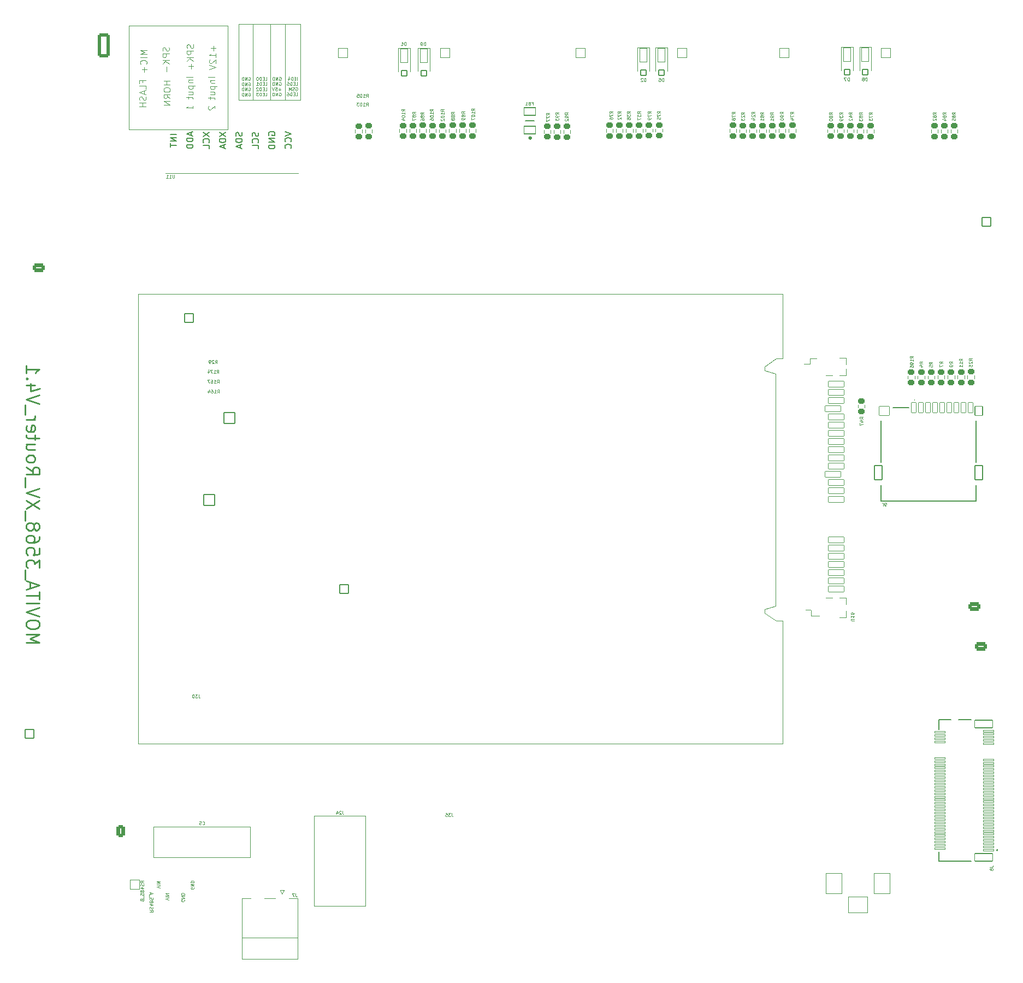
<source format=gbo>
G04 #@! TF.GenerationSoftware,KiCad,Pcbnew,8.0.0-rc1*
G04 #@! TF.CreationDate,2024-10-18T14:45:25+03:00*
G04 #@! TF.ProjectId,Movita_3568_XV_Router_V4.1,4d6f7669-7461-45f3-9335-36385f58565f,REV1*
G04 #@! TF.SameCoordinates,Original*
G04 #@! TF.FileFunction,Legend,Bot*
G04 #@! TF.FilePolarity,Positive*
%FSLAX46Y46*%
G04 Gerber Fmt 4.6, Leading zero omitted, Abs format (unit mm)*
G04 Created by KiCad (PCBNEW 8.0.0-rc1) date 2024-10-18 14:45:25*
%MOMM*%
%LPD*%
G01*
G04 APERTURE LIST*
G04 Aperture macros list*
%AMRoundRect*
0 Rectangle with rounded corners*
0 $1 Rounding radius*
0 $2 $3 $4 $5 $6 $7 $8 $9 X,Y pos of 4 corners*
0 Add a 4 corners polygon primitive as box body*
4,1,4,$2,$3,$4,$5,$6,$7,$8,$9,$2,$3,0*
0 Add four circle primitives for the rounded corners*
1,1,$1+$1,$2,$3*
1,1,$1+$1,$4,$5*
1,1,$1+$1,$6,$7*
1,1,$1+$1,$8,$9*
0 Add four rect primitives between the rounded corners*
20,1,$1+$1,$2,$3,$4,$5,0*
20,1,$1+$1,$4,$5,$6,$7,0*
20,1,$1+$1,$6,$7,$8,$9,0*
20,1,$1+$1,$8,$9,$2,$3,0*%
G04 Aperture macros list end*
%ADD10C,0.250000*%
%ADD11C,0.120000*%
%ADD12C,0.100000*%
%ADD13C,0.150000*%
%ADD14C,0.200000*%
%ADD15C,0.400000*%
%ADD16C,0.127000*%
%ADD17C,1.602000*%
%ADD18C,1.483000*%
%ADD19C,1.302000*%
%ADD20C,3.352000*%
%ADD21RoundRect,0.051000X0.750000X0.750000X-0.750000X0.750000X-0.750000X-0.750000X0.750000X-0.750000X0*%
%ADD22C,2.402000*%
%ADD23RoundRect,0.271250X-0.654750X0.379750X-0.654750X-0.379750X0.654750X-0.379750X0.654750X0.379750X0*%
%ADD24O,1.852000X1.302000*%
%ADD25RoundRect,0.051000X-0.675000X-0.675000X0.675000X-0.675000X0.675000X0.675000X-0.675000X0.675000X0*%
%ADD26O,1.452000X1.452000*%
%ADD27RoundRect,0.051000X-1.250000X1.550000X-1.250000X-1.550000X1.250000X-1.550000X1.250000X1.550000X0*%
%ADD28RoundRect,0.051000X-1.500000X1.250000X-1.500000X-1.250000X1.500000X-1.250000X1.500000X1.250000X0*%
%ADD29C,1.002000*%
%ADD30C,6.302000*%
%ADD31C,1.752000*%
%ADD32RoundRect,0.051000X-0.850000X0.850000X-0.850000X-0.850000X0.850000X-0.850000X0.850000X0.850000X0*%
%ADD33O,1.802000X1.802000*%
%ADD34RoundRect,0.051000X-0.675000X0.675000X-0.675000X-0.675000X0.675000X-0.675000X0.675000X0.675000X0*%
%ADD35C,2.352000*%
%ADD36O,1.302000X2.002000*%
%ADD37C,1.552000*%
%ADD38RoundRect,0.271250X0.654750X-0.379750X0.654750X0.379750X-0.654750X0.379750X-0.654750X-0.379750X0*%
%ADD39RoundRect,0.264167X0.686833X1.586833X-0.686833X1.586833X-0.686833X-1.586833X0.686833X-1.586833X0*%
%ADD40O,1.902000X3.702000*%
%ADD41RoundRect,0.271250X-0.379750X-0.654750X0.379750X-0.654750X0.379750X0.654750X-0.379750X0.654750X0*%
%ADD42O,1.302000X1.852000*%
%ADD43C,2.602000*%
%ADD44RoundRect,0.051000X0.675000X-0.675000X0.675000X0.675000X-0.675000X0.675000X-0.675000X-0.675000X0*%
%ADD45C,3.302000*%
%ADD46RoundRect,0.051000X-0.750000X-0.750000X0.750000X-0.750000X0.750000X0.750000X-0.750000X0.750000X0*%
%ADD47RoundRect,0.225500X0.300500X-0.225500X0.300500X0.225500X-0.300500X0.225500X-0.300500X-0.225500X0*%
%ADD48O,3.302000X2.102000*%
%ADD49RoundRect,0.051000X-1.200000X0.450000X-1.200000X-0.450000X1.200000X-0.450000X1.200000X0.450000X0*%
%ADD50RoundRect,0.051000X1.200000X-0.450000X1.200000X0.450000X-1.200000X0.450000X-1.200000X-0.450000X0*%
%ADD51RoundRect,0.051000X0.560000X1.085000X-0.560000X1.085000X-0.560000X-1.085000X0.560000X-1.085000X0*%
%ADD52RoundRect,0.051000X0.425000X0.425000X-0.425000X0.425000X-0.425000X-0.425000X0.425000X-0.425000X0*%
%ADD53RoundRect,0.225500X-0.300500X0.225500X-0.300500X-0.225500X0.300500X-0.225500X0.300500X0.225500X0*%
%ADD54O,1.402000X2.702000*%
%ADD55C,1.702000*%
%ADD56RoundRect,0.051000X0.900000X-0.600000X0.900000X0.600000X-0.900000X0.600000X-0.900000X-0.600000X0*%
%ADD57C,1.102000*%
%ADD58RoundRect,0.051000X-0.350000X-0.800000X0.350000X-0.800000X0.350000X0.800000X-0.350000X0.800000X0*%
%ADD59RoundRect,0.051000X-0.600000X-0.700000X0.600000X-0.700000X0.600000X0.700000X-0.600000X0.700000X0*%
%ADD60RoundRect,0.051000X-0.600000X-1.100000X0.600000X-1.100000X0.600000X1.100000X-0.600000X1.100000X0*%
%ADD61RoundRect,0.051000X0.800000X-0.700000X0.800000X0.700000X-0.800000X0.700000X-0.800000X-0.700000X0*%
%ADD62C,1.202000*%
%ADD63RoundRect,0.051000X0.775000X-0.150000X0.775000X0.150000X-0.775000X0.150000X-0.775000X-0.150000X0*%
%ADD64RoundRect,0.051000X1.375000X-0.600000X1.375000X0.600000X-1.375000X0.600000X-1.375000X-0.600000X0*%
%ADD65C,1.626000*%
G04 APERTURE END LIST*
D10*
X50987649Y-121579336D02*
X52987649Y-121579336D01*
X52987649Y-121579336D02*
X51559078Y-120912669D01*
X51559078Y-120912669D02*
X52987649Y-120246003D01*
X52987649Y-120246003D02*
X50987649Y-120246003D01*
X52987649Y-118912670D02*
X52987649Y-118531717D01*
X52987649Y-118531717D02*
X52892411Y-118341241D01*
X52892411Y-118341241D02*
X52701935Y-118150765D01*
X52701935Y-118150765D02*
X52320983Y-118055527D01*
X52320983Y-118055527D02*
X51654316Y-118055527D01*
X51654316Y-118055527D02*
X51273364Y-118150765D01*
X51273364Y-118150765D02*
X51082888Y-118341241D01*
X51082888Y-118341241D02*
X50987649Y-118531717D01*
X50987649Y-118531717D02*
X50987649Y-118912670D01*
X50987649Y-118912670D02*
X51082888Y-119103146D01*
X51082888Y-119103146D02*
X51273364Y-119293622D01*
X51273364Y-119293622D02*
X51654316Y-119388860D01*
X51654316Y-119388860D02*
X52320983Y-119388860D01*
X52320983Y-119388860D02*
X52701935Y-119293622D01*
X52701935Y-119293622D02*
X52892411Y-119103146D01*
X52892411Y-119103146D02*
X52987649Y-118912670D01*
X52987649Y-117484098D02*
X50987649Y-116817432D01*
X50987649Y-116817432D02*
X52987649Y-116150765D01*
X50987649Y-115484098D02*
X52987649Y-115484098D01*
X52987649Y-114817431D02*
X52987649Y-113674574D01*
X50987649Y-114246003D02*
X52987649Y-114246003D01*
X51559078Y-113103145D02*
X51559078Y-112150764D01*
X50987649Y-113293621D02*
X52987649Y-112626955D01*
X52987649Y-112626955D02*
X50987649Y-111960288D01*
X50797173Y-111769812D02*
X50797173Y-110246002D01*
X52987649Y-109960287D02*
X52987649Y-108722192D01*
X52987649Y-108722192D02*
X52225745Y-109388859D01*
X52225745Y-109388859D02*
X52225745Y-109103144D01*
X52225745Y-109103144D02*
X52130507Y-108912668D01*
X52130507Y-108912668D02*
X52035268Y-108817430D01*
X52035268Y-108817430D02*
X51844792Y-108722192D01*
X51844792Y-108722192D02*
X51368602Y-108722192D01*
X51368602Y-108722192D02*
X51178126Y-108817430D01*
X51178126Y-108817430D02*
X51082888Y-108912668D01*
X51082888Y-108912668D02*
X50987649Y-109103144D01*
X50987649Y-109103144D02*
X50987649Y-109674573D01*
X50987649Y-109674573D02*
X51082888Y-109865049D01*
X51082888Y-109865049D02*
X51178126Y-109960287D01*
X52987649Y-106912668D02*
X52987649Y-107865049D01*
X52987649Y-107865049D02*
X52035268Y-107960287D01*
X52035268Y-107960287D02*
X52130507Y-107865049D01*
X52130507Y-107865049D02*
X52225745Y-107674573D01*
X52225745Y-107674573D02*
X52225745Y-107198382D01*
X52225745Y-107198382D02*
X52130507Y-107007906D01*
X52130507Y-107007906D02*
X52035268Y-106912668D01*
X52035268Y-106912668D02*
X51844792Y-106817430D01*
X51844792Y-106817430D02*
X51368602Y-106817430D01*
X51368602Y-106817430D02*
X51178126Y-106912668D01*
X51178126Y-106912668D02*
X51082888Y-107007906D01*
X51082888Y-107007906D02*
X50987649Y-107198382D01*
X50987649Y-107198382D02*
X50987649Y-107674573D01*
X50987649Y-107674573D02*
X51082888Y-107865049D01*
X51082888Y-107865049D02*
X51178126Y-107960287D01*
X52987649Y-105103144D02*
X52987649Y-105484097D01*
X52987649Y-105484097D02*
X52892411Y-105674573D01*
X52892411Y-105674573D02*
X52797173Y-105769811D01*
X52797173Y-105769811D02*
X52511459Y-105960287D01*
X52511459Y-105960287D02*
X52130507Y-106055525D01*
X52130507Y-106055525D02*
X51368602Y-106055525D01*
X51368602Y-106055525D02*
X51178126Y-105960287D01*
X51178126Y-105960287D02*
X51082888Y-105865049D01*
X51082888Y-105865049D02*
X50987649Y-105674573D01*
X50987649Y-105674573D02*
X50987649Y-105293620D01*
X50987649Y-105293620D02*
X51082888Y-105103144D01*
X51082888Y-105103144D02*
X51178126Y-105007906D01*
X51178126Y-105007906D02*
X51368602Y-104912668D01*
X51368602Y-104912668D02*
X51844792Y-104912668D01*
X51844792Y-104912668D02*
X52035268Y-105007906D01*
X52035268Y-105007906D02*
X52130507Y-105103144D01*
X52130507Y-105103144D02*
X52225745Y-105293620D01*
X52225745Y-105293620D02*
X52225745Y-105674573D01*
X52225745Y-105674573D02*
X52130507Y-105865049D01*
X52130507Y-105865049D02*
X52035268Y-105960287D01*
X52035268Y-105960287D02*
X51844792Y-106055525D01*
X52130507Y-103769811D02*
X52225745Y-103960287D01*
X52225745Y-103960287D02*
X52320983Y-104055525D01*
X52320983Y-104055525D02*
X52511459Y-104150763D01*
X52511459Y-104150763D02*
X52606697Y-104150763D01*
X52606697Y-104150763D02*
X52797173Y-104055525D01*
X52797173Y-104055525D02*
X52892411Y-103960287D01*
X52892411Y-103960287D02*
X52987649Y-103769811D01*
X52987649Y-103769811D02*
X52987649Y-103388858D01*
X52987649Y-103388858D02*
X52892411Y-103198382D01*
X52892411Y-103198382D02*
X52797173Y-103103144D01*
X52797173Y-103103144D02*
X52606697Y-103007906D01*
X52606697Y-103007906D02*
X52511459Y-103007906D01*
X52511459Y-103007906D02*
X52320983Y-103103144D01*
X52320983Y-103103144D02*
X52225745Y-103198382D01*
X52225745Y-103198382D02*
X52130507Y-103388858D01*
X52130507Y-103388858D02*
X52130507Y-103769811D01*
X52130507Y-103769811D02*
X52035268Y-103960287D01*
X52035268Y-103960287D02*
X51940030Y-104055525D01*
X51940030Y-104055525D02*
X51749554Y-104150763D01*
X51749554Y-104150763D02*
X51368602Y-104150763D01*
X51368602Y-104150763D02*
X51178126Y-104055525D01*
X51178126Y-104055525D02*
X51082888Y-103960287D01*
X51082888Y-103960287D02*
X50987649Y-103769811D01*
X50987649Y-103769811D02*
X50987649Y-103388858D01*
X50987649Y-103388858D02*
X51082888Y-103198382D01*
X51082888Y-103198382D02*
X51178126Y-103103144D01*
X51178126Y-103103144D02*
X51368602Y-103007906D01*
X51368602Y-103007906D02*
X51749554Y-103007906D01*
X51749554Y-103007906D02*
X51940030Y-103103144D01*
X51940030Y-103103144D02*
X52035268Y-103198382D01*
X52035268Y-103198382D02*
X52130507Y-103388858D01*
X50797173Y-102626954D02*
X50797173Y-101103144D01*
X52987649Y-100817429D02*
X50987649Y-99484096D01*
X52987649Y-99484096D02*
X50987649Y-100817429D01*
X52987649Y-99007905D02*
X50987649Y-98341239D01*
X50987649Y-98341239D02*
X52987649Y-97674572D01*
X50797173Y-97484096D02*
X50797173Y-95960286D01*
X50987649Y-94341238D02*
X51940030Y-95007905D01*
X50987649Y-95484095D02*
X52987649Y-95484095D01*
X52987649Y-95484095D02*
X52987649Y-94722190D01*
X52987649Y-94722190D02*
X52892411Y-94531714D01*
X52892411Y-94531714D02*
X52797173Y-94436476D01*
X52797173Y-94436476D02*
X52606697Y-94341238D01*
X52606697Y-94341238D02*
X52320983Y-94341238D01*
X52320983Y-94341238D02*
X52130507Y-94436476D01*
X52130507Y-94436476D02*
X52035268Y-94531714D01*
X52035268Y-94531714D02*
X51940030Y-94722190D01*
X51940030Y-94722190D02*
X51940030Y-95484095D01*
X50987649Y-93198381D02*
X51082888Y-93388857D01*
X51082888Y-93388857D02*
X51178126Y-93484095D01*
X51178126Y-93484095D02*
X51368602Y-93579333D01*
X51368602Y-93579333D02*
X51940030Y-93579333D01*
X51940030Y-93579333D02*
X52130507Y-93484095D01*
X52130507Y-93484095D02*
X52225745Y-93388857D01*
X52225745Y-93388857D02*
X52320983Y-93198381D01*
X52320983Y-93198381D02*
X52320983Y-92912666D01*
X52320983Y-92912666D02*
X52225745Y-92722190D01*
X52225745Y-92722190D02*
X52130507Y-92626952D01*
X52130507Y-92626952D02*
X51940030Y-92531714D01*
X51940030Y-92531714D02*
X51368602Y-92531714D01*
X51368602Y-92531714D02*
X51178126Y-92626952D01*
X51178126Y-92626952D02*
X51082888Y-92722190D01*
X51082888Y-92722190D02*
X50987649Y-92912666D01*
X50987649Y-92912666D02*
X50987649Y-93198381D01*
X52320983Y-90817428D02*
X50987649Y-90817428D01*
X52320983Y-91674571D02*
X51273364Y-91674571D01*
X51273364Y-91674571D02*
X51082888Y-91579333D01*
X51082888Y-91579333D02*
X50987649Y-91388857D01*
X50987649Y-91388857D02*
X50987649Y-91103142D01*
X50987649Y-91103142D02*
X51082888Y-90912666D01*
X51082888Y-90912666D02*
X51178126Y-90817428D01*
X52320983Y-90150761D02*
X52320983Y-89388857D01*
X52987649Y-89865047D02*
X51273364Y-89865047D01*
X51273364Y-89865047D02*
X51082888Y-89769809D01*
X51082888Y-89769809D02*
X50987649Y-89579333D01*
X50987649Y-89579333D02*
X50987649Y-89388857D01*
X51082888Y-87960285D02*
X50987649Y-88150761D01*
X50987649Y-88150761D02*
X50987649Y-88531714D01*
X50987649Y-88531714D02*
X51082888Y-88722190D01*
X51082888Y-88722190D02*
X51273364Y-88817428D01*
X51273364Y-88817428D02*
X52035268Y-88817428D01*
X52035268Y-88817428D02*
X52225745Y-88722190D01*
X52225745Y-88722190D02*
X52320983Y-88531714D01*
X52320983Y-88531714D02*
X52320983Y-88150761D01*
X52320983Y-88150761D02*
X52225745Y-87960285D01*
X52225745Y-87960285D02*
X52035268Y-87865047D01*
X52035268Y-87865047D02*
X51844792Y-87865047D01*
X51844792Y-87865047D02*
X51654316Y-88817428D01*
X50987649Y-87007904D02*
X52320983Y-87007904D01*
X51940030Y-87007904D02*
X52130507Y-86912666D01*
X52130507Y-86912666D02*
X52225745Y-86817428D01*
X52225745Y-86817428D02*
X52320983Y-86626952D01*
X52320983Y-86626952D02*
X52320983Y-86436475D01*
X50797173Y-86246000D02*
X50797173Y-84722190D01*
X52987649Y-84531713D02*
X50987649Y-83865047D01*
X50987649Y-83865047D02*
X52987649Y-83198380D01*
X52320983Y-81674570D02*
X50987649Y-81674570D01*
X53082888Y-82150761D02*
X51654316Y-82626951D01*
X51654316Y-82626951D02*
X51654316Y-81388856D01*
X51178126Y-80626951D02*
X51082888Y-80531713D01*
X51082888Y-80531713D02*
X50987649Y-80626951D01*
X50987649Y-80626951D02*
X51082888Y-80722189D01*
X51082888Y-80722189D02*
X51178126Y-80626951D01*
X51178126Y-80626951D02*
X50987649Y-80626951D01*
X50987649Y-78626951D02*
X50987649Y-79769808D01*
X50987649Y-79198380D02*
X52987649Y-79198380D01*
X52987649Y-79198380D02*
X52701935Y-79388856D01*
X52701935Y-79388856D02*
X52511459Y-79579332D01*
X52511459Y-79579332D02*
X52416221Y-79769808D01*
D11*
X88800000Y-25670000D02*
X91100000Y-25670000D01*
X91100000Y-37440000D01*
X88800000Y-37440000D01*
X88800000Y-25670000D01*
X83890000Y-25670000D02*
X86110000Y-25670000D01*
X86110000Y-37440000D01*
X83890000Y-37440000D01*
X83890000Y-25670000D01*
X66910000Y-25917500D02*
X82200000Y-25917500D01*
X82200000Y-42062500D01*
X66910000Y-42062500D01*
X66910000Y-25917500D01*
X86110000Y-25670000D02*
X88800000Y-25670000D01*
X88800000Y-37440000D01*
X86110000Y-37440000D01*
X86110000Y-25670000D01*
X168200000Y-118195000D02*
X168200000Y-128195000D01*
X91100000Y-25670000D02*
X93480000Y-25670000D01*
X93480000Y-37440000D01*
X91100000Y-37440000D01*
X91100000Y-25670000D01*
D12*
X80182419Y-33926384D02*
X79182419Y-33926384D01*
X79515752Y-34402574D02*
X80182419Y-34402574D01*
X79610990Y-34402574D02*
X79563371Y-34450193D01*
X79563371Y-34450193D02*
X79515752Y-34545431D01*
X79515752Y-34545431D02*
X79515752Y-34688288D01*
X79515752Y-34688288D02*
X79563371Y-34783526D01*
X79563371Y-34783526D02*
X79658609Y-34831145D01*
X79658609Y-34831145D02*
X80182419Y-34831145D01*
X79515752Y-35307336D02*
X80515752Y-35307336D01*
X79563371Y-35307336D02*
X79515752Y-35402574D01*
X79515752Y-35402574D02*
X79515752Y-35593050D01*
X79515752Y-35593050D02*
X79563371Y-35688288D01*
X79563371Y-35688288D02*
X79610990Y-35735907D01*
X79610990Y-35735907D02*
X79706228Y-35783526D01*
X79706228Y-35783526D02*
X79991942Y-35783526D01*
X79991942Y-35783526D02*
X80087180Y-35735907D01*
X80087180Y-35735907D02*
X80134800Y-35688288D01*
X80134800Y-35688288D02*
X80182419Y-35593050D01*
X80182419Y-35593050D02*
X80182419Y-35402574D01*
X80182419Y-35402574D02*
X80134800Y-35307336D01*
X79515752Y-36640669D02*
X80182419Y-36640669D01*
X79515752Y-36212098D02*
X80039561Y-36212098D01*
X80039561Y-36212098D02*
X80134800Y-36259717D01*
X80134800Y-36259717D02*
X80182419Y-36354955D01*
X80182419Y-36354955D02*
X80182419Y-36497812D01*
X80182419Y-36497812D02*
X80134800Y-36593050D01*
X80134800Y-36593050D02*
X80087180Y-36640669D01*
X79515752Y-36974003D02*
X79515752Y-37354955D01*
X79182419Y-37116860D02*
X80039561Y-37116860D01*
X80039561Y-37116860D02*
X80134800Y-37164479D01*
X80134800Y-37164479D02*
X80182419Y-37259717D01*
X80182419Y-37259717D02*
X80182419Y-37354955D01*
X79277657Y-38402575D02*
X79230038Y-38450194D01*
X79230038Y-38450194D02*
X79182419Y-38545432D01*
X79182419Y-38545432D02*
X79182419Y-38783527D01*
X79182419Y-38783527D02*
X79230038Y-38878765D01*
X79230038Y-38878765D02*
X79277657Y-38926384D01*
X79277657Y-38926384D02*
X79372895Y-38974003D01*
X79372895Y-38974003D02*
X79468133Y-38974003D01*
X79468133Y-38974003D02*
X79610990Y-38926384D01*
X79610990Y-38926384D02*
X80182419Y-38354956D01*
X80182419Y-38354956D02*
X80182419Y-38974003D01*
X92923734Y-34388693D02*
X92971353Y-34364884D01*
X92971353Y-34364884D02*
X92995163Y-34317264D01*
X92995163Y-34317264D02*
X92995163Y-33888693D01*
X92733258Y-34126788D02*
X92566591Y-34126788D01*
X92495163Y-34388693D02*
X92733258Y-34388693D01*
X92733258Y-34388693D02*
X92733258Y-33888693D01*
X92733258Y-33888693D02*
X92495163Y-33888693D01*
X92280877Y-34388693D02*
X92280877Y-33888693D01*
X92280877Y-33888693D02*
X92161829Y-33888693D01*
X92161829Y-33888693D02*
X92090401Y-33912503D01*
X92090401Y-33912503D02*
X92042782Y-33960122D01*
X92042782Y-33960122D02*
X92018972Y-34007741D01*
X92018972Y-34007741D02*
X91995163Y-34102979D01*
X91995163Y-34102979D02*
X91995163Y-34174407D01*
X91995163Y-34174407D02*
X92018972Y-34269645D01*
X92018972Y-34269645D02*
X92042782Y-34317264D01*
X92042782Y-34317264D02*
X92090401Y-34364884D01*
X92090401Y-34364884D02*
X92161829Y-34388693D01*
X92161829Y-34388693D02*
X92280877Y-34388693D01*
X91566591Y-34055360D02*
X91566591Y-34388693D01*
X91685639Y-33864884D02*
X91804686Y-34222026D01*
X91804686Y-34222026D02*
X91495163Y-34222026D01*
X92757068Y-35193665D02*
X92995163Y-35193665D01*
X92995163Y-35193665D02*
X92995163Y-34693665D01*
X92590401Y-34931760D02*
X92423734Y-34931760D01*
X92352306Y-35193665D02*
X92590401Y-35193665D01*
X92590401Y-35193665D02*
X92590401Y-34693665D01*
X92590401Y-34693665D02*
X92352306Y-34693665D01*
X92138020Y-35193665D02*
X92138020Y-34693665D01*
X92138020Y-34693665D02*
X92018972Y-34693665D01*
X92018972Y-34693665D02*
X91947544Y-34717475D01*
X91947544Y-34717475D02*
X91899925Y-34765094D01*
X91899925Y-34765094D02*
X91876115Y-34812713D01*
X91876115Y-34812713D02*
X91852306Y-34907951D01*
X91852306Y-34907951D02*
X91852306Y-34979379D01*
X91852306Y-34979379D02*
X91876115Y-35074617D01*
X91876115Y-35074617D02*
X91899925Y-35122236D01*
X91899925Y-35122236D02*
X91947544Y-35169856D01*
X91947544Y-35169856D02*
X92018972Y-35193665D01*
X92018972Y-35193665D02*
X92138020Y-35193665D01*
X91399925Y-34693665D02*
X91638020Y-34693665D01*
X91638020Y-34693665D02*
X91661829Y-34931760D01*
X91661829Y-34931760D02*
X91638020Y-34907951D01*
X91638020Y-34907951D02*
X91590401Y-34884141D01*
X91590401Y-34884141D02*
X91471353Y-34884141D01*
X91471353Y-34884141D02*
X91423734Y-34907951D01*
X91423734Y-34907951D02*
X91399925Y-34931760D01*
X91399925Y-34931760D02*
X91376115Y-34979379D01*
X91376115Y-34979379D02*
X91376115Y-35098427D01*
X91376115Y-35098427D02*
X91399925Y-35146046D01*
X91399925Y-35146046D02*
X91423734Y-35169856D01*
X91423734Y-35169856D02*
X91471353Y-35193665D01*
X91471353Y-35193665D02*
X91590401Y-35193665D01*
X91590401Y-35193665D02*
X91638020Y-35169856D01*
X91638020Y-35169856D02*
X91661829Y-35146046D01*
X92733258Y-35522447D02*
X92780877Y-35498637D01*
X92780877Y-35498637D02*
X92852306Y-35498637D01*
X92852306Y-35498637D02*
X92923734Y-35522447D01*
X92923734Y-35522447D02*
X92971353Y-35570066D01*
X92971353Y-35570066D02*
X92995163Y-35617685D01*
X92995163Y-35617685D02*
X93018972Y-35712923D01*
X93018972Y-35712923D02*
X93018972Y-35784351D01*
X93018972Y-35784351D02*
X92995163Y-35879589D01*
X92995163Y-35879589D02*
X92971353Y-35927208D01*
X92971353Y-35927208D02*
X92923734Y-35974828D01*
X92923734Y-35974828D02*
X92852306Y-35998637D01*
X92852306Y-35998637D02*
X92804687Y-35998637D01*
X92804687Y-35998637D02*
X92733258Y-35974828D01*
X92733258Y-35974828D02*
X92709449Y-35951018D01*
X92709449Y-35951018D02*
X92709449Y-35784351D01*
X92709449Y-35784351D02*
X92804687Y-35784351D01*
X92518972Y-35974828D02*
X92447544Y-35998637D01*
X92447544Y-35998637D02*
X92328496Y-35998637D01*
X92328496Y-35998637D02*
X92280877Y-35974828D01*
X92280877Y-35974828D02*
X92257068Y-35951018D01*
X92257068Y-35951018D02*
X92233258Y-35903399D01*
X92233258Y-35903399D02*
X92233258Y-35855780D01*
X92233258Y-35855780D02*
X92257068Y-35808161D01*
X92257068Y-35808161D02*
X92280877Y-35784351D01*
X92280877Y-35784351D02*
X92328496Y-35760542D01*
X92328496Y-35760542D02*
X92423734Y-35736732D01*
X92423734Y-35736732D02*
X92471353Y-35712923D01*
X92471353Y-35712923D02*
X92495163Y-35689113D01*
X92495163Y-35689113D02*
X92518972Y-35641494D01*
X92518972Y-35641494D02*
X92518972Y-35593875D01*
X92518972Y-35593875D02*
X92495163Y-35546256D01*
X92495163Y-35546256D02*
X92471353Y-35522447D01*
X92471353Y-35522447D02*
X92423734Y-35498637D01*
X92423734Y-35498637D02*
X92304687Y-35498637D01*
X92304687Y-35498637D02*
X92233258Y-35522447D01*
X92018973Y-35998637D02*
X92018973Y-35498637D01*
X92018973Y-35498637D02*
X91852306Y-35855780D01*
X91852306Y-35855780D02*
X91685640Y-35498637D01*
X91685640Y-35498637D02*
X91685640Y-35998637D01*
X92757068Y-36803609D02*
X92995163Y-36803609D01*
X92995163Y-36803609D02*
X92995163Y-36303609D01*
X92590401Y-36541704D02*
X92423734Y-36541704D01*
X92352306Y-36803609D02*
X92590401Y-36803609D01*
X92590401Y-36803609D02*
X92590401Y-36303609D01*
X92590401Y-36303609D02*
X92352306Y-36303609D01*
X92138020Y-36803609D02*
X92138020Y-36303609D01*
X92138020Y-36303609D02*
X92018972Y-36303609D01*
X92018972Y-36303609D02*
X91947544Y-36327419D01*
X91947544Y-36327419D02*
X91899925Y-36375038D01*
X91899925Y-36375038D02*
X91876115Y-36422657D01*
X91876115Y-36422657D02*
X91852306Y-36517895D01*
X91852306Y-36517895D02*
X91852306Y-36589323D01*
X91852306Y-36589323D02*
X91876115Y-36684561D01*
X91876115Y-36684561D02*
X91899925Y-36732180D01*
X91899925Y-36732180D02*
X91947544Y-36779800D01*
X91947544Y-36779800D02*
X92018972Y-36803609D01*
X92018972Y-36803609D02*
X92138020Y-36803609D01*
X91423734Y-36303609D02*
X91518972Y-36303609D01*
X91518972Y-36303609D02*
X91566591Y-36327419D01*
X91566591Y-36327419D02*
X91590401Y-36351228D01*
X91590401Y-36351228D02*
X91638020Y-36422657D01*
X91638020Y-36422657D02*
X91661829Y-36517895D01*
X91661829Y-36517895D02*
X91661829Y-36708371D01*
X91661829Y-36708371D02*
X91638020Y-36755990D01*
X91638020Y-36755990D02*
X91614210Y-36779800D01*
X91614210Y-36779800D02*
X91566591Y-36803609D01*
X91566591Y-36803609D02*
X91471353Y-36803609D01*
X91471353Y-36803609D02*
X91423734Y-36779800D01*
X91423734Y-36779800D02*
X91399925Y-36755990D01*
X91399925Y-36755990D02*
X91376115Y-36708371D01*
X91376115Y-36708371D02*
X91376115Y-36589323D01*
X91376115Y-36589323D02*
X91399925Y-36541704D01*
X91399925Y-36541704D02*
X91423734Y-36517895D01*
X91423734Y-36517895D02*
X91471353Y-36494085D01*
X91471353Y-36494085D02*
X91566591Y-36494085D01*
X91566591Y-36494085D02*
X91614210Y-36517895D01*
X91614210Y-36517895D02*
X91638020Y-36541704D01*
X91638020Y-36541704D02*
X91661829Y-36589323D01*
X75462580Y-161383258D02*
X75486390Y-161430877D01*
X75486390Y-161430877D02*
X75486390Y-161502306D01*
X75486390Y-161502306D02*
X75462580Y-161573734D01*
X75462580Y-161573734D02*
X75414961Y-161621353D01*
X75414961Y-161621353D02*
X75367342Y-161645163D01*
X75367342Y-161645163D02*
X75272104Y-161668972D01*
X75272104Y-161668972D02*
X75200676Y-161668972D01*
X75200676Y-161668972D02*
X75105438Y-161645163D01*
X75105438Y-161645163D02*
X75057819Y-161621353D01*
X75057819Y-161621353D02*
X75010200Y-161573734D01*
X75010200Y-161573734D02*
X74986390Y-161502306D01*
X74986390Y-161502306D02*
X74986390Y-161454687D01*
X74986390Y-161454687D02*
X75010200Y-161383258D01*
X75010200Y-161383258D02*
X75034009Y-161359449D01*
X75034009Y-161359449D02*
X75200676Y-161359449D01*
X75200676Y-161359449D02*
X75200676Y-161454687D01*
X74986390Y-161145163D02*
X75486390Y-161145163D01*
X75486390Y-161145163D02*
X74986390Y-160859449D01*
X74986390Y-160859449D02*
X75486390Y-160859449D01*
X74986390Y-160621353D02*
X75486390Y-160621353D01*
X75486390Y-160621353D02*
X75486390Y-160502305D01*
X75486390Y-160502305D02*
X75462580Y-160430877D01*
X75462580Y-160430877D02*
X75414961Y-160383258D01*
X75414961Y-160383258D02*
X75367342Y-160359448D01*
X75367342Y-160359448D02*
X75272104Y-160335639D01*
X75272104Y-160335639D02*
X75200676Y-160335639D01*
X75200676Y-160335639D02*
X75105438Y-160359448D01*
X75105438Y-160359448D02*
X75057819Y-160383258D01*
X75057819Y-160383258D02*
X75010200Y-160430877D01*
X75010200Y-160430877D02*
X74986390Y-160502305D01*
X74986390Y-160502305D02*
X74986390Y-160621353D01*
X70076390Y-162969449D02*
X70314485Y-163136115D01*
X70076390Y-163255163D02*
X70576390Y-163255163D01*
X70576390Y-163255163D02*
X70576390Y-163064687D01*
X70576390Y-163064687D02*
X70552580Y-163017068D01*
X70552580Y-163017068D02*
X70528771Y-162993258D01*
X70528771Y-162993258D02*
X70481152Y-162969449D01*
X70481152Y-162969449D02*
X70409723Y-162969449D01*
X70409723Y-162969449D02*
X70362104Y-162993258D01*
X70362104Y-162993258D02*
X70338295Y-163017068D01*
X70338295Y-163017068D02*
X70314485Y-163064687D01*
X70314485Y-163064687D02*
X70314485Y-163255163D01*
X70100200Y-162778972D02*
X70076390Y-162707544D01*
X70076390Y-162707544D02*
X70076390Y-162588496D01*
X70076390Y-162588496D02*
X70100200Y-162540877D01*
X70100200Y-162540877D02*
X70124009Y-162517068D01*
X70124009Y-162517068D02*
X70171628Y-162493258D01*
X70171628Y-162493258D02*
X70219247Y-162493258D01*
X70219247Y-162493258D02*
X70266866Y-162517068D01*
X70266866Y-162517068D02*
X70290676Y-162540877D01*
X70290676Y-162540877D02*
X70314485Y-162588496D01*
X70314485Y-162588496D02*
X70338295Y-162683734D01*
X70338295Y-162683734D02*
X70362104Y-162731353D01*
X70362104Y-162731353D02*
X70385914Y-162755163D01*
X70385914Y-162755163D02*
X70433533Y-162778972D01*
X70433533Y-162778972D02*
X70481152Y-162778972D01*
X70481152Y-162778972D02*
X70528771Y-162755163D01*
X70528771Y-162755163D02*
X70552580Y-162731353D01*
X70552580Y-162731353D02*
X70576390Y-162683734D01*
X70576390Y-162683734D02*
X70576390Y-162564687D01*
X70576390Y-162564687D02*
X70552580Y-162493258D01*
X70409723Y-162064687D02*
X70076390Y-162064687D01*
X70600200Y-162183735D02*
X70243057Y-162302782D01*
X70243057Y-162302782D02*
X70243057Y-161993259D01*
X70362104Y-161731354D02*
X70385914Y-161778973D01*
X70385914Y-161778973D02*
X70409723Y-161802783D01*
X70409723Y-161802783D02*
X70457342Y-161826592D01*
X70457342Y-161826592D02*
X70481152Y-161826592D01*
X70481152Y-161826592D02*
X70528771Y-161802783D01*
X70528771Y-161802783D02*
X70552580Y-161778973D01*
X70552580Y-161778973D02*
X70576390Y-161731354D01*
X70576390Y-161731354D02*
X70576390Y-161636116D01*
X70576390Y-161636116D02*
X70552580Y-161588497D01*
X70552580Y-161588497D02*
X70528771Y-161564688D01*
X70528771Y-161564688D02*
X70481152Y-161540878D01*
X70481152Y-161540878D02*
X70457342Y-161540878D01*
X70457342Y-161540878D02*
X70409723Y-161564688D01*
X70409723Y-161564688D02*
X70385914Y-161588497D01*
X70385914Y-161588497D02*
X70362104Y-161636116D01*
X70362104Y-161636116D02*
X70362104Y-161731354D01*
X70362104Y-161731354D02*
X70338295Y-161778973D01*
X70338295Y-161778973D02*
X70314485Y-161802783D01*
X70314485Y-161802783D02*
X70266866Y-161826592D01*
X70266866Y-161826592D02*
X70171628Y-161826592D01*
X70171628Y-161826592D02*
X70124009Y-161802783D01*
X70124009Y-161802783D02*
X70100200Y-161778973D01*
X70100200Y-161778973D02*
X70076390Y-161731354D01*
X70076390Y-161731354D02*
X70076390Y-161636116D01*
X70076390Y-161636116D02*
X70100200Y-161588497D01*
X70100200Y-161588497D02*
X70124009Y-161564688D01*
X70124009Y-161564688D02*
X70171628Y-161540878D01*
X70171628Y-161540878D02*
X70266866Y-161540878D01*
X70266866Y-161540878D02*
X70314485Y-161564688D01*
X70314485Y-161564688D02*
X70338295Y-161588497D01*
X70338295Y-161588497D02*
X70362104Y-161636116D01*
X70576390Y-161088498D02*
X70576390Y-161326593D01*
X70576390Y-161326593D02*
X70338295Y-161350402D01*
X70338295Y-161350402D02*
X70362104Y-161326593D01*
X70362104Y-161326593D02*
X70385914Y-161278974D01*
X70385914Y-161278974D02*
X70385914Y-161159926D01*
X70385914Y-161159926D02*
X70362104Y-161112307D01*
X70362104Y-161112307D02*
X70338295Y-161088498D01*
X70338295Y-161088498D02*
X70290676Y-161064688D01*
X70290676Y-161064688D02*
X70171628Y-161064688D01*
X70171628Y-161064688D02*
X70124009Y-161088498D01*
X70124009Y-161088498D02*
X70100200Y-161112307D01*
X70100200Y-161112307D02*
X70076390Y-161159926D01*
X70076390Y-161159926D02*
X70076390Y-161278974D01*
X70076390Y-161278974D02*
X70100200Y-161326593D01*
X70100200Y-161326593D02*
X70124009Y-161350402D01*
X70028771Y-160969451D02*
X70028771Y-160588498D01*
X70219247Y-160493260D02*
X70219247Y-160255165D01*
X70076390Y-160540879D02*
X70576390Y-160374213D01*
X70576390Y-160374213D02*
X70076390Y-160207546D01*
X73054800Y-29308765D02*
X73102419Y-29451622D01*
X73102419Y-29451622D02*
X73102419Y-29689717D01*
X73102419Y-29689717D02*
X73054800Y-29784955D01*
X73054800Y-29784955D02*
X73007180Y-29832574D01*
X73007180Y-29832574D02*
X72911942Y-29880193D01*
X72911942Y-29880193D02*
X72816704Y-29880193D01*
X72816704Y-29880193D02*
X72721466Y-29832574D01*
X72721466Y-29832574D02*
X72673847Y-29784955D01*
X72673847Y-29784955D02*
X72626228Y-29689717D01*
X72626228Y-29689717D02*
X72578609Y-29499241D01*
X72578609Y-29499241D02*
X72530990Y-29404003D01*
X72530990Y-29404003D02*
X72483371Y-29356384D01*
X72483371Y-29356384D02*
X72388133Y-29308765D01*
X72388133Y-29308765D02*
X72292895Y-29308765D01*
X72292895Y-29308765D02*
X72197657Y-29356384D01*
X72197657Y-29356384D02*
X72150038Y-29404003D01*
X72150038Y-29404003D02*
X72102419Y-29499241D01*
X72102419Y-29499241D02*
X72102419Y-29737336D01*
X72102419Y-29737336D02*
X72150038Y-29880193D01*
X73102419Y-30308765D02*
X72102419Y-30308765D01*
X72102419Y-30308765D02*
X72102419Y-30689717D01*
X72102419Y-30689717D02*
X72150038Y-30784955D01*
X72150038Y-30784955D02*
X72197657Y-30832574D01*
X72197657Y-30832574D02*
X72292895Y-30880193D01*
X72292895Y-30880193D02*
X72435752Y-30880193D01*
X72435752Y-30880193D02*
X72530990Y-30832574D01*
X72530990Y-30832574D02*
X72578609Y-30784955D01*
X72578609Y-30784955D02*
X72626228Y-30689717D01*
X72626228Y-30689717D02*
X72626228Y-30308765D01*
X73102419Y-31308765D02*
X72102419Y-31308765D01*
X73102419Y-31880193D02*
X72530990Y-31451622D01*
X72102419Y-31880193D02*
X72673847Y-31308765D01*
X72721466Y-32308765D02*
X72721466Y-33070670D01*
X73016390Y-161446591D02*
X72516390Y-161279925D01*
X72516390Y-161279925D02*
X73016390Y-161113258D01*
X72516390Y-160946592D02*
X73016390Y-160946592D01*
X72516390Y-160708497D02*
X73016390Y-160708497D01*
X73016390Y-160708497D02*
X72516390Y-160422783D01*
X72516390Y-160422783D02*
X73016390Y-160422783D01*
X79961466Y-29066384D02*
X79961466Y-29828289D01*
X80342419Y-29447336D02*
X79580514Y-29447336D01*
X80342419Y-30828288D02*
X80342419Y-30256860D01*
X80342419Y-30542574D02*
X79342419Y-30542574D01*
X79342419Y-30542574D02*
X79485276Y-30447336D01*
X79485276Y-30447336D02*
X79580514Y-30352098D01*
X79580514Y-30352098D02*
X79628133Y-30256860D01*
X79437657Y-31209241D02*
X79390038Y-31256860D01*
X79390038Y-31256860D02*
X79342419Y-31352098D01*
X79342419Y-31352098D02*
X79342419Y-31590193D01*
X79342419Y-31590193D02*
X79390038Y-31685431D01*
X79390038Y-31685431D02*
X79437657Y-31733050D01*
X79437657Y-31733050D02*
X79532895Y-31780669D01*
X79532895Y-31780669D02*
X79628133Y-31780669D01*
X79628133Y-31780669D02*
X79770990Y-31733050D01*
X79770990Y-31733050D02*
X80342419Y-31161622D01*
X80342419Y-31161622D02*
X80342419Y-31780669D01*
X79342419Y-32066384D02*
X80342419Y-32399717D01*
X80342419Y-32399717D02*
X79342419Y-32733050D01*
X76834800Y-28858765D02*
X76882419Y-29001622D01*
X76882419Y-29001622D02*
X76882419Y-29239717D01*
X76882419Y-29239717D02*
X76834800Y-29334955D01*
X76834800Y-29334955D02*
X76787180Y-29382574D01*
X76787180Y-29382574D02*
X76691942Y-29430193D01*
X76691942Y-29430193D02*
X76596704Y-29430193D01*
X76596704Y-29430193D02*
X76501466Y-29382574D01*
X76501466Y-29382574D02*
X76453847Y-29334955D01*
X76453847Y-29334955D02*
X76406228Y-29239717D01*
X76406228Y-29239717D02*
X76358609Y-29049241D01*
X76358609Y-29049241D02*
X76310990Y-28954003D01*
X76310990Y-28954003D02*
X76263371Y-28906384D01*
X76263371Y-28906384D02*
X76168133Y-28858765D01*
X76168133Y-28858765D02*
X76072895Y-28858765D01*
X76072895Y-28858765D02*
X75977657Y-28906384D01*
X75977657Y-28906384D02*
X75930038Y-28954003D01*
X75930038Y-28954003D02*
X75882419Y-29049241D01*
X75882419Y-29049241D02*
X75882419Y-29287336D01*
X75882419Y-29287336D02*
X75930038Y-29430193D01*
X76882419Y-29858765D02*
X75882419Y-29858765D01*
X75882419Y-29858765D02*
X75882419Y-30239717D01*
X75882419Y-30239717D02*
X75930038Y-30334955D01*
X75930038Y-30334955D02*
X75977657Y-30382574D01*
X75977657Y-30382574D02*
X76072895Y-30430193D01*
X76072895Y-30430193D02*
X76215752Y-30430193D01*
X76215752Y-30430193D02*
X76310990Y-30382574D01*
X76310990Y-30382574D02*
X76358609Y-30334955D01*
X76358609Y-30334955D02*
X76406228Y-30239717D01*
X76406228Y-30239717D02*
X76406228Y-29858765D01*
X76882419Y-30858765D02*
X75882419Y-30858765D01*
X76882419Y-31430193D02*
X76310990Y-31001622D01*
X75882419Y-31430193D02*
X76453847Y-30858765D01*
X76501466Y-31858765D02*
X76501466Y-32620670D01*
X76882419Y-32239717D02*
X76120514Y-32239717D01*
X88017068Y-34408693D02*
X88255163Y-34408693D01*
X88255163Y-34408693D02*
X88255163Y-33908693D01*
X87850401Y-34146788D02*
X87683734Y-34146788D01*
X87612306Y-34408693D02*
X87850401Y-34408693D01*
X87850401Y-34408693D02*
X87850401Y-33908693D01*
X87850401Y-33908693D02*
X87612306Y-33908693D01*
X87398020Y-34408693D02*
X87398020Y-33908693D01*
X87398020Y-33908693D02*
X87278972Y-33908693D01*
X87278972Y-33908693D02*
X87207544Y-33932503D01*
X87207544Y-33932503D02*
X87159925Y-33980122D01*
X87159925Y-33980122D02*
X87136115Y-34027741D01*
X87136115Y-34027741D02*
X87112306Y-34122979D01*
X87112306Y-34122979D02*
X87112306Y-34194407D01*
X87112306Y-34194407D02*
X87136115Y-34289645D01*
X87136115Y-34289645D02*
X87159925Y-34337264D01*
X87159925Y-34337264D02*
X87207544Y-34384884D01*
X87207544Y-34384884D02*
X87278972Y-34408693D01*
X87278972Y-34408693D02*
X87398020Y-34408693D01*
X86802782Y-33908693D02*
X86755163Y-33908693D01*
X86755163Y-33908693D02*
X86707544Y-33932503D01*
X86707544Y-33932503D02*
X86683734Y-33956312D01*
X86683734Y-33956312D02*
X86659925Y-34003931D01*
X86659925Y-34003931D02*
X86636115Y-34099169D01*
X86636115Y-34099169D02*
X86636115Y-34218217D01*
X86636115Y-34218217D02*
X86659925Y-34313455D01*
X86659925Y-34313455D02*
X86683734Y-34361074D01*
X86683734Y-34361074D02*
X86707544Y-34384884D01*
X86707544Y-34384884D02*
X86755163Y-34408693D01*
X86755163Y-34408693D02*
X86802782Y-34408693D01*
X86802782Y-34408693D02*
X86850401Y-34384884D01*
X86850401Y-34384884D02*
X86874210Y-34361074D01*
X86874210Y-34361074D02*
X86898020Y-34313455D01*
X86898020Y-34313455D02*
X86921829Y-34218217D01*
X86921829Y-34218217D02*
X86921829Y-34099169D01*
X86921829Y-34099169D02*
X86898020Y-34003931D01*
X86898020Y-34003931D02*
X86874210Y-33956312D01*
X86874210Y-33956312D02*
X86850401Y-33932503D01*
X86850401Y-33932503D02*
X86802782Y-33908693D01*
X88017068Y-35213665D02*
X88255163Y-35213665D01*
X88255163Y-35213665D02*
X88255163Y-34713665D01*
X87850401Y-34951760D02*
X87683734Y-34951760D01*
X87612306Y-35213665D02*
X87850401Y-35213665D01*
X87850401Y-35213665D02*
X87850401Y-34713665D01*
X87850401Y-34713665D02*
X87612306Y-34713665D01*
X87398020Y-35213665D02*
X87398020Y-34713665D01*
X87398020Y-34713665D02*
X87278972Y-34713665D01*
X87278972Y-34713665D02*
X87207544Y-34737475D01*
X87207544Y-34737475D02*
X87159925Y-34785094D01*
X87159925Y-34785094D02*
X87136115Y-34832713D01*
X87136115Y-34832713D02*
X87112306Y-34927951D01*
X87112306Y-34927951D02*
X87112306Y-34999379D01*
X87112306Y-34999379D02*
X87136115Y-35094617D01*
X87136115Y-35094617D02*
X87159925Y-35142236D01*
X87159925Y-35142236D02*
X87207544Y-35189856D01*
X87207544Y-35189856D02*
X87278972Y-35213665D01*
X87278972Y-35213665D02*
X87398020Y-35213665D01*
X86636115Y-35213665D02*
X86921829Y-35213665D01*
X86778972Y-35213665D02*
X86778972Y-34713665D01*
X86778972Y-34713665D02*
X86826591Y-34785094D01*
X86826591Y-34785094D02*
X86874210Y-34832713D01*
X86874210Y-34832713D02*
X86921829Y-34856522D01*
X88017068Y-36018637D02*
X88255163Y-36018637D01*
X88255163Y-36018637D02*
X88255163Y-35518637D01*
X87850401Y-35756732D02*
X87683734Y-35756732D01*
X87612306Y-36018637D02*
X87850401Y-36018637D01*
X87850401Y-36018637D02*
X87850401Y-35518637D01*
X87850401Y-35518637D02*
X87612306Y-35518637D01*
X87398020Y-36018637D02*
X87398020Y-35518637D01*
X87398020Y-35518637D02*
X87278972Y-35518637D01*
X87278972Y-35518637D02*
X87207544Y-35542447D01*
X87207544Y-35542447D02*
X87159925Y-35590066D01*
X87159925Y-35590066D02*
X87136115Y-35637685D01*
X87136115Y-35637685D02*
X87112306Y-35732923D01*
X87112306Y-35732923D02*
X87112306Y-35804351D01*
X87112306Y-35804351D02*
X87136115Y-35899589D01*
X87136115Y-35899589D02*
X87159925Y-35947208D01*
X87159925Y-35947208D02*
X87207544Y-35994828D01*
X87207544Y-35994828D02*
X87278972Y-36018637D01*
X87278972Y-36018637D02*
X87398020Y-36018637D01*
X86921829Y-35566256D02*
X86898020Y-35542447D01*
X86898020Y-35542447D02*
X86850401Y-35518637D01*
X86850401Y-35518637D02*
X86731353Y-35518637D01*
X86731353Y-35518637D02*
X86683734Y-35542447D01*
X86683734Y-35542447D02*
X86659925Y-35566256D01*
X86659925Y-35566256D02*
X86636115Y-35613875D01*
X86636115Y-35613875D02*
X86636115Y-35661494D01*
X86636115Y-35661494D02*
X86659925Y-35732923D01*
X86659925Y-35732923D02*
X86945639Y-36018637D01*
X86945639Y-36018637D02*
X86636115Y-36018637D01*
X88017068Y-36823609D02*
X88255163Y-36823609D01*
X88255163Y-36823609D02*
X88255163Y-36323609D01*
X87850401Y-36561704D02*
X87683734Y-36561704D01*
X87612306Y-36823609D02*
X87850401Y-36823609D01*
X87850401Y-36823609D02*
X87850401Y-36323609D01*
X87850401Y-36323609D02*
X87612306Y-36323609D01*
X87398020Y-36823609D02*
X87398020Y-36323609D01*
X87398020Y-36323609D02*
X87278972Y-36323609D01*
X87278972Y-36323609D02*
X87207544Y-36347419D01*
X87207544Y-36347419D02*
X87159925Y-36395038D01*
X87159925Y-36395038D02*
X87136115Y-36442657D01*
X87136115Y-36442657D02*
X87112306Y-36537895D01*
X87112306Y-36537895D02*
X87112306Y-36609323D01*
X87112306Y-36609323D02*
X87136115Y-36704561D01*
X87136115Y-36704561D02*
X87159925Y-36752180D01*
X87159925Y-36752180D02*
X87207544Y-36799800D01*
X87207544Y-36799800D02*
X87278972Y-36823609D01*
X87278972Y-36823609D02*
X87398020Y-36823609D01*
X86945639Y-36323609D02*
X86636115Y-36323609D01*
X86636115Y-36323609D02*
X86802782Y-36514085D01*
X86802782Y-36514085D02*
X86731353Y-36514085D01*
X86731353Y-36514085D02*
X86683734Y-36537895D01*
X86683734Y-36537895D02*
X86659925Y-36561704D01*
X86659925Y-36561704D02*
X86636115Y-36609323D01*
X86636115Y-36609323D02*
X86636115Y-36728371D01*
X86636115Y-36728371D02*
X86659925Y-36775990D01*
X86659925Y-36775990D02*
X86683734Y-36799800D01*
X86683734Y-36799800D02*
X86731353Y-36823609D01*
X86731353Y-36823609D02*
X86874210Y-36823609D01*
X86874210Y-36823609D02*
X86921829Y-36799800D01*
X86921829Y-36799800D02*
X86945639Y-36775990D01*
X69153609Y-158770550D02*
X68915514Y-158603884D01*
X69153609Y-158484836D02*
X68653609Y-158484836D01*
X68653609Y-158484836D02*
X68653609Y-158675312D01*
X68653609Y-158675312D02*
X68677419Y-158722931D01*
X68677419Y-158722931D02*
X68701228Y-158746741D01*
X68701228Y-158746741D02*
X68748847Y-158770550D01*
X68748847Y-158770550D02*
X68820276Y-158770550D01*
X68820276Y-158770550D02*
X68867895Y-158746741D01*
X68867895Y-158746741D02*
X68891704Y-158722931D01*
X68891704Y-158722931D02*
X68915514Y-158675312D01*
X68915514Y-158675312D02*
X68915514Y-158484836D01*
X69129800Y-158961027D02*
X69153609Y-159032455D01*
X69153609Y-159032455D02*
X69153609Y-159151503D01*
X69153609Y-159151503D02*
X69129800Y-159199122D01*
X69129800Y-159199122D02*
X69105990Y-159222931D01*
X69105990Y-159222931D02*
X69058371Y-159246741D01*
X69058371Y-159246741D02*
X69010752Y-159246741D01*
X69010752Y-159246741D02*
X68963133Y-159222931D01*
X68963133Y-159222931D02*
X68939323Y-159199122D01*
X68939323Y-159199122D02*
X68915514Y-159151503D01*
X68915514Y-159151503D02*
X68891704Y-159056265D01*
X68891704Y-159056265D02*
X68867895Y-159008646D01*
X68867895Y-159008646D02*
X68844085Y-158984836D01*
X68844085Y-158984836D02*
X68796466Y-158961027D01*
X68796466Y-158961027D02*
X68748847Y-158961027D01*
X68748847Y-158961027D02*
X68701228Y-158984836D01*
X68701228Y-158984836D02*
X68677419Y-159008646D01*
X68677419Y-159008646D02*
X68653609Y-159056265D01*
X68653609Y-159056265D02*
X68653609Y-159175312D01*
X68653609Y-159175312D02*
X68677419Y-159246741D01*
X68820276Y-159675312D02*
X69153609Y-159675312D01*
X68629800Y-159556264D02*
X68986942Y-159437217D01*
X68986942Y-159437217D02*
X68986942Y-159746740D01*
X68867895Y-160008645D02*
X68844085Y-159961026D01*
X68844085Y-159961026D02*
X68820276Y-159937216D01*
X68820276Y-159937216D02*
X68772657Y-159913407D01*
X68772657Y-159913407D02*
X68748847Y-159913407D01*
X68748847Y-159913407D02*
X68701228Y-159937216D01*
X68701228Y-159937216D02*
X68677419Y-159961026D01*
X68677419Y-159961026D02*
X68653609Y-160008645D01*
X68653609Y-160008645D02*
X68653609Y-160103883D01*
X68653609Y-160103883D02*
X68677419Y-160151502D01*
X68677419Y-160151502D02*
X68701228Y-160175311D01*
X68701228Y-160175311D02*
X68748847Y-160199121D01*
X68748847Y-160199121D02*
X68772657Y-160199121D01*
X68772657Y-160199121D02*
X68820276Y-160175311D01*
X68820276Y-160175311D02*
X68844085Y-160151502D01*
X68844085Y-160151502D02*
X68867895Y-160103883D01*
X68867895Y-160103883D02*
X68867895Y-160008645D01*
X68867895Y-160008645D02*
X68891704Y-159961026D01*
X68891704Y-159961026D02*
X68915514Y-159937216D01*
X68915514Y-159937216D02*
X68963133Y-159913407D01*
X68963133Y-159913407D02*
X69058371Y-159913407D01*
X69058371Y-159913407D02*
X69105990Y-159937216D01*
X69105990Y-159937216D02*
X69129800Y-159961026D01*
X69129800Y-159961026D02*
X69153609Y-160008645D01*
X69153609Y-160008645D02*
X69153609Y-160103883D01*
X69153609Y-160103883D02*
X69129800Y-160151502D01*
X69129800Y-160151502D02*
X69105990Y-160175311D01*
X69105990Y-160175311D02*
X69058371Y-160199121D01*
X69058371Y-160199121D02*
X68963133Y-160199121D01*
X68963133Y-160199121D02*
X68915514Y-160175311D01*
X68915514Y-160175311D02*
X68891704Y-160151502D01*
X68891704Y-160151502D02*
X68867895Y-160103883D01*
X68653609Y-160651501D02*
X68653609Y-160413406D01*
X68653609Y-160413406D02*
X68891704Y-160389597D01*
X68891704Y-160389597D02*
X68867895Y-160413406D01*
X68867895Y-160413406D02*
X68844085Y-160461025D01*
X68844085Y-160461025D02*
X68844085Y-160580073D01*
X68844085Y-160580073D02*
X68867895Y-160627692D01*
X68867895Y-160627692D02*
X68891704Y-160651501D01*
X68891704Y-160651501D02*
X68939323Y-160675311D01*
X68939323Y-160675311D02*
X69058371Y-160675311D01*
X69058371Y-160675311D02*
X69105990Y-160651501D01*
X69105990Y-160651501D02*
X69129800Y-160627692D01*
X69129800Y-160627692D02*
X69153609Y-160580073D01*
X69153609Y-160580073D02*
X69153609Y-160461025D01*
X69153609Y-160461025D02*
X69129800Y-160413406D01*
X69129800Y-160413406D02*
X69105990Y-160389597D01*
X69201228Y-160770549D02*
X69201228Y-161151501D01*
X68891704Y-161437215D02*
X68915514Y-161508643D01*
X68915514Y-161508643D02*
X68939323Y-161532453D01*
X68939323Y-161532453D02*
X68986942Y-161556262D01*
X68986942Y-161556262D02*
X69058371Y-161556262D01*
X69058371Y-161556262D02*
X69105990Y-161532453D01*
X69105990Y-161532453D02*
X69129800Y-161508643D01*
X69129800Y-161508643D02*
X69153609Y-161461024D01*
X69153609Y-161461024D02*
X69153609Y-161270548D01*
X69153609Y-161270548D02*
X68653609Y-161270548D01*
X68653609Y-161270548D02*
X68653609Y-161437215D01*
X68653609Y-161437215D02*
X68677419Y-161484834D01*
X68677419Y-161484834D02*
X68701228Y-161508643D01*
X68701228Y-161508643D02*
X68748847Y-161532453D01*
X68748847Y-161532453D02*
X68796466Y-161532453D01*
X68796466Y-161532453D02*
X68844085Y-161508643D01*
X68844085Y-161508643D02*
X68867895Y-161484834D01*
X68867895Y-161484834D02*
X68891704Y-161437215D01*
X68891704Y-161437215D02*
X68891704Y-161270548D01*
X90183258Y-33932503D02*
X90230877Y-33908693D01*
X90230877Y-33908693D02*
X90302306Y-33908693D01*
X90302306Y-33908693D02*
X90373734Y-33932503D01*
X90373734Y-33932503D02*
X90421353Y-33980122D01*
X90421353Y-33980122D02*
X90445163Y-34027741D01*
X90445163Y-34027741D02*
X90468972Y-34122979D01*
X90468972Y-34122979D02*
X90468972Y-34194407D01*
X90468972Y-34194407D02*
X90445163Y-34289645D01*
X90445163Y-34289645D02*
X90421353Y-34337264D01*
X90421353Y-34337264D02*
X90373734Y-34384884D01*
X90373734Y-34384884D02*
X90302306Y-34408693D01*
X90302306Y-34408693D02*
X90254687Y-34408693D01*
X90254687Y-34408693D02*
X90183258Y-34384884D01*
X90183258Y-34384884D02*
X90159449Y-34361074D01*
X90159449Y-34361074D02*
X90159449Y-34194407D01*
X90159449Y-34194407D02*
X90254687Y-34194407D01*
X89945163Y-34408693D02*
X89945163Y-33908693D01*
X89945163Y-33908693D02*
X89659449Y-34408693D01*
X89659449Y-34408693D02*
X89659449Y-33908693D01*
X89421353Y-34408693D02*
X89421353Y-33908693D01*
X89421353Y-33908693D02*
X89302305Y-33908693D01*
X89302305Y-33908693D02*
X89230877Y-33932503D01*
X89230877Y-33932503D02*
X89183258Y-33980122D01*
X89183258Y-33980122D02*
X89159448Y-34027741D01*
X89159448Y-34027741D02*
X89135639Y-34122979D01*
X89135639Y-34122979D02*
X89135639Y-34194407D01*
X89135639Y-34194407D02*
X89159448Y-34289645D01*
X89159448Y-34289645D02*
X89183258Y-34337264D01*
X89183258Y-34337264D02*
X89230877Y-34384884D01*
X89230877Y-34384884D02*
X89302305Y-34408693D01*
X89302305Y-34408693D02*
X89421353Y-34408693D01*
X90183258Y-34737475D02*
X90230877Y-34713665D01*
X90230877Y-34713665D02*
X90302306Y-34713665D01*
X90302306Y-34713665D02*
X90373734Y-34737475D01*
X90373734Y-34737475D02*
X90421353Y-34785094D01*
X90421353Y-34785094D02*
X90445163Y-34832713D01*
X90445163Y-34832713D02*
X90468972Y-34927951D01*
X90468972Y-34927951D02*
X90468972Y-34999379D01*
X90468972Y-34999379D02*
X90445163Y-35094617D01*
X90445163Y-35094617D02*
X90421353Y-35142236D01*
X90421353Y-35142236D02*
X90373734Y-35189856D01*
X90373734Y-35189856D02*
X90302306Y-35213665D01*
X90302306Y-35213665D02*
X90254687Y-35213665D01*
X90254687Y-35213665D02*
X90183258Y-35189856D01*
X90183258Y-35189856D02*
X90159449Y-35166046D01*
X90159449Y-35166046D02*
X90159449Y-34999379D01*
X90159449Y-34999379D02*
X90254687Y-34999379D01*
X89945163Y-35213665D02*
X89945163Y-34713665D01*
X89945163Y-34713665D02*
X89659449Y-35213665D01*
X89659449Y-35213665D02*
X89659449Y-34713665D01*
X89421353Y-35213665D02*
X89421353Y-34713665D01*
X89421353Y-34713665D02*
X89302305Y-34713665D01*
X89302305Y-34713665D02*
X89230877Y-34737475D01*
X89230877Y-34737475D02*
X89183258Y-34785094D01*
X89183258Y-34785094D02*
X89159448Y-34832713D01*
X89159448Y-34832713D02*
X89135639Y-34927951D01*
X89135639Y-34927951D02*
X89135639Y-34999379D01*
X89135639Y-34999379D02*
X89159448Y-35094617D01*
X89159448Y-35094617D02*
X89183258Y-35142236D01*
X89183258Y-35142236D02*
X89230877Y-35189856D01*
X89230877Y-35189856D02*
X89302305Y-35213665D01*
X89302305Y-35213665D02*
X89421353Y-35213665D01*
X90445163Y-35828161D02*
X90064211Y-35828161D01*
X90254687Y-36018637D02*
X90254687Y-35637685D01*
X89588020Y-35518637D02*
X89826115Y-35518637D01*
X89826115Y-35518637D02*
X89849924Y-35756732D01*
X89849924Y-35756732D02*
X89826115Y-35732923D01*
X89826115Y-35732923D02*
X89778496Y-35709113D01*
X89778496Y-35709113D02*
X89659448Y-35709113D01*
X89659448Y-35709113D02*
X89611829Y-35732923D01*
X89611829Y-35732923D02*
X89588020Y-35756732D01*
X89588020Y-35756732D02*
X89564210Y-35804351D01*
X89564210Y-35804351D02*
X89564210Y-35923399D01*
X89564210Y-35923399D02*
X89588020Y-35971018D01*
X89588020Y-35971018D02*
X89611829Y-35994828D01*
X89611829Y-35994828D02*
X89659448Y-36018637D01*
X89659448Y-36018637D02*
X89778496Y-36018637D01*
X89778496Y-36018637D02*
X89826115Y-35994828D01*
X89826115Y-35994828D02*
X89849924Y-35971018D01*
X89421353Y-35518637D02*
X89254687Y-36018637D01*
X89254687Y-36018637D02*
X89088020Y-35518637D01*
X90183258Y-36347419D02*
X90230877Y-36323609D01*
X90230877Y-36323609D02*
X90302306Y-36323609D01*
X90302306Y-36323609D02*
X90373734Y-36347419D01*
X90373734Y-36347419D02*
X90421353Y-36395038D01*
X90421353Y-36395038D02*
X90445163Y-36442657D01*
X90445163Y-36442657D02*
X90468972Y-36537895D01*
X90468972Y-36537895D02*
X90468972Y-36609323D01*
X90468972Y-36609323D02*
X90445163Y-36704561D01*
X90445163Y-36704561D02*
X90421353Y-36752180D01*
X90421353Y-36752180D02*
X90373734Y-36799800D01*
X90373734Y-36799800D02*
X90302306Y-36823609D01*
X90302306Y-36823609D02*
X90254687Y-36823609D01*
X90254687Y-36823609D02*
X90183258Y-36799800D01*
X90183258Y-36799800D02*
X90159449Y-36775990D01*
X90159449Y-36775990D02*
X90159449Y-36609323D01*
X90159449Y-36609323D02*
X90254687Y-36609323D01*
X89945163Y-36823609D02*
X89945163Y-36323609D01*
X89945163Y-36323609D02*
X89659449Y-36823609D01*
X89659449Y-36823609D02*
X89659449Y-36323609D01*
X89421353Y-36823609D02*
X89421353Y-36323609D01*
X89421353Y-36323609D02*
X89302305Y-36323609D01*
X89302305Y-36323609D02*
X89230877Y-36347419D01*
X89230877Y-36347419D02*
X89183258Y-36395038D01*
X89183258Y-36395038D02*
X89159448Y-36442657D01*
X89159448Y-36442657D02*
X89135639Y-36537895D01*
X89135639Y-36537895D02*
X89135639Y-36609323D01*
X89135639Y-36609323D02*
X89159448Y-36704561D01*
X89159448Y-36704561D02*
X89183258Y-36752180D01*
X89183258Y-36752180D02*
X89230877Y-36799800D01*
X89230877Y-36799800D02*
X89302305Y-36823609D01*
X89302305Y-36823609D02*
X89421353Y-36823609D01*
X73262419Y-34536384D02*
X72262419Y-34536384D01*
X72738609Y-34536384D02*
X72738609Y-35107812D01*
X73262419Y-35107812D02*
X72262419Y-35107812D01*
X72262419Y-35774479D02*
X72262419Y-35964955D01*
X72262419Y-35964955D02*
X72310038Y-36060193D01*
X72310038Y-36060193D02*
X72405276Y-36155431D01*
X72405276Y-36155431D02*
X72595752Y-36203050D01*
X72595752Y-36203050D02*
X72929085Y-36203050D01*
X72929085Y-36203050D02*
X73119561Y-36155431D01*
X73119561Y-36155431D02*
X73214800Y-36060193D01*
X73214800Y-36060193D02*
X73262419Y-35964955D01*
X73262419Y-35964955D02*
X73262419Y-35774479D01*
X73262419Y-35774479D02*
X73214800Y-35679241D01*
X73214800Y-35679241D02*
X73119561Y-35584003D01*
X73119561Y-35584003D02*
X72929085Y-35536384D01*
X72929085Y-35536384D02*
X72595752Y-35536384D01*
X72595752Y-35536384D02*
X72405276Y-35584003D01*
X72405276Y-35584003D02*
X72310038Y-35679241D01*
X72310038Y-35679241D02*
X72262419Y-35774479D01*
X73262419Y-37203050D02*
X72786228Y-36869717D01*
X73262419Y-36631622D02*
X72262419Y-36631622D01*
X72262419Y-36631622D02*
X72262419Y-37012574D01*
X72262419Y-37012574D02*
X72310038Y-37107812D01*
X72310038Y-37107812D02*
X72357657Y-37155431D01*
X72357657Y-37155431D02*
X72452895Y-37203050D01*
X72452895Y-37203050D02*
X72595752Y-37203050D01*
X72595752Y-37203050D02*
X72690990Y-37155431D01*
X72690990Y-37155431D02*
X72738609Y-37107812D01*
X72738609Y-37107812D02*
X72786228Y-37012574D01*
X72786228Y-37012574D02*
X72786228Y-36631622D01*
X73262419Y-37631622D02*
X72262419Y-37631622D01*
X72262419Y-37631622D02*
X73262419Y-38203050D01*
X73262419Y-38203050D02*
X72262419Y-38203050D01*
X76792419Y-33886384D02*
X75792419Y-33886384D01*
X76125752Y-34362574D02*
X76792419Y-34362574D01*
X76220990Y-34362574D02*
X76173371Y-34410193D01*
X76173371Y-34410193D02*
X76125752Y-34505431D01*
X76125752Y-34505431D02*
X76125752Y-34648288D01*
X76125752Y-34648288D02*
X76173371Y-34743526D01*
X76173371Y-34743526D02*
X76268609Y-34791145D01*
X76268609Y-34791145D02*
X76792419Y-34791145D01*
X76125752Y-35267336D02*
X77125752Y-35267336D01*
X76173371Y-35267336D02*
X76125752Y-35362574D01*
X76125752Y-35362574D02*
X76125752Y-35553050D01*
X76125752Y-35553050D02*
X76173371Y-35648288D01*
X76173371Y-35648288D02*
X76220990Y-35695907D01*
X76220990Y-35695907D02*
X76316228Y-35743526D01*
X76316228Y-35743526D02*
X76601942Y-35743526D01*
X76601942Y-35743526D02*
X76697180Y-35695907D01*
X76697180Y-35695907D02*
X76744800Y-35648288D01*
X76744800Y-35648288D02*
X76792419Y-35553050D01*
X76792419Y-35553050D02*
X76792419Y-35362574D01*
X76792419Y-35362574D02*
X76744800Y-35267336D01*
X76125752Y-36600669D02*
X76792419Y-36600669D01*
X76125752Y-36172098D02*
X76649561Y-36172098D01*
X76649561Y-36172098D02*
X76744800Y-36219717D01*
X76744800Y-36219717D02*
X76792419Y-36314955D01*
X76792419Y-36314955D02*
X76792419Y-36457812D01*
X76792419Y-36457812D02*
X76744800Y-36553050D01*
X76744800Y-36553050D02*
X76697180Y-36600669D01*
X76125752Y-36934003D02*
X76125752Y-37314955D01*
X75792419Y-37076860D02*
X76649561Y-37076860D01*
X76649561Y-37076860D02*
X76744800Y-37124479D01*
X76744800Y-37124479D02*
X76792419Y-37219717D01*
X76792419Y-37219717D02*
X76792419Y-37314955D01*
X76792419Y-38934003D02*
X76792419Y-38362575D01*
X76792419Y-38648289D02*
X75792419Y-38648289D01*
X75792419Y-38648289D02*
X75935276Y-38553051D01*
X75935276Y-38553051D02*
X76030514Y-38457813D01*
X76030514Y-38457813D02*
X76078133Y-38362575D01*
X69642419Y-29726384D02*
X68642419Y-29726384D01*
X68642419Y-29726384D02*
X69356704Y-30059717D01*
X69356704Y-30059717D02*
X68642419Y-30393050D01*
X68642419Y-30393050D02*
X69642419Y-30393050D01*
X69642419Y-30869241D02*
X68642419Y-30869241D01*
X69547180Y-31916859D02*
X69594800Y-31869240D01*
X69594800Y-31869240D02*
X69642419Y-31726383D01*
X69642419Y-31726383D02*
X69642419Y-31631145D01*
X69642419Y-31631145D02*
X69594800Y-31488288D01*
X69594800Y-31488288D02*
X69499561Y-31393050D01*
X69499561Y-31393050D02*
X69404323Y-31345431D01*
X69404323Y-31345431D02*
X69213847Y-31297812D01*
X69213847Y-31297812D02*
X69070990Y-31297812D01*
X69070990Y-31297812D02*
X68880514Y-31345431D01*
X68880514Y-31345431D02*
X68785276Y-31393050D01*
X68785276Y-31393050D02*
X68690038Y-31488288D01*
X68690038Y-31488288D02*
X68642419Y-31631145D01*
X68642419Y-31631145D02*
X68642419Y-31726383D01*
X68642419Y-31726383D02*
X68690038Y-31869240D01*
X68690038Y-31869240D02*
X68737657Y-31916859D01*
X69261466Y-32345431D02*
X69261466Y-33107336D01*
X69642419Y-32726383D02*
X68880514Y-32726383D01*
X71676390Y-159546591D02*
X71176390Y-159379925D01*
X71176390Y-159379925D02*
X71676390Y-159213258D01*
X71176390Y-159046592D02*
X71676390Y-159046592D01*
X71176390Y-158808497D02*
X71676390Y-158808497D01*
X71676390Y-158808497D02*
X71176390Y-158522783D01*
X71176390Y-158522783D02*
X71676390Y-158522783D01*
X85423258Y-33962503D02*
X85470877Y-33938693D01*
X85470877Y-33938693D02*
X85542306Y-33938693D01*
X85542306Y-33938693D02*
X85613734Y-33962503D01*
X85613734Y-33962503D02*
X85661353Y-34010122D01*
X85661353Y-34010122D02*
X85685163Y-34057741D01*
X85685163Y-34057741D02*
X85708972Y-34152979D01*
X85708972Y-34152979D02*
X85708972Y-34224407D01*
X85708972Y-34224407D02*
X85685163Y-34319645D01*
X85685163Y-34319645D02*
X85661353Y-34367264D01*
X85661353Y-34367264D02*
X85613734Y-34414884D01*
X85613734Y-34414884D02*
X85542306Y-34438693D01*
X85542306Y-34438693D02*
X85494687Y-34438693D01*
X85494687Y-34438693D02*
X85423258Y-34414884D01*
X85423258Y-34414884D02*
X85399449Y-34391074D01*
X85399449Y-34391074D02*
X85399449Y-34224407D01*
X85399449Y-34224407D02*
X85494687Y-34224407D01*
X85185163Y-34438693D02*
X85185163Y-33938693D01*
X85185163Y-33938693D02*
X84899449Y-34438693D01*
X84899449Y-34438693D02*
X84899449Y-33938693D01*
X84661353Y-34438693D02*
X84661353Y-33938693D01*
X84661353Y-33938693D02*
X84542305Y-33938693D01*
X84542305Y-33938693D02*
X84470877Y-33962503D01*
X84470877Y-33962503D02*
X84423258Y-34010122D01*
X84423258Y-34010122D02*
X84399448Y-34057741D01*
X84399448Y-34057741D02*
X84375639Y-34152979D01*
X84375639Y-34152979D02*
X84375639Y-34224407D01*
X84375639Y-34224407D02*
X84399448Y-34319645D01*
X84399448Y-34319645D02*
X84423258Y-34367264D01*
X84423258Y-34367264D02*
X84470877Y-34414884D01*
X84470877Y-34414884D02*
X84542305Y-34438693D01*
X84542305Y-34438693D02*
X84661353Y-34438693D01*
X85423258Y-34767475D02*
X85470877Y-34743665D01*
X85470877Y-34743665D02*
X85542306Y-34743665D01*
X85542306Y-34743665D02*
X85613734Y-34767475D01*
X85613734Y-34767475D02*
X85661353Y-34815094D01*
X85661353Y-34815094D02*
X85685163Y-34862713D01*
X85685163Y-34862713D02*
X85708972Y-34957951D01*
X85708972Y-34957951D02*
X85708972Y-35029379D01*
X85708972Y-35029379D02*
X85685163Y-35124617D01*
X85685163Y-35124617D02*
X85661353Y-35172236D01*
X85661353Y-35172236D02*
X85613734Y-35219856D01*
X85613734Y-35219856D02*
X85542306Y-35243665D01*
X85542306Y-35243665D02*
X85494687Y-35243665D01*
X85494687Y-35243665D02*
X85423258Y-35219856D01*
X85423258Y-35219856D02*
X85399449Y-35196046D01*
X85399449Y-35196046D02*
X85399449Y-35029379D01*
X85399449Y-35029379D02*
X85494687Y-35029379D01*
X85185163Y-35243665D02*
X85185163Y-34743665D01*
X85185163Y-34743665D02*
X84899449Y-35243665D01*
X84899449Y-35243665D02*
X84899449Y-34743665D01*
X84661353Y-35243665D02*
X84661353Y-34743665D01*
X84661353Y-34743665D02*
X84542305Y-34743665D01*
X84542305Y-34743665D02*
X84470877Y-34767475D01*
X84470877Y-34767475D02*
X84423258Y-34815094D01*
X84423258Y-34815094D02*
X84399448Y-34862713D01*
X84399448Y-34862713D02*
X84375639Y-34957951D01*
X84375639Y-34957951D02*
X84375639Y-35029379D01*
X84375639Y-35029379D02*
X84399448Y-35124617D01*
X84399448Y-35124617D02*
X84423258Y-35172236D01*
X84423258Y-35172236D02*
X84470877Y-35219856D01*
X84470877Y-35219856D02*
X84542305Y-35243665D01*
X84542305Y-35243665D02*
X84661353Y-35243665D01*
X85423258Y-35572447D02*
X85470877Y-35548637D01*
X85470877Y-35548637D02*
X85542306Y-35548637D01*
X85542306Y-35548637D02*
X85613734Y-35572447D01*
X85613734Y-35572447D02*
X85661353Y-35620066D01*
X85661353Y-35620066D02*
X85685163Y-35667685D01*
X85685163Y-35667685D02*
X85708972Y-35762923D01*
X85708972Y-35762923D02*
X85708972Y-35834351D01*
X85708972Y-35834351D02*
X85685163Y-35929589D01*
X85685163Y-35929589D02*
X85661353Y-35977208D01*
X85661353Y-35977208D02*
X85613734Y-36024828D01*
X85613734Y-36024828D02*
X85542306Y-36048637D01*
X85542306Y-36048637D02*
X85494687Y-36048637D01*
X85494687Y-36048637D02*
X85423258Y-36024828D01*
X85423258Y-36024828D02*
X85399449Y-36001018D01*
X85399449Y-36001018D02*
X85399449Y-35834351D01*
X85399449Y-35834351D02*
X85494687Y-35834351D01*
X85185163Y-36048637D02*
X85185163Y-35548637D01*
X85185163Y-35548637D02*
X84899449Y-36048637D01*
X84899449Y-36048637D02*
X84899449Y-35548637D01*
X84661353Y-36048637D02*
X84661353Y-35548637D01*
X84661353Y-35548637D02*
X84542305Y-35548637D01*
X84542305Y-35548637D02*
X84470877Y-35572447D01*
X84470877Y-35572447D02*
X84423258Y-35620066D01*
X84423258Y-35620066D02*
X84399448Y-35667685D01*
X84399448Y-35667685D02*
X84375639Y-35762923D01*
X84375639Y-35762923D02*
X84375639Y-35834351D01*
X84375639Y-35834351D02*
X84399448Y-35929589D01*
X84399448Y-35929589D02*
X84423258Y-35977208D01*
X84423258Y-35977208D02*
X84470877Y-36024828D01*
X84470877Y-36024828D02*
X84542305Y-36048637D01*
X84542305Y-36048637D02*
X84661353Y-36048637D01*
X85423258Y-36377419D02*
X85470877Y-36353609D01*
X85470877Y-36353609D02*
X85542306Y-36353609D01*
X85542306Y-36353609D02*
X85613734Y-36377419D01*
X85613734Y-36377419D02*
X85661353Y-36425038D01*
X85661353Y-36425038D02*
X85685163Y-36472657D01*
X85685163Y-36472657D02*
X85708972Y-36567895D01*
X85708972Y-36567895D02*
X85708972Y-36639323D01*
X85708972Y-36639323D02*
X85685163Y-36734561D01*
X85685163Y-36734561D02*
X85661353Y-36782180D01*
X85661353Y-36782180D02*
X85613734Y-36829800D01*
X85613734Y-36829800D02*
X85542306Y-36853609D01*
X85542306Y-36853609D02*
X85494687Y-36853609D01*
X85494687Y-36853609D02*
X85423258Y-36829800D01*
X85423258Y-36829800D02*
X85399449Y-36805990D01*
X85399449Y-36805990D02*
X85399449Y-36639323D01*
X85399449Y-36639323D02*
X85494687Y-36639323D01*
X85185163Y-36853609D02*
X85185163Y-36353609D01*
X85185163Y-36353609D02*
X84899449Y-36853609D01*
X84899449Y-36853609D02*
X84899449Y-36353609D01*
X84661353Y-36853609D02*
X84661353Y-36353609D01*
X84661353Y-36353609D02*
X84542305Y-36353609D01*
X84542305Y-36353609D02*
X84470877Y-36377419D01*
X84470877Y-36377419D02*
X84423258Y-36425038D01*
X84423258Y-36425038D02*
X84399448Y-36472657D01*
X84399448Y-36472657D02*
X84375639Y-36567895D01*
X84375639Y-36567895D02*
X84375639Y-36639323D01*
X84375639Y-36639323D02*
X84399448Y-36734561D01*
X84399448Y-36734561D02*
X84423258Y-36782180D01*
X84423258Y-36782180D02*
X84470877Y-36829800D01*
X84470877Y-36829800D02*
X84542305Y-36853609D01*
X84542305Y-36853609D02*
X84661353Y-36853609D01*
X76952580Y-159463258D02*
X76976390Y-159510877D01*
X76976390Y-159510877D02*
X76976390Y-159582306D01*
X76976390Y-159582306D02*
X76952580Y-159653734D01*
X76952580Y-159653734D02*
X76904961Y-159701353D01*
X76904961Y-159701353D02*
X76857342Y-159725163D01*
X76857342Y-159725163D02*
X76762104Y-159748972D01*
X76762104Y-159748972D02*
X76690676Y-159748972D01*
X76690676Y-159748972D02*
X76595438Y-159725163D01*
X76595438Y-159725163D02*
X76547819Y-159701353D01*
X76547819Y-159701353D02*
X76500200Y-159653734D01*
X76500200Y-159653734D02*
X76476390Y-159582306D01*
X76476390Y-159582306D02*
X76476390Y-159534687D01*
X76476390Y-159534687D02*
X76500200Y-159463258D01*
X76500200Y-159463258D02*
X76524009Y-159439449D01*
X76524009Y-159439449D02*
X76690676Y-159439449D01*
X76690676Y-159439449D02*
X76690676Y-159534687D01*
X76476390Y-159225163D02*
X76976390Y-159225163D01*
X76976390Y-159225163D02*
X76476390Y-158939449D01*
X76476390Y-158939449D02*
X76976390Y-158939449D01*
X76476390Y-158701353D02*
X76976390Y-158701353D01*
X76976390Y-158701353D02*
X76976390Y-158582305D01*
X76976390Y-158582305D02*
X76952580Y-158510877D01*
X76952580Y-158510877D02*
X76904961Y-158463258D01*
X76904961Y-158463258D02*
X76857342Y-158439448D01*
X76857342Y-158439448D02*
X76762104Y-158415639D01*
X76762104Y-158415639D02*
X76690676Y-158415639D01*
X76690676Y-158415639D02*
X76595438Y-158439448D01*
X76595438Y-158439448D02*
X76547819Y-158463258D01*
X76547819Y-158463258D02*
X76500200Y-158510877D01*
X76500200Y-158510877D02*
X76476390Y-158582305D01*
X76476390Y-158582305D02*
X76476390Y-158701353D01*
X68998609Y-34779717D02*
X68998609Y-34446384D01*
X69522419Y-34446384D02*
X68522419Y-34446384D01*
X68522419Y-34446384D02*
X68522419Y-34922574D01*
X69522419Y-35779717D02*
X69522419Y-35303527D01*
X69522419Y-35303527D02*
X68522419Y-35303527D01*
X69236704Y-36065432D02*
X69236704Y-36541622D01*
X69522419Y-35970194D02*
X68522419Y-36303527D01*
X68522419Y-36303527D02*
X69522419Y-36636860D01*
X69474800Y-36922575D02*
X69522419Y-37065432D01*
X69522419Y-37065432D02*
X69522419Y-37303527D01*
X69522419Y-37303527D02*
X69474800Y-37398765D01*
X69474800Y-37398765D02*
X69427180Y-37446384D01*
X69427180Y-37446384D02*
X69331942Y-37494003D01*
X69331942Y-37494003D02*
X69236704Y-37494003D01*
X69236704Y-37494003D02*
X69141466Y-37446384D01*
X69141466Y-37446384D02*
X69093847Y-37398765D01*
X69093847Y-37398765D02*
X69046228Y-37303527D01*
X69046228Y-37303527D02*
X68998609Y-37113051D01*
X68998609Y-37113051D02*
X68950990Y-37017813D01*
X68950990Y-37017813D02*
X68903371Y-36970194D01*
X68903371Y-36970194D02*
X68808133Y-36922575D01*
X68808133Y-36922575D02*
X68712895Y-36922575D01*
X68712895Y-36922575D02*
X68617657Y-36970194D01*
X68617657Y-36970194D02*
X68570038Y-37017813D01*
X68570038Y-37017813D02*
X68522419Y-37113051D01*
X68522419Y-37113051D02*
X68522419Y-37351146D01*
X68522419Y-37351146D02*
X68570038Y-37494003D01*
X69522419Y-37922575D02*
X68522419Y-37922575D01*
X68998609Y-37922575D02*
X68998609Y-38494003D01*
X69522419Y-38494003D02*
X68522419Y-38494003D01*
X80529523Y-81351109D02*
X80696189Y-81113014D01*
X80815237Y-81351109D02*
X80815237Y-80851109D01*
X80815237Y-80851109D02*
X80624761Y-80851109D01*
X80624761Y-80851109D02*
X80577142Y-80874919D01*
X80577142Y-80874919D02*
X80553332Y-80898728D01*
X80553332Y-80898728D02*
X80529523Y-80946347D01*
X80529523Y-80946347D02*
X80529523Y-81017776D01*
X80529523Y-81017776D02*
X80553332Y-81065395D01*
X80553332Y-81065395D02*
X80577142Y-81089204D01*
X80577142Y-81089204D02*
X80624761Y-81113014D01*
X80624761Y-81113014D02*
X80815237Y-81113014D01*
X80053332Y-81351109D02*
X80339046Y-81351109D01*
X80196189Y-81351109D02*
X80196189Y-80851109D01*
X80196189Y-80851109D02*
X80243808Y-80922538D01*
X80243808Y-80922538D02*
X80291427Y-80970157D01*
X80291427Y-80970157D02*
X80339046Y-80993966D01*
X79624761Y-80851109D02*
X79719999Y-80851109D01*
X79719999Y-80851109D02*
X79767618Y-80874919D01*
X79767618Y-80874919D02*
X79791428Y-80898728D01*
X79791428Y-80898728D02*
X79839047Y-80970157D01*
X79839047Y-80970157D02*
X79862856Y-81065395D01*
X79862856Y-81065395D02*
X79862856Y-81255871D01*
X79862856Y-81255871D02*
X79839047Y-81303490D01*
X79839047Y-81303490D02*
X79815237Y-81327300D01*
X79815237Y-81327300D02*
X79767618Y-81351109D01*
X79767618Y-81351109D02*
X79672380Y-81351109D01*
X79672380Y-81351109D02*
X79624761Y-81327300D01*
X79624761Y-81327300D02*
X79600952Y-81303490D01*
X79600952Y-81303490D02*
X79577142Y-81255871D01*
X79577142Y-81255871D02*
X79577142Y-81136823D01*
X79577142Y-81136823D02*
X79600952Y-81089204D01*
X79600952Y-81089204D02*
X79624761Y-81065395D01*
X79624761Y-81065395D02*
X79672380Y-81041585D01*
X79672380Y-81041585D02*
X79767618Y-81041585D01*
X79767618Y-81041585D02*
X79815237Y-81065395D01*
X79815237Y-81065395D02*
X79839047Y-81089204D01*
X79839047Y-81089204D02*
X79862856Y-81136823D01*
X79410476Y-80851109D02*
X79077143Y-80851109D01*
X79077143Y-80851109D02*
X79291428Y-81351109D01*
X80221428Y-78286109D02*
X80388094Y-78048014D01*
X80507142Y-78286109D02*
X80507142Y-77786109D01*
X80507142Y-77786109D02*
X80316666Y-77786109D01*
X80316666Y-77786109D02*
X80269047Y-77809919D01*
X80269047Y-77809919D02*
X80245237Y-77833728D01*
X80245237Y-77833728D02*
X80221428Y-77881347D01*
X80221428Y-77881347D02*
X80221428Y-77952776D01*
X80221428Y-77952776D02*
X80245237Y-78000395D01*
X80245237Y-78000395D02*
X80269047Y-78024204D01*
X80269047Y-78024204D02*
X80316666Y-78048014D01*
X80316666Y-78048014D02*
X80507142Y-78048014D01*
X80030951Y-77833728D02*
X80007142Y-77809919D01*
X80007142Y-77809919D02*
X79959523Y-77786109D01*
X79959523Y-77786109D02*
X79840475Y-77786109D01*
X79840475Y-77786109D02*
X79792856Y-77809919D01*
X79792856Y-77809919D02*
X79769047Y-77833728D01*
X79769047Y-77833728D02*
X79745237Y-77881347D01*
X79745237Y-77881347D02*
X79745237Y-77928966D01*
X79745237Y-77928966D02*
X79769047Y-78000395D01*
X79769047Y-78000395D02*
X80054761Y-78286109D01*
X80054761Y-78286109D02*
X79745237Y-78286109D01*
X79507142Y-78286109D02*
X79411904Y-78286109D01*
X79411904Y-78286109D02*
X79364285Y-78262300D01*
X79364285Y-78262300D02*
X79340476Y-78238490D01*
X79340476Y-78238490D02*
X79292857Y-78167061D01*
X79292857Y-78167061D02*
X79269047Y-78071823D01*
X79269047Y-78071823D02*
X79269047Y-77881347D01*
X79269047Y-77881347D02*
X79292857Y-77833728D01*
X79292857Y-77833728D02*
X79316666Y-77809919D01*
X79316666Y-77809919D02*
X79364285Y-77786109D01*
X79364285Y-77786109D02*
X79459523Y-77786109D01*
X79459523Y-77786109D02*
X79507142Y-77809919D01*
X79507142Y-77809919D02*
X79530952Y-77833728D01*
X79530952Y-77833728D02*
X79554761Y-77881347D01*
X79554761Y-77881347D02*
X79554761Y-78000395D01*
X79554761Y-78000395D02*
X79530952Y-78048014D01*
X79530952Y-78048014D02*
X79507142Y-78071823D01*
X79507142Y-78071823D02*
X79459523Y-78095633D01*
X79459523Y-78095633D02*
X79364285Y-78095633D01*
X79364285Y-78095633D02*
X79316666Y-78071823D01*
X79316666Y-78071823D02*
X79292857Y-78048014D01*
X79292857Y-78048014D02*
X79269047Y-78000395D01*
X80499523Y-79771109D02*
X80666189Y-79533014D01*
X80785237Y-79771109D02*
X80785237Y-79271109D01*
X80785237Y-79271109D02*
X80594761Y-79271109D01*
X80594761Y-79271109D02*
X80547142Y-79294919D01*
X80547142Y-79294919D02*
X80523332Y-79318728D01*
X80523332Y-79318728D02*
X80499523Y-79366347D01*
X80499523Y-79366347D02*
X80499523Y-79437776D01*
X80499523Y-79437776D02*
X80523332Y-79485395D01*
X80523332Y-79485395D02*
X80547142Y-79509204D01*
X80547142Y-79509204D02*
X80594761Y-79533014D01*
X80594761Y-79533014D02*
X80785237Y-79533014D01*
X80023332Y-79771109D02*
X80309046Y-79771109D01*
X80166189Y-79771109D02*
X80166189Y-79271109D01*
X80166189Y-79271109D02*
X80213808Y-79342538D01*
X80213808Y-79342538D02*
X80261427Y-79390157D01*
X80261427Y-79390157D02*
X80309046Y-79413966D01*
X79856666Y-79271109D02*
X79523333Y-79271109D01*
X79523333Y-79271109D02*
X79737618Y-79771109D01*
X79118571Y-79437776D02*
X79118571Y-79771109D01*
X79237619Y-79247300D02*
X79356666Y-79604442D01*
X79356666Y-79604442D02*
X79047143Y-79604442D01*
X80549523Y-82881109D02*
X80716189Y-82643014D01*
X80835237Y-82881109D02*
X80835237Y-82381109D01*
X80835237Y-82381109D02*
X80644761Y-82381109D01*
X80644761Y-82381109D02*
X80597142Y-82404919D01*
X80597142Y-82404919D02*
X80573332Y-82428728D01*
X80573332Y-82428728D02*
X80549523Y-82476347D01*
X80549523Y-82476347D02*
X80549523Y-82547776D01*
X80549523Y-82547776D02*
X80573332Y-82595395D01*
X80573332Y-82595395D02*
X80597142Y-82619204D01*
X80597142Y-82619204D02*
X80644761Y-82643014D01*
X80644761Y-82643014D02*
X80835237Y-82643014D01*
X80073332Y-82881109D02*
X80359046Y-82881109D01*
X80216189Y-82881109D02*
X80216189Y-82381109D01*
X80216189Y-82381109D02*
X80263808Y-82452538D01*
X80263808Y-82452538D02*
X80311427Y-82500157D01*
X80311427Y-82500157D02*
X80359046Y-82523966D01*
X79644761Y-82381109D02*
X79739999Y-82381109D01*
X79739999Y-82381109D02*
X79787618Y-82404919D01*
X79787618Y-82404919D02*
X79811428Y-82428728D01*
X79811428Y-82428728D02*
X79859047Y-82500157D01*
X79859047Y-82500157D02*
X79882856Y-82595395D01*
X79882856Y-82595395D02*
X79882856Y-82785871D01*
X79882856Y-82785871D02*
X79859047Y-82833490D01*
X79859047Y-82833490D02*
X79835237Y-82857300D01*
X79835237Y-82857300D02*
X79787618Y-82881109D01*
X79787618Y-82881109D02*
X79692380Y-82881109D01*
X79692380Y-82881109D02*
X79644761Y-82857300D01*
X79644761Y-82857300D02*
X79620952Y-82833490D01*
X79620952Y-82833490D02*
X79597142Y-82785871D01*
X79597142Y-82785871D02*
X79597142Y-82666823D01*
X79597142Y-82666823D02*
X79620952Y-82619204D01*
X79620952Y-82619204D02*
X79644761Y-82595395D01*
X79644761Y-82595395D02*
X79692380Y-82571585D01*
X79692380Y-82571585D02*
X79787618Y-82571585D01*
X79787618Y-82571585D02*
X79835237Y-82595395D01*
X79835237Y-82595395D02*
X79859047Y-82619204D01*
X79859047Y-82619204D02*
X79882856Y-82666823D01*
X79168571Y-82547776D02*
X79168571Y-82881109D01*
X79287619Y-82357300D02*
X79406666Y-82714442D01*
X79406666Y-82714442D02*
X79097143Y-82714442D01*
X143141109Y-39503571D02*
X142903014Y-39336905D01*
X143141109Y-39217857D02*
X142641109Y-39217857D01*
X142641109Y-39217857D02*
X142641109Y-39408333D01*
X142641109Y-39408333D02*
X142664919Y-39455952D01*
X142664919Y-39455952D02*
X142688728Y-39479762D01*
X142688728Y-39479762D02*
X142736347Y-39503571D01*
X142736347Y-39503571D02*
X142807776Y-39503571D01*
X142807776Y-39503571D02*
X142855395Y-39479762D01*
X142855395Y-39479762D02*
X142879204Y-39455952D01*
X142879204Y-39455952D02*
X142903014Y-39408333D01*
X142903014Y-39408333D02*
X142903014Y-39217857D01*
X142641109Y-39670238D02*
X142641109Y-40003571D01*
X142641109Y-40003571D02*
X143141109Y-39789286D01*
X142688728Y-40170238D02*
X142664919Y-40194047D01*
X142664919Y-40194047D02*
X142641109Y-40241666D01*
X142641109Y-40241666D02*
X142641109Y-40360714D01*
X142641109Y-40360714D02*
X142664919Y-40408333D01*
X142664919Y-40408333D02*
X142688728Y-40432142D01*
X142688728Y-40432142D02*
X142736347Y-40455952D01*
X142736347Y-40455952D02*
X142783966Y-40455952D01*
X142783966Y-40455952D02*
X142855395Y-40432142D01*
X142855395Y-40432142D02*
X143141109Y-40146428D01*
X143141109Y-40146428D02*
X143141109Y-40455952D01*
X179303890Y-118144047D02*
X178899128Y-118144047D01*
X178899128Y-118144047D02*
X178851509Y-118120237D01*
X178851509Y-118120237D02*
X178827700Y-118096428D01*
X178827700Y-118096428D02*
X178803890Y-118048809D01*
X178803890Y-118048809D02*
X178803890Y-117953571D01*
X178803890Y-117953571D02*
X178827700Y-117905952D01*
X178827700Y-117905952D02*
X178851509Y-117882142D01*
X178851509Y-117882142D02*
X178899128Y-117858333D01*
X178899128Y-117858333D02*
X179303890Y-117858333D01*
X178803890Y-117358332D02*
X178803890Y-117644046D01*
X178803890Y-117501189D02*
X179303890Y-117501189D01*
X179303890Y-117501189D02*
X179232461Y-117548808D01*
X179232461Y-117548808D02*
X179184842Y-117596427D01*
X179184842Y-117596427D02*
X179161033Y-117644046D01*
X179303890Y-116929761D02*
X179303890Y-117024999D01*
X179303890Y-117024999D02*
X179280080Y-117072618D01*
X179280080Y-117072618D02*
X179256271Y-117096428D01*
X179256271Y-117096428D02*
X179184842Y-117144047D01*
X179184842Y-117144047D02*
X179089604Y-117167856D01*
X179089604Y-117167856D02*
X178899128Y-117167856D01*
X178899128Y-117167856D02*
X178851509Y-117144047D01*
X178851509Y-117144047D02*
X178827700Y-117120237D01*
X178827700Y-117120237D02*
X178803890Y-117072618D01*
X178803890Y-117072618D02*
X178803890Y-116977380D01*
X178803890Y-116977380D02*
X178827700Y-116929761D01*
X178827700Y-116929761D02*
X178851509Y-116905952D01*
X178851509Y-116905952D02*
X178899128Y-116882142D01*
X178899128Y-116882142D02*
X179018176Y-116882142D01*
X179018176Y-116882142D02*
X179065795Y-116905952D01*
X179065795Y-116905952D02*
X179089604Y-116929761D01*
X179089604Y-116929761D02*
X179113414Y-116977380D01*
X179113414Y-116977380D02*
X179113414Y-117072618D01*
X179113414Y-117072618D02*
X179089604Y-117120237D01*
X179089604Y-117120237D02*
X179065795Y-117144047D01*
X179065795Y-117144047D02*
X179018176Y-117167856D01*
X149749047Y-34586109D02*
X149749047Y-34086109D01*
X149749047Y-34086109D02*
X149629999Y-34086109D01*
X149629999Y-34086109D02*
X149558571Y-34109919D01*
X149558571Y-34109919D02*
X149510952Y-34157538D01*
X149510952Y-34157538D02*
X149487142Y-34205157D01*
X149487142Y-34205157D02*
X149463333Y-34300395D01*
X149463333Y-34300395D02*
X149463333Y-34371823D01*
X149463333Y-34371823D02*
X149487142Y-34467061D01*
X149487142Y-34467061D02*
X149510952Y-34514680D01*
X149510952Y-34514680D02*
X149558571Y-34562300D01*
X149558571Y-34562300D02*
X149629999Y-34586109D01*
X149629999Y-34586109D02*
X149749047Y-34586109D01*
X149010952Y-34086109D02*
X149249047Y-34086109D01*
X149249047Y-34086109D02*
X149272856Y-34324204D01*
X149272856Y-34324204D02*
X149249047Y-34300395D01*
X149249047Y-34300395D02*
X149201428Y-34276585D01*
X149201428Y-34276585D02*
X149082380Y-34276585D01*
X149082380Y-34276585D02*
X149034761Y-34300395D01*
X149034761Y-34300395D02*
X149010952Y-34324204D01*
X149010952Y-34324204D02*
X148987142Y-34371823D01*
X148987142Y-34371823D02*
X148987142Y-34490871D01*
X148987142Y-34490871D02*
X149010952Y-34538490D01*
X149010952Y-34538490D02*
X149034761Y-34562300D01*
X149034761Y-34562300D02*
X149082380Y-34586109D01*
X149082380Y-34586109D02*
X149201428Y-34586109D01*
X149201428Y-34586109D02*
X149249047Y-34562300D01*
X149249047Y-34562300D02*
X149272856Y-34538490D01*
X163866109Y-39593571D02*
X163628014Y-39426905D01*
X163866109Y-39307857D02*
X163366109Y-39307857D01*
X163366109Y-39307857D02*
X163366109Y-39498333D01*
X163366109Y-39498333D02*
X163389919Y-39545952D01*
X163389919Y-39545952D02*
X163413728Y-39569762D01*
X163413728Y-39569762D02*
X163461347Y-39593571D01*
X163461347Y-39593571D02*
X163532776Y-39593571D01*
X163532776Y-39593571D02*
X163580395Y-39569762D01*
X163580395Y-39569762D02*
X163604204Y-39545952D01*
X163604204Y-39545952D02*
X163628014Y-39498333D01*
X163628014Y-39498333D02*
X163628014Y-39307857D01*
X163413728Y-39784048D02*
X163389919Y-39807857D01*
X163389919Y-39807857D02*
X163366109Y-39855476D01*
X163366109Y-39855476D02*
X163366109Y-39974524D01*
X163366109Y-39974524D02*
X163389919Y-40022143D01*
X163389919Y-40022143D02*
X163413728Y-40045952D01*
X163413728Y-40045952D02*
X163461347Y-40069762D01*
X163461347Y-40069762D02*
X163508966Y-40069762D01*
X163508966Y-40069762D02*
X163580395Y-40045952D01*
X163580395Y-40045952D02*
X163866109Y-39760238D01*
X163866109Y-39760238D02*
X163866109Y-40069762D01*
X163532776Y-40498333D02*
X163866109Y-40498333D01*
X163342300Y-40379285D02*
X163699442Y-40260238D01*
X163699442Y-40260238D02*
X163699442Y-40569761D01*
X147009047Y-34596109D02*
X147009047Y-34096109D01*
X147009047Y-34096109D02*
X146889999Y-34096109D01*
X146889999Y-34096109D02*
X146818571Y-34119919D01*
X146818571Y-34119919D02*
X146770952Y-34167538D01*
X146770952Y-34167538D02*
X146747142Y-34215157D01*
X146747142Y-34215157D02*
X146723333Y-34310395D01*
X146723333Y-34310395D02*
X146723333Y-34381823D01*
X146723333Y-34381823D02*
X146747142Y-34477061D01*
X146747142Y-34477061D02*
X146770952Y-34524680D01*
X146770952Y-34524680D02*
X146818571Y-34572300D01*
X146818571Y-34572300D02*
X146889999Y-34596109D01*
X146889999Y-34596109D02*
X147009047Y-34596109D01*
X146532856Y-34143728D02*
X146509047Y-34119919D01*
X146509047Y-34119919D02*
X146461428Y-34096109D01*
X146461428Y-34096109D02*
X146342380Y-34096109D01*
X146342380Y-34096109D02*
X146294761Y-34119919D01*
X146294761Y-34119919D02*
X146270952Y-34143728D01*
X146270952Y-34143728D02*
X146247142Y-34191347D01*
X146247142Y-34191347D02*
X146247142Y-34238966D01*
X146247142Y-34238966D02*
X146270952Y-34310395D01*
X146270952Y-34310395D02*
X146556666Y-34596109D01*
X146556666Y-34596109D02*
X146247142Y-34596109D01*
X118936109Y-39568571D02*
X118698014Y-39401905D01*
X118936109Y-39282857D02*
X118436109Y-39282857D01*
X118436109Y-39282857D02*
X118436109Y-39473333D01*
X118436109Y-39473333D02*
X118459919Y-39520952D01*
X118459919Y-39520952D02*
X118483728Y-39544762D01*
X118483728Y-39544762D02*
X118531347Y-39568571D01*
X118531347Y-39568571D02*
X118602776Y-39568571D01*
X118602776Y-39568571D02*
X118650395Y-39544762D01*
X118650395Y-39544762D02*
X118674204Y-39520952D01*
X118674204Y-39520952D02*
X118698014Y-39473333D01*
X118698014Y-39473333D02*
X118698014Y-39282857D01*
X118650395Y-39854286D02*
X118626585Y-39806667D01*
X118626585Y-39806667D02*
X118602776Y-39782857D01*
X118602776Y-39782857D02*
X118555157Y-39759048D01*
X118555157Y-39759048D02*
X118531347Y-39759048D01*
X118531347Y-39759048D02*
X118483728Y-39782857D01*
X118483728Y-39782857D02*
X118459919Y-39806667D01*
X118459919Y-39806667D02*
X118436109Y-39854286D01*
X118436109Y-39854286D02*
X118436109Y-39949524D01*
X118436109Y-39949524D02*
X118459919Y-39997143D01*
X118459919Y-39997143D02*
X118483728Y-40020952D01*
X118483728Y-40020952D02*
X118531347Y-40044762D01*
X118531347Y-40044762D02*
X118555157Y-40044762D01*
X118555157Y-40044762D02*
X118602776Y-40020952D01*
X118602776Y-40020952D02*
X118626585Y-39997143D01*
X118626585Y-39997143D02*
X118650395Y-39949524D01*
X118650395Y-39949524D02*
X118650395Y-39854286D01*
X118650395Y-39854286D02*
X118674204Y-39806667D01*
X118674204Y-39806667D02*
X118698014Y-39782857D01*
X118698014Y-39782857D02*
X118745633Y-39759048D01*
X118745633Y-39759048D02*
X118840871Y-39759048D01*
X118840871Y-39759048D02*
X118888490Y-39782857D01*
X118888490Y-39782857D02*
X118912300Y-39806667D01*
X118912300Y-39806667D02*
X118936109Y-39854286D01*
X118936109Y-39854286D02*
X118936109Y-39949524D01*
X118936109Y-39949524D02*
X118912300Y-39997143D01*
X118912300Y-39997143D02*
X118888490Y-40020952D01*
X118888490Y-40020952D02*
X118840871Y-40044762D01*
X118840871Y-40044762D02*
X118745633Y-40044762D01*
X118745633Y-40044762D02*
X118698014Y-40020952D01*
X118698014Y-40020952D02*
X118674204Y-39997143D01*
X118674204Y-39997143D02*
X118650395Y-39949524D01*
X118936109Y-40282857D02*
X118936109Y-40378095D01*
X118936109Y-40378095D02*
X118912300Y-40425714D01*
X118912300Y-40425714D02*
X118888490Y-40449523D01*
X118888490Y-40449523D02*
X118817061Y-40497142D01*
X118817061Y-40497142D02*
X118721823Y-40520952D01*
X118721823Y-40520952D02*
X118531347Y-40520952D01*
X118531347Y-40520952D02*
X118483728Y-40497142D01*
X118483728Y-40497142D02*
X118459919Y-40473333D01*
X118459919Y-40473333D02*
X118436109Y-40425714D01*
X118436109Y-40425714D02*
X118436109Y-40330476D01*
X118436109Y-40330476D02*
X118459919Y-40282857D01*
X118459919Y-40282857D02*
X118483728Y-40259047D01*
X118483728Y-40259047D02*
X118531347Y-40235238D01*
X118531347Y-40235238D02*
X118650395Y-40235238D01*
X118650395Y-40235238D02*
X118698014Y-40259047D01*
X118698014Y-40259047D02*
X118721823Y-40282857D01*
X118721823Y-40282857D02*
X118745633Y-40330476D01*
X118745633Y-40330476D02*
X118745633Y-40425714D01*
X118745633Y-40425714D02*
X118721823Y-40473333D01*
X118721823Y-40473333D02*
X118698014Y-40497142D01*
X118698014Y-40497142D02*
X118650395Y-40520952D01*
X115736109Y-39225476D02*
X115498014Y-39058810D01*
X115736109Y-38939762D02*
X115236109Y-38939762D01*
X115236109Y-38939762D02*
X115236109Y-39130238D01*
X115236109Y-39130238D02*
X115259919Y-39177857D01*
X115259919Y-39177857D02*
X115283728Y-39201667D01*
X115283728Y-39201667D02*
X115331347Y-39225476D01*
X115331347Y-39225476D02*
X115402776Y-39225476D01*
X115402776Y-39225476D02*
X115450395Y-39201667D01*
X115450395Y-39201667D02*
X115474204Y-39177857D01*
X115474204Y-39177857D02*
X115498014Y-39130238D01*
X115498014Y-39130238D02*
X115498014Y-38939762D01*
X115736109Y-39701667D02*
X115736109Y-39415953D01*
X115736109Y-39558810D02*
X115236109Y-39558810D01*
X115236109Y-39558810D02*
X115307538Y-39511191D01*
X115307538Y-39511191D02*
X115355157Y-39463572D01*
X115355157Y-39463572D02*
X115378966Y-39415953D01*
X115236109Y-40011190D02*
X115236109Y-40058809D01*
X115236109Y-40058809D02*
X115259919Y-40106428D01*
X115259919Y-40106428D02*
X115283728Y-40130238D01*
X115283728Y-40130238D02*
X115331347Y-40154047D01*
X115331347Y-40154047D02*
X115426585Y-40177857D01*
X115426585Y-40177857D02*
X115545633Y-40177857D01*
X115545633Y-40177857D02*
X115640871Y-40154047D01*
X115640871Y-40154047D02*
X115688490Y-40130238D01*
X115688490Y-40130238D02*
X115712300Y-40106428D01*
X115712300Y-40106428D02*
X115736109Y-40058809D01*
X115736109Y-40058809D02*
X115736109Y-40011190D01*
X115736109Y-40011190D02*
X115712300Y-39963571D01*
X115712300Y-39963571D02*
X115688490Y-39939762D01*
X115688490Y-39939762D02*
X115640871Y-39915952D01*
X115640871Y-39915952D02*
X115545633Y-39892143D01*
X115545633Y-39892143D02*
X115426585Y-39892143D01*
X115426585Y-39892143D02*
X115331347Y-39915952D01*
X115331347Y-39915952D02*
X115283728Y-39939762D01*
X115283728Y-39939762D02*
X115259919Y-39963571D01*
X115259919Y-39963571D02*
X115236109Y-40011190D01*
X115283728Y-40368333D02*
X115259919Y-40392142D01*
X115259919Y-40392142D02*
X115236109Y-40439761D01*
X115236109Y-40439761D02*
X115236109Y-40558809D01*
X115236109Y-40558809D02*
X115259919Y-40606428D01*
X115259919Y-40606428D02*
X115283728Y-40630237D01*
X115283728Y-40630237D02*
X115331347Y-40654047D01*
X115331347Y-40654047D02*
X115378966Y-40654047D01*
X115378966Y-40654047D02*
X115450395Y-40630237D01*
X115450395Y-40630237D02*
X115736109Y-40344523D01*
X115736109Y-40344523D02*
X115736109Y-40654047D01*
X193046109Y-78301666D02*
X192808014Y-78135000D01*
X193046109Y-78015952D02*
X192546109Y-78015952D01*
X192546109Y-78015952D02*
X192546109Y-78206428D01*
X192546109Y-78206428D02*
X192569919Y-78254047D01*
X192569919Y-78254047D02*
X192593728Y-78277857D01*
X192593728Y-78277857D02*
X192641347Y-78301666D01*
X192641347Y-78301666D02*
X192712776Y-78301666D01*
X192712776Y-78301666D02*
X192760395Y-78277857D01*
X192760395Y-78277857D02*
X192784204Y-78254047D01*
X192784204Y-78254047D02*
X192808014Y-78206428D01*
X192808014Y-78206428D02*
X192808014Y-78015952D01*
X192546109Y-78468333D02*
X192546109Y-78801666D01*
X192546109Y-78801666D02*
X193046109Y-78587381D01*
X99984761Y-147616109D02*
X99984761Y-147973252D01*
X99984761Y-147973252D02*
X100008570Y-148044680D01*
X100008570Y-148044680D02*
X100056189Y-148092300D01*
X100056189Y-148092300D02*
X100127618Y-148116109D01*
X100127618Y-148116109D02*
X100175237Y-148116109D01*
X99770475Y-147663728D02*
X99746666Y-147639919D01*
X99746666Y-147639919D02*
X99699047Y-147616109D01*
X99699047Y-147616109D02*
X99579999Y-147616109D01*
X99579999Y-147616109D02*
X99532380Y-147639919D01*
X99532380Y-147639919D02*
X99508571Y-147663728D01*
X99508571Y-147663728D02*
X99484761Y-147711347D01*
X99484761Y-147711347D02*
X99484761Y-147758966D01*
X99484761Y-147758966D02*
X99508571Y-147830395D01*
X99508571Y-147830395D02*
X99794285Y-148116109D01*
X99794285Y-148116109D02*
X99484761Y-148116109D01*
X99056190Y-147782776D02*
X99056190Y-148116109D01*
X99175238Y-147592300D02*
X99294285Y-147949442D01*
X99294285Y-147949442D02*
X98984762Y-147949442D01*
X168336109Y-39613571D02*
X168098014Y-39446905D01*
X168336109Y-39327857D02*
X167836109Y-39327857D01*
X167836109Y-39327857D02*
X167836109Y-39518333D01*
X167836109Y-39518333D02*
X167859919Y-39565952D01*
X167859919Y-39565952D02*
X167883728Y-39589762D01*
X167883728Y-39589762D02*
X167931347Y-39613571D01*
X167931347Y-39613571D02*
X168002776Y-39613571D01*
X168002776Y-39613571D02*
X168050395Y-39589762D01*
X168050395Y-39589762D02*
X168074204Y-39565952D01*
X168074204Y-39565952D02*
X168098014Y-39518333D01*
X168098014Y-39518333D02*
X168098014Y-39327857D01*
X168336109Y-39851667D02*
X168336109Y-39946905D01*
X168336109Y-39946905D02*
X168312300Y-39994524D01*
X168312300Y-39994524D02*
X168288490Y-40018333D01*
X168288490Y-40018333D02*
X168217061Y-40065952D01*
X168217061Y-40065952D02*
X168121823Y-40089762D01*
X168121823Y-40089762D02*
X167931347Y-40089762D01*
X167931347Y-40089762D02*
X167883728Y-40065952D01*
X167883728Y-40065952D02*
X167859919Y-40042143D01*
X167859919Y-40042143D02*
X167836109Y-39994524D01*
X167836109Y-39994524D02*
X167836109Y-39899286D01*
X167836109Y-39899286D02*
X167859919Y-39851667D01*
X167859919Y-39851667D02*
X167883728Y-39827857D01*
X167883728Y-39827857D02*
X167931347Y-39804048D01*
X167931347Y-39804048D02*
X168050395Y-39804048D01*
X168050395Y-39804048D02*
X168098014Y-39827857D01*
X168098014Y-39827857D02*
X168121823Y-39851667D01*
X168121823Y-39851667D02*
X168145633Y-39899286D01*
X168145633Y-39899286D02*
X168145633Y-39994524D01*
X168145633Y-39994524D02*
X168121823Y-40042143D01*
X168121823Y-40042143D02*
X168098014Y-40065952D01*
X168098014Y-40065952D02*
X168050395Y-40089762D01*
X167836109Y-40399285D02*
X167836109Y-40446904D01*
X167836109Y-40446904D02*
X167859919Y-40494523D01*
X167859919Y-40494523D02*
X167883728Y-40518333D01*
X167883728Y-40518333D02*
X167931347Y-40542142D01*
X167931347Y-40542142D02*
X168026585Y-40565952D01*
X168026585Y-40565952D02*
X168145633Y-40565952D01*
X168145633Y-40565952D02*
X168240871Y-40542142D01*
X168240871Y-40542142D02*
X168288490Y-40518333D01*
X168288490Y-40518333D02*
X168312300Y-40494523D01*
X168312300Y-40494523D02*
X168336109Y-40446904D01*
X168336109Y-40446904D02*
X168336109Y-40399285D01*
X168336109Y-40399285D02*
X168312300Y-40351666D01*
X168312300Y-40351666D02*
X168288490Y-40327857D01*
X168288490Y-40327857D02*
X168240871Y-40304047D01*
X168240871Y-40304047D02*
X168145633Y-40280238D01*
X168145633Y-40280238D02*
X168026585Y-40280238D01*
X168026585Y-40280238D02*
X167931347Y-40304047D01*
X167931347Y-40304047D02*
X167883728Y-40327857D01*
X167883728Y-40327857D02*
X167859919Y-40351666D01*
X167859919Y-40351666D02*
X167836109Y-40399285D01*
X180546109Y-39713571D02*
X180308014Y-39546905D01*
X180546109Y-39427857D02*
X180046109Y-39427857D01*
X180046109Y-39427857D02*
X180046109Y-39618333D01*
X180046109Y-39618333D02*
X180069919Y-39665952D01*
X180069919Y-39665952D02*
X180093728Y-39689762D01*
X180093728Y-39689762D02*
X180141347Y-39713571D01*
X180141347Y-39713571D02*
X180212776Y-39713571D01*
X180212776Y-39713571D02*
X180260395Y-39689762D01*
X180260395Y-39689762D02*
X180284204Y-39665952D01*
X180284204Y-39665952D02*
X180308014Y-39618333D01*
X180308014Y-39618333D02*
X180308014Y-39427857D01*
X180260395Y-39999286D02*
X180236585Y-39951667D01*
X180236585Y-39951667D02*
X180212776Y-39927857D01*
X180212776Y-39927857D02*
X180165157Y-39904048D01*
X180165157Y-39904048D02*
X180141347Y-39904048D01*
X180141347Y-39904048D02*
X180093728Y-39927857D01*
X180093728Y-39927857D02*
X180069919Y-39951667D01*
X180069919Y-39951667D02*
X180046109Y-39999286D01*
X180046109Y-39999286D02*
X180046109Y-40094524D01*
X180046109Y-40094524D02*
X180069919Y-40142143D01*
X180069919Y-40142143D02*
X180093728Y-40165952D01*
X180093728Y-40165952D02*
X180141347Y-40189762D01*
X180141347Y-40189762D02*
X180165157Y-40189762D01*
X180165157Y-40189762D02*
X180212776Y-40165952D01*
X180212776Y-40165952D02*
X180236585Y-40142143D01*
X180236585Y-40142143D02*
X180260395Y-40094524D01*
X180260395Y-40094524D02*
X180260395Y-39999286D01*
X180260395Y-39999286D02*
X180284204Y-39951667D01*
X180284204Y-39951667D02*
X180308014Y-39927857D01*
X180308014Y-39927857D02*
X180355633Y-39904048D01*
X180355633Y-39904048D02*
X180450871Y-39904048D01*
X180450871Y-39904048D02*
X180498490Y-39927857D01*
X180498490Y-39927857D02*
X180522300Y-39951667D01*
X180522300Y-39951667D02*
X180546109Y-39999286D01*
X180546109Y-39999286D02*
X180546109Y-40094524D01*
X180546109Y-40094524D02*
X180522300Y-40142143D01*
X180522300Y-40142143D02*
X180498490Y-40165952D01*
X180498490Y-40165952D02*
X180450871Y-40189762D01*
X180450871Y-40189762D02*
X180355633Y-40189762D01*
X180355633Y-40189762D02*
X180308014Y-40165952D01*
X180308014Y-40165952D02*
X180284204Y-40142143D01*
X180284204Y-40142143D02*
X180260395Y-40094524D01*
X180046109Y-40356428D02*
X180046109Y-40665952D01*
X180046109Y-40665952D02*
X180236585Y-40499285D01*
X180236585Y-40499285D02*
X180236585Y-40570714D01*
X180236585Y-40570714D02*
X180260395Y-40618333D01*
X180260395Y-40618333D02*
X180284204Y-40642142D01*
X180284204Y-40642142D02*
X180331823Y-40665952D01*
X180331823Y-40665952D02*
X180450871Y-40665952D01*
X180450871Y-40665952D02*
X180498490Y-40642142D01*
X180498490Y-40642142D02*
X180522300Y-40618333D01*
X180522300Y-40618333D02*
X180546109Y-40570714D01*
X180546109Y-40570714D02*
X180546109Y-40427857D01*
X180546109Y-40427857D02*
X180522300Y-40380238D01*
X180522300Y-40380238D02*
X180498490Y-40356428D01*
X133476109Y-39668571D02*
X133238014Y-39501905D01*
X133476109Y-39382857D02*
X132976109Y-39382857D01*
X132976109Y-39382857D02*
X132976109Y-39573333D01*
X132976109Y-39573333D02*
X132999919Y-39620952D01*
X132999919Y-39620952D02*
X133023728Y-39644762D01*
X133023728Y-39644762D02*
X133071347Y-39668571D01*
X133071347Y-39668571D02*
X133142776Y-39668571D01*
X133142776Y-39668571D02*
X133190395Y-39644762D01*
X133190395Y-39644762D02*
X133214204Y-39620952D01*
X133214204Y-39620952D02*
X133238014Y-39573333D01*
X133238014Y-39573333D02*
X133238014Y-39382857D01*
X133476109Y-39906667D02*
X133476109Y-40001905D01*
X133476109Y-40001905D02*
X133452300Y-40049524D01*
X133452300Y-40049524D02*
X133428490Y-40073333D01*
X133428490Y-40073333D02*
X133357061Y-40120952D01*
X133357061Y-40120952D02*
X133261823Y-40144762D01*
X133261823Y-40144762D02*
X133071347Y-40144762D01*
X133071347Y-40144762D02*
X133023728Y-40120952D01*
X133023728Y-40120952D02*
X132999919Y-40097143D01*
X132999919Y-40097143D02*
X132976109Y-40049524D01*
X132976109Y-40049524D02*
X132976109Y-39954286D01*
X132976109Y-39954286D02*
X132999919Y-39906667D01*
X132999919Y-39906667D02*
X133023728Y-39882857D01*
X133023728Y-39882857D02*
X133071347Y-39859048D01*
X133071347Y-39859048D02*
X133190395Y-39859048D01*
X133190395Y-39859048D02*
X133238014Y-39882857D01*
X133238014Y-39882857D02*
X133261823Y-39906667D01*
X133261823Y-39906667D02*
X133285633Y-39954286D01*
X133285633Y-39954286D02*
X133285633Y-40049524D01*
X133285633Y-40049524D02*
X133261823Y-40097143D01*
X133261823Y-40097143D02*
X133238014Y-40120952D01*
X133238014Y-40120952D02*
X133190395Y-40144762D01*
X132976109Y-40311428D02*
X132976109Y-40620952D01*
X132976109Y-40620952D02*
X133166585Y-40454285D01*
X133166585Y-40454285D02*
X133166585Y-40525714D01*
X133166585Y-40525714D02*
X133190395Y-40573333D01*
X133190395Y-40573333D02*
X133214204Y-40597142D01*
X133214204Y-40597142D02*
X133261823Y-40620952D01*
X133261823Y-40620952D02*
X133380871Y-40620952D01*
X133380871Y-40620952D02*
X133428490Y-40597142D01*
X133428490Y-40597142D02*
X133452300Y-40573333D01*
X133452300Y-40573333D02*
X133476109Y-40525714D01*
X133476109Y-40525714D02*
X133476109Y-40382857D01*
X133476109Y-40382857D02*
X133452300Y-40335238D01*
X133452300Y-40335238D02*
X133428490Y-40311428D01*
X193506109Y-39668571D02*
X193268014Y-39501905D01*
X193506109Y-39382857D02*
X193006109Y-39382857D01*
X193006109Y-39382857D02*
X193006109Y-39573333D01*
X193006109Y-39573333D02*
X193029919Y-39620952D01*
X193029919Y-39620952D02*
X193053728Y-39644762D01*
X193053728Y-39644762D02*
X193101347Y-39668571D01*
X193101347Y-39668571D02*
X193172776Y-39668571D01*
X193172776Y-39668571D02*
X193220395Y-39644762D01*
X193220395Y-39644762D02*
X193244204Y-39620952D01*
X193244204Y-39620952D02*
X193268014Y-39573333D01*
X193268014Y-39573333D02*
X193268014Y-39382857D01*
X193220395Y-39954286D02*
X193196585Y-39906667D01*
X193196585Y-39906667D02*
X193172776Y-39882857D01*
X193172776Y-39882857D02*
X193125157Y-39859048D01*
X193125157Y-39859048D02*
X193101347Y-39859048D01*
X193101347Y-39859048D02*
X193053728Y-39882857D01*
X193053728Y-39882857D02*
X193029919Y-39906667D01*
X193029919Y-39906667D02*
X193006109Y-39954286D01*
X193006109Y-39954286D02*
X193006109Y-40049524D01*
X193006109Y-40049524D02*
X193029919Y-40097143D01*
X193029919Y-40097143D02*
X193053728Y-40120952D01*
X193053728Y-40120952D02*
X193101347Y-40144762D01*
X193101347Y-40144762D02*
X193125157Y-40144762D01*
X193125157Y-40144762D02*
X193172776Y-40120952D01*
X193172776Y-40120952D02*
X193196585Y-40097143D01*
X193196585Y-40097143D02*
X193220395Y-40049524D01*
X193220395Y-40049524D02*
X193220395Y-39954286D01*
X193220395Y-39954286D02*
X193244204Y-39906667D01*
X193244204Y-39906667D02*
X193268014Y-39882857D01*
X193268014Y-39882857D02*
X193315633Y-39859048D01*
X193315633Y-39859048D02*
X193410871Y-39859048D01*
X193410871Y-39859048D02*
X193458490Y-39882857D01*
X193458490Y-39882857D02*
X193482300Y-39906667D01*
X193482300Y-39906667D02*
X193506109Y-39954286D01*
X193506109Y-39954286D02*
X193506109Y-40049524D01*
X193506109Y-40049524D02*
X193482300Y-40097143D01*
X193482300Y-40097143D02*
X193458490Y-40120952D01*
X193458490Y-40120952D02*
X193410871Y-40144762D01*
X193410871Y-40144762D02*
X193315633Y-40144762D01*
X193315633Y-40144762D02*
X193268014Y-40120952D01*
X193268014Y-40120952D02*
X193244204Y-40097143D01*
X193244204Y-40097143D02*
X193220395Y-40049524D01*
X193172776Y-40573333D02*
X193506109Y-40573333D01*
X192982300Y-40454285D02*
X193339442Y-40335238D01*
X193339442Y-40335238D02*
X193339442Y-40644761D01*
X162266109Y-39673571D02*
X162028014Y-39506905D01*
X162266109Y-39387857D02*
X161766109Y-39387857D01*
X161766109Y-39387857D02*
X161766109Y-39578333D01*
X161766109Y-39578333D02*
X161789919Y-39625952D01*
X161789919Y-39625952D02*
X161813728Y-39649762D01*
X161813728Y-39649762D02*
X161861347Y-39673571D01*
X161861347Y-39673571D02*
X161932776Y-39673571D01*
X161932776Y-39673571D02*
X161980395Y-39649762D01*
X161980395Y-39649762D02*
X162004204Y-39625952D01*
X162004204Y-39625952D02*
X162028014Y-39578333D01*
X162028014Y-39578333D02*
X162028014Y-39387857D01*
X161813728Y-39864048D02*
X161789919Y-39887857D01*
X161789919Y-39887857D02*
X161766109Y-39935476D01*
X161766109Y-39935476D02*
X161766109Y-40054524D01*
X161766109Y-40054524D02*
X161789919Y-40102143D01*
X161789919Y-40102143D02*
X161813728Y-40125952D01*
X161813728Y-40125952D02*
X161861347Y-40149762D01*
X161861347Y-40149762D02*
X161908966Y-40149762D01*
X161908966Y-40149762D02*
X161980395Y-40125952D01*
X161980395Y-40125952D02*
X162266109Y-39840238D01*
X162266109Y-39840238D02*
X162266109Y-40149762D01*
X161766109Y-40316428D02*
X161766109Y-40625952D01*
X161766109Y-40625952D02*
X161956585Y-40459285D01*
X161956585Y-40459285D02*
X161956585Y-40530714D01*
X161956585Y-40530714D02*
X161980395Y-40578333D01*
X161980395Y-40578333D02*
X162004204Y-40602142D01*
X162004204Y-40602142D02*
X162051823Y-40625952D01*
X162051823Y-40625952D02*
X162170871Y-40625952D01*
X162170871Y-40625952D02*
X162218490Y-40602142D01*
X162218490Y-40602142D02*
X162242300Y-40578333D01*
X162242300Y-40578333D02*
X162266109Y-40530714D01*
X162266109Y-40530714D02*
X162266109Y-40387857D01*
X162266109Y-40387857D02*
X162242300Y-40340238D01*
X162242300Y-40340238D02*
X162218490Y-40316428D01*
X134976109Y-39738571D02*
X134738014Y-39571905D01*
X134976109Y-39452857D02*
X134476109Y-39452857D01*
X134476109Y-39452857D02*
X134476109Y-39643333D01*
X134476109Y-39643333D02*
X134499919Y-39690952D01*
X134499919Y-39690952D02*
X134523728Y-39714762D01*
X134523728Y-39714762D02*
X134571347Y-39738571D01*
X134571347Y-39738571D02*
X134642776Y-39738571D01*
X134642776Y-39738571D02*
X134690395Y-39714762D01*
X134690395Y-39714762D02*
X134714204Y-39690952D01*
X134714204Y-39690952D02*
X134738014Y-39643333D01*
X134738014Y-39643333D02*
X134738014Y-39452857D01*
X134976109Y-39976667D02*
X134976109Y-40071905D01*
X134976109Y-40071905D02*
X134952300Y-40119524D01*
X134952300Y-40119524D02*
X134928490Y-40143333D01*
X134928490Y-40143333D02*
X134857061Y-40190952D01*
X134857061Y-40190952D02*
X134761823Y-40214762D01*
X134761823Y-40214762D02*
X134571347Y-40214762D01*
X134571347Y-40214762D02*
X134523728Y-40190952D01*
X134523728Y-40190952D02*
X134499919Y-40167143D01*
X134499919Y-40167143D02*
X134476109Y-40119524D01*
X134476109Y-40119524D02*
X134476109Y-40024286D01*
X134476109Y-40024286D02*
X134499919Y-39976667D01*
X134499919Y-39976667D02*
X134523728Y-39952857D01*
X134523728Y-39952857D02*
X134571347Y-39929048D01*
X134571347Y-39929048D02*
X134690395Y-39929048D01*
X134690395Y-39929048D02*
X134738014Y-39952857D01*
X134738014Y-39952857D02*
X134761823Y-39976667D01*
X134761823Y-39976667D02*
X134785633Y-40024286D01*
X134785633Y-40024286D02*
X134785633Y-40119524D01*
X134785633Y-40119524D02*
X134761823Y-40167143D01*
X134761823Y-40167143D02*
X134738014Y-40190952D01*
X134738014Y-40190952D02*
X134690395Y-40214762D01*
X134523728Y-40405238D02*
X134499919Y-40429047D01*
X134499919Y-40429047D02*
X134476109Y-40476666D01*
X134476109Y-40476666D02*
X134476109Y-40595714D01*
X134476109Y-40595714D02*
X134499919Y-40643333D01*
X134499919Y-40643333D02*
X134523728Y-40667142D01*
X134523728Y-40667142D02*
X134571347Y-40690952D01*
X134571347Y-40690952D02*
X134618966Y-40690952D01*
X134618966Y-40690952D02*
X134690395Y-40667142D01*
X134690395Y-40667142D02*
X134976109Y-40381428D01*
X134976109Y-40381428D02*
X134976109Y-40690952D01*
X116909775Y-147971109D02*
X116909775Y-148328252D01*
X116909775Y-148328252D02*
X116933584Y-148399680D01*
X116933584Y-148399680D02*
X116981203Y-148447300D01*
X116981203Y-148447300D02*
X117052632Y-148471109D01*
X117052632Y-148471109D02*
X117100251Y-148471109D01*
X116719299Y-147971109D02*
X116409775Y-147971109D01*
X116409775Y-147971109D02*
X116576442Y-148161585D01*
X116576442Y-148161585D02*
X116505013Y-148161585D01*
X116505013Y-148161585D02*
X116457394Y-148185395D01*
X116457394Y-148185395D02*
X116433585Y-148209204D01*
X116433585Y-148209204D02*
X116409775Y-148256823D01*
X116409775Y-148256823D02*
X116409775Y-148375871D01*
X116409775Y-148375871D02*
X116433585Y-148423490D01*
X116433585Y-148423490D02*
X116457394Y-148447300D01*
X116457394Y-148447300D02*
X116505013Y-148471109D01*
X116505013Y-148471109D02*
X116647870Y-148471109D01*
X116647870Y-148471109D02*
X116695489Y-148447300D01*
X116695489Y-148447300D02*
X116719299Y-148423490D01*
X115957395Y-147971109D02*
X116195490Y-147971109D01*
X116195490Y-147971109D02*
X116219299Y-148209204D01*
X116219299Y-148209204D02*
X116195490Y-148185395D01*
X116195490Y-148185395D02*
X116147871Y-148161585D01*
X116147871Y-148161585D02*
X116028823Y-148161585D01*
X116028823Y-148161585D02*
X115981204Y-148185395D01*
X115981204Y-148185395D02*
X115957395Y-148209204D01*
X115957395Y-148209204D02*
X115933585Y-148256823D01*
X115933585Y-148256823D02*
X115933585Y-148375871D01*
X115933585Y-148375871D02*
X115957395Y-148423490D01*
X115957395Y-148423490D02*
X115981204Y-148447300D01*
X115981204Y-148447300D02*
X116028823Y-148471109D01*
X116028823Y-148471109D02*
X116147871Y-148471109D01*
X116147871Y-148471109D02*
X116195490Y-148447300D01*
X116195490Y-148447300D02*
X116219299Y-148423490D01*
X195006109Y-39668571D02*
X194768014Y-39501905D01*
X195006109Y-39382857D02*
X194506109Y-39382857D01*
X194506109Y-39382857D02*
X194506109Y-39573333D01*
X194506109Y-39573333D02*
X194529919Y-39620952D01*
X194529919Y-39620952D02*
X194553728Y-39644762D01*
X194553728Y-39644762D02*
X194601347Y-39668571D01*
X194601347Y-39668571D02*
X194672776Y-39668571D01*
X194672776Y-39668571D02*
X194720395Y-39644762D01*
X194720395Y-39644762D02*
X194744204Y-39620952D01*
X194744204Y-39620952D02*
X194768014Y-39573333D01*
X194768014Y-39573333D02*
X194768014Y-39382857D01*
X194720395Y-39954286D02*
X194696585Y-39906667D01*
X194696585Y-39906667D02*
X194672776Y-39882857D01*
X194672776Y-39882857D02*
X194625157Y-39859048D01*
X194625157Y-39859048D02*
X194601347Y-39859048D01*
X194601347Y-39859048D02*
X194553728Y-39882857D01*
X194553728Y-39882857D02*
X194529919Y-39906667D01*
X194529919Y-39906667D02*
X194506109Y-39954286D01*
X194506109Y-39954286D02*
X194506109Y-40049524D01*
X194506109Y-40049524D02*
X194529919Y-40097143D01*
X194529919Y-40097143D02*
X194553728Y-40120952D01*
X194553728Y-40120952D02*
X194601347Y-40144762D01*
X194601347Y-40144762D02*
X194625157Y-40144762D01*
X194625157Y-40144762D02*
X194672776Y-40120952D01*
X194672776Y-40120952D02*
X194696585Y-40097143D01*
X194696585Y-40097143D02*
X194720395Y-40049524D01*
X194720395Y-40049524D02*
X194720395Y-39954286D01*
X194720395Y-39954286D02*
X194744204Y-39906667D01*
X194744204Y-39906667D02*
X194768014Y-39882857D01*
X194768014Y-39882857D02*
X194815633Y-39859048D01*
X194815633Y-39859048D02*
X194910871Y-39859048D01*
X194910871Y-39859048D02*
X194958490Y-39882857D01*
X194958490Y-39882857D02*
X194982300Y-39906667D01*
X194982300Y-39906667D02*
X195006109Y-39954286D01*
X195006109Y-39954286D02*
X195006109Y-40049524D01*
X195006109Y-40049524D02*
X194982300Y-40097143D01*
X194982300Y-40097143D02*
X194958490Y-40120952D01*
X194958490Y-40120952D02*
X194910871Y-40144762D01*
X194910871Y-40144762D02*
X194815633Y-40144762D01*
X194815633Y-40144762D02*
X194768014Y-40120952D01*
X194768014Y-40120952D02*
X194744204Y-40097143D01*
X194744204Y-40097143D02*
X194720395Y-40049524D01*
X194506109Y-40597142D02*
X194506109Y-40359047D01*
X194506109Y-40359047D02*
X194744204Y-40335238D01*
X194744204Y-40335238D02*
X194720395Y-40359047D01*
X194720395Y-40359047D02*
X194696585Y-40406666D01*
X194696585Y-40406666D02*
X194696585Y-40525714D01*
X194696585Y-40525714D02*
X194720395Y-40573333D01*
X194720395Y-40573333D02*
X194744204Y-40597142D01*
X194744204Y-40597142D02*
X194791823Y-40620952D01*
X194791823Y-40620952D02*
X194910871Y-40620952D01*
X194910871Y-40620952D02*
X194958490Y-40597142D01*
X194958490Y-40597142D02*
X194982300Y-40573333D01*
X194982300Y-40573333D02*
X195006109Y-40525714D01*
X195006109Y-40525714D02*
X195006109Y-40406666D01*
X195006109Y-40406666D02*
X194982300Y-40359047D01*
X194982300Y-40359047D02*
X194958490Y-40335238D01*
X78283333Y-149718490D02*
X78307142Y-149742300D01*
X78307142Y-149742300D02*
X78378571Y-149766109D01*
X78378571Y-149766109D02*
X78426190Y-149766109D01*
X78426190Y-149766109D02*
X78497618Y-149742300D01*
X78497618Y-149742300D02*
X78545237Y-149694680D01*
X78545237Y-149694680D02*
X78569047Y-149647061D01*
X78569047Y-149647061D02*
X78592856Y-149551823D01*
X78592856Y-149551823D02*
X78592856Y-149480395D01*
X78592856Y-149480395D02*
X78569047Y-149385157D01*
X78569047Y-149385157D02*
X78545237Y-149337538D01*
X78545237Y-149337538D02*
X78497618Y-149289919D01*
X78497618Y-149289919D02*
X78426190Y-149266109D01*
X78426190Y-149266109D02*
X78378571Y-149266109D01*
X78378571Y-149266109D02*
X78307142Y-149289919D01*
X78307142Y-149289919D02*
X78283333Y-149313728D01*
X77830952Y-149266109D02*
X78069047Y-149266109D01*
X78069047Y-149266109D02*
X78092856Y-149504204D01*
X78092856Y-149504204D02*
X78069047Y-149480395D01*
X78069047Y-149480395D02*
X78021428Y-149456585D01*
X78021428Y-149456585D02*
X77902380Y-149456585D01*
X77902380Y-149456585D02*
X77854761Y-149480395D01*
X77854761Y-149480395D02*
X77830952Y-149504204D01*
X77830952Y-149504204D02*
X77807142Y-149551823D01*
X77807142Y-149551823D02*
X77807142Y-149670871D01*
X77807142Y-149670871D02*
X77830952Y-149718490D01*
X77830952Y-149718490D02*
X77854761Y-149742300D01*
X77854761Y-149742300D02*
X77902380Y-149766109D01*
X77902380Y-149766109D02*
X78021428Y-149766109D01*
X78021428Y-149766109D02*
X78069047Y-149742300D01*
X78069047Y-149742300D02*
X78092856Y-149718490D01*
X188456109Y-77460476D02*
X188218014Y-77293810D01*
X188456109Y-77174762D02*
X187956109Y-77174762D01*
X187956109Y-77174762D02*
X187956109Y-77365238D01*
X187956109Y-77365238D02*
X187979919Y-77412857D01*
X187979919Y-77412857D02*
X188003728Y-77436667D01*
X188003728Y-77436667D02*
X188051347Y-77460476D01*
X188051347Y-77460476D02*
X188122776Y-77460476D01*
X188122776Y-77460476D02*
X188170395Y-77436667D01*
X188170395Y-77436667D02*
X188194204Y-77412857D01*
X188194204Y-77412857D02*
X188218014Y-77365238D01*
X188218014Y-77365238D02*
X188218014Y-77174762D01*
X188456109Y-77936667D02*
X188456109Y-77650953D01*
X188456109Y-77793810D02*
X187956109Y-77793810D01*
X187956109Y-77793810D02*
X188027538Y-77746191D01*
X188027538Y-77746191D02*
X188075157Y-77698572D01*
X188075157Y-77698572D02*
X188098966Y-77650953D01*
X188456109Y-78174762D02*
X188456109Y-78270000D01*
X188456109Y-78270000D02*
X188432300Y-78317619D01*
X188432300Y-78317619D02*
X188408490Y-78341428D01*
X188408490Y-78341428D02*
X188337061Y-78389047D01*
X188337061Y-78389047D02*
X188241823Y-78412857D01*
X188241823Y-78412857D02*
X188051347Y-78412857D01*
X188051347Y-78412857D02*
X188003728Y-78389047D01*
X188003728Y-78389047D02*
X187979919Y-78365238D01*
X187979919Y-78365238D02*
X187956109Y-78317619D01*
X187956109Y-78317619D02*
X187956109Y-78222381D01*
X187956109Y-78222381D02*
X187979919Y-78174762D01*
X187979919Y-78174762D02*
X188003728Y-78150952D01*
X188003728Y-78150952D02*
X188051347Y-78127143D01*
X188051347Y-78127143D02*
X188170395Y-78127143D01*
X188170395Y-78127143D02*
X188218014Y-78150952D01*
X188218014Y-78150952D02*
X188241823Y-78174762D01*
X188241823Y-78174762D02*
X188265633Y-78222381D01*
X188265633Y-78222381D02*
X188265633Y-78317619D01*
X188265633Y-78317619D02*
X188241823Y-78365238D01*
X188241823Y-78365238D02*
X188218014Y-78389047D01*
X188218014Y-78389047D02*
X188170395Y-78412857D01*
X187956109Y-78841428D02*
X187956109Y-78746190D01*
X187956109Y-78746190D02*
X187979919Y-78698571D01*
X187979919Y-78698571D02*
X188003728Y-78674761D01*
X188003728Y-78674761D02*
X188075157Y-78627142D01*
X188075157Y-78627142D02*
X188170395Y-78603333D01*
X188170395Y-78603333D02*
X188360871Y-78603333D01*
X188360871Y-78603333D02*
X188408490Y-78627142D01*
X188408490Y-78627142D02*
X188432300Y-78650952D01*
X188432300Y-78650952D02*
X188456109Y-78698571D01*
X188456109Y-78698571D02*
X188456109Y-78793809D01*
X188456109Y-78793809D02*
X188432300Y-78841428D01*
X188432300Y-78841428D02*
X188408490Y-78865237D01*
X188408490Y-78865237D02*
X188360871Y-78889047D01*
X188360871Y-78889047D02*
X188241823Y-78889047D01*
X188241823Y-78889047D02*
X188194204Y-78865237D01*
X188194204Y-78865237D02*
X188170395Y-78841428D01*
X188170395Y-78841428D02*
X188146585Y-78793809D01*
X188146585Y-78793809D02*
X188146585Y-78698571D01*
X188146585Y-78698571D02*
X188170395Y-78650952D01*
X188170395Y-78650952D02*
X188194204Y-78627142D01*
X188194204Y-78627142D02*
X188241823Y-78603333D01*
X129366665Y-38004204D02*
X129533332Y-38004204D01*
X129533332Y-38266109D02*
X129533332Y-37766109D01*
X129533332Y-37766109D02*
X129295237Y-37766109D01*
X128938094Y-38004204D02*
X128866666Y-38028014D01*
X128866666Y-38028014D02*
X128842856Y-38051823D01*
X128842856Y-38051823D02*
X128819047Y-38099442D01*
X128819047Y-38099442D02*
X128819047Y-38170871D01*
X128819047Y-38170871D02*
X128842856Y-38218490D01*
X128842856Y-38218490D02*
X128866666Y-38242300D01*
X128866666Y-38242300D02*
X128914285Y-38266109D01*
X128914285Y-38266109D02*
X129104761Y-38266109D01*
X129104761Y-38266109D02*
X129104761Y-37766109D01*
X129104761Y-37766109D02*
X128938094Y-37766109D01*
X128938094Y-37766109D02*
X128890475Y-37789919D01*
X128890475Y-37789919D02*
X128866666Y-37813728D01*
X128866666Y-37813728D02*
X128842856Y-37861347D01*
X128842856Y-37861347D02*
X128842856Y-37908966D01*
X128842856Y-37908966D02*
X128866666Y-37956585D01*
X128866666Y-37956585D02*
X128890475Y-37980395D01*
X128890475Y-37980395D02*
X128938094Y-38004204D01*
X128938094Y-38004204D02*
X129104761Y-38004204D01*
X128342856Y-38266109D02*
X128628570Y-38266109D01*
X128485713Y-38266109D02*
X128485713Y-37766109D01*
X128485713Y-37766109D02*
X128533332Y-37837538D01*
X128533332Y-37837538D02*
X128580951Y-37885157D01*
X128580951Y-37885157D02*
X128628570Y-37908966D01*
X183793333Y-100393890D02*
X183793333Y-100036747D01*
X183793333Y-100036747D02*
X183769524Y-99965319D01*
X183769524Y-99965319D02*
X183721905Y-99917700D01*
X183721905Y-99917700D02*
X183650476Y-99893890D01*
X183650476Y-99893890D02*
X183602857Y-99893890D01*
X184245714Y-100393890D02*
X184150476Y-100393890D01*
X184150476Y-100393890D02*
X184102857Y-100370080D01*
X184102857Y-100370080D02*
X184079047Y-100346271D01*
X184079047Y-100346271D02*
X184031428Y-100274842D01*
X184031428Y-100274842D02*
X184007619Y-100179604D01*
X184007619Y-100179604D02*
X184007619Y-99989128D01*
X184007619Y-99989128D02*
X184031428Y-99941509D01*
X184031428Y-99941509D02*
X184055238Y-99917700D01*
X184055238Y-99917700D02*
X184102857Y-99893890D01*
X184102857Y-99893890D02*
X184198095Y-99893890D01*
X184198095Y-99893890D02*
X184245714Y-99917700D01*
X184245714Y-99917700D02*
X184269523Y-99941509D01*
X184269523Y-99941509D02*
X184293333Y-99989128D01*
X184293333Y-99989128D02*
X184293333Y-100108176D01*
X184293333Y-100108176D02*
X184269523Y-100155795D01*
X184269523Y-100155795D02*
X184245714Y-100179604D01*
X184245714Y-100179604D02*
X184198095Y-100203414D01*
X184198095Y-100203414D02*
X184102857Y-100203414D01*
X184102857Y-100203414D02*
X184055238Y-100179604D01*
X184055238Y-100179604D02*
X184031428Y-100155795D01*
X184031428Y-100155795D02*
X184007619Y-100108176D01*
X149286109Y-39503571D02*
X149048014Y-39336905D01*
X149286109Y-39217857D02*
X148786109Y-39217857D01*
X148786109Y-39217857D02*
X148786109Y-39408333D01*
X148786109Y-39408333D02*
X148809919Y-39455952D01*
X148809919Y-39455952D02*
X148833728Y-39479762D01*
X148833728Y-39479762D02*
X148881347Y-39503571D01*
X148881347Y-39503571D02*
X148952776Y-39503571D01*
X148952776Y-39503571D02*
X149000395Y-39479762D01*
X149000395Y-39479762D02*
X149024204Y-39455952D01*
X149024204Y-39455952D02*
X149048014Y-39408333D01*
X149048014Y-39408333D02*
X149048014Y-39217857D01*
X148786109Y-39670238D02*
X148786109Y-40003571D01*
X148786109Y-40003571D02*
X149286109Y-39789286D01*
X148786109Y-40432142D02*
X148786109Y-40194047D01*
X148786109Y-40194047D02*
X149024204Y-40170238D01*
X149024204Y-40170238D02*
X149000395Y-40194047D01*
X149000395Y-40194047D02*
X148976585Y-40241666D01*
X148976585Y-40241666D02*
X148976585Y-40360714D01*
X148976585Y-40360714D02*
X149000395Y-40408333D01*
X149000395Y-40408333D02*
X149024204Y-40432142D01*
X149024204Y-40432142D02*
X149071823Y-40455952D01*
X149071823Y-40455952D02*
X149190871Y-40455952D01*
X149190871Y-40455952D02*
X149238490Y-40432142D01*
X149238490Y-40432142D02*
X149262300Y-40408333D01*
X149262300Y-40408333D02*
X149286109Y-40360714D01*
X149286109Y-40360714D02*
X149286109Y-40241666D01*
X149286109Y-40241666D02*
X149262300Y-40194047D01*
X149262300Y-40194047D02*
X149238490Y-40170238D01*
X109646109Y-39180476D02*
X109408014Y-39013810D01*
X109646109Y-38894762D02*
X109146109Y-38894762D01*
X109146109Y-38894762D02*
X109146109Y-39085238D01*
X109146109Y-39085238D02*
X109169919Y-39132857D01*
X109169919Y-39132857D02*
X109193728Y-39156667D01*
X109193728Y-39156667D02*
X109241347Y-39180476D01*
X109241347Y-39180476D02*
X109312776Y-39180476D01*
X109312776Y-39180476D02*
X109360395Y-39156667D01*
X109360395Y-39156667D02*
X109384204Y-39132857D01*
X109384204Y-39132857D02*
X109408014Y-39085238D01*
X109408014Y-39085238D02*
X109408014Y-38894762D01*
X109646109Y-39656667D02*
X109646109Y-39370953D01*
X109646109Y-39513810D02*
X109146109Y-39513810D01*
X109146109Y-39513810D02*
X109217538Y-39466191D01*
X109217538Y-39466191D02*
X109265157Y-39418572D01*
X109265157Y-39418572D02*
X109288966Y-39370953D01*
X109146109Y-39966190D02*
X109146109Y-40013809D01*
X109146109Y-40013809D02*
X109169919Y-40061428D01*
X109169919Y-40061428D02*
X109193728Y-40085238D01*
X109193728Y-40085238D02*
X109241347Y-40109047D01*
X109241347Y-40109047D02*
X109336585Y-40132857D01*
X109336585Y-40132857D02*
X109455633Y-40132857D01*
X109455633Y-40132857D02*
X109550871Y-40109047D01*
X109550871Y-40109047D02*
X109598490Y-40085238D01*
X109598490Y-40085238D02*
X109622300Y-40061428D01*
X109622300Y-40061428D02*
X109646109Y-40013809D01*
X109646109Y-40013809D02*
X109646109Y-39966190D01*
X109646109Y-39966190D02*
X109622300Y-39918571D01*
X109622300Y-39918571D02*
X109598490Y-39894762D01*
X109598490Y-39894762D02*
X109550871Y-39870952D01*
X109550871Y-39870952D02*
X109455633Y-39847143D01*
X109455633Y-39847143D02*
X109336585Y-39847143D01*
X109336585Y-39847143D02*
X109241347Y-39870952D01*
X109241347Y-39870952D02*
X109193728Y-39894762D01*
X109193728Y-39894762D02*
X109169919Y-39918571D01*
X109169919Y-39918571D02*
X109146109Y-39966190D01*
X109312776Y-40561428D02*
X109646109Y-40561428D01*
X109122300Y-40442380D02*
X109479442Y-40323333D01*
X109479442Y-40323333D02*
X109479442Y-40632856D01*
X175926109Y-39708571D02*
X175688014Y-39541905D01*
X175926109Y-39422857D02*
X175426109Y-39422857D01*
X175426109Y-39422857D02*
X175426109Y-39613333D01*
X175426109Y-39613333D02*
X175449919Y-39660952D01*
X175449919Y-39660952D02*
X175473728Y-39684762D01*
X175473728Y-39684762D02*
X175521347Y-39708571D01*
X175521347Y-39708571D02*
X175592776Y-39708571D01*
X175592776Y-39708571D02*
X175640395Y-39684762D01*
X175640395Y-39684762D02*
X175664204Y-39660952D01*
X175664204Y-39660952D02*
X175688014Y-39613333D01*
X175688014Y-39613333D02*
X175688014Y-39422857D01*
X175640395Y-39994286D02*
X175616585Y-39946667D01*
X175616585Y-39946667D02*
X175592776Y-39922857D01*
X175592776Y-39922857D02*
X175545157Y-39899048D01*
X175545157Y-39899048D02*
X175521347Y-39899048D01*
X175521347Y-39899048D02*
X175473728Y-39922857D01*
X175473728Y-39922857D02*
X175449919Y-39946667D01*
X175449919Y-39946667D02*
X175426109Y-39994286D01*
X175426109Y-39994286D02*
X175426109Y-40089524D01*
X175426109Y-40089524D02*
X175449919Y-40137143D01*
X175449919Y-40137143D02*
X175473728Y-40160952D01*
X175473728Y-40160952D02*
X175521347Y-40184762D01*
X175521347Y-40184762D02*
X175545157Y-40184762D01*
X175545157Y-40184762D02*
X175592776Y-40160952D01*
X175592776Y-40160952D02*
X175616585Y-40137143D01*
X175616585Y-40137143D02*
X175640395Y-40089524D01*
X175640395Y-40089524D02*
X175640395Y-39994286D01*
X175640395Y-39994286D02*
X175664204Y-39946667D01*
X175664204Y-39946667D02*
X175688014Y-39922857D01*
X175688014Y-39922857D02*
X175735633Y-39899048D01*
X175735633Y-39899048D02*
X175830871Y-39899048D01*
X175830871Y-39899048D02*
X175878490Y-39922857D01*
X175878490Y-39922857D02*
X175902300Y-39946667D01*
X175902300Y-39946667D02*
X175926109Y-39994286D01*
X175926109Y-39994286D02*
X175926109Y-40089524D01*
X175926109Y-40089524D02*
X175902300Y-40137143D01*
X175902300Y-40137143D02*
X175878490Y-40160952D01*
X175878490Y-40160952D02*
X175830871Y-40184762D01*
X175830871Y-40184762D02*
X175735633Y-40184762D01*
X175735633Y-40184762D02*
X175688014Y-40160952D01*
X175688014Y-40160952D02*
X175664204Y-40137143D01*
X175664204Y-40137143D02*
X175640395Y-40089524D01*
X175426109Y-40494285D02*
X175426109Y-40541904D01*
X175426109Y-40541904D02*
X175449919Y-40589523D01*
X175449919Y-40589523D02*
X175473728Y-40613333D01*
X175473728Y-40613333D02*
X175521347Y-40637142D01*
X175521347Y-40637142D02*
X175616585Y-40660952D01*
X175616585Y-40660952D02*
X175735633Y-40660952D01*
X175735633Y-40660952D02*
X175830871Y-40637142D01*
X175830871Y-40637142D02*
X175878490Y-40613333D01*
X175878490Y-40613333D02*
X175902300Y-40589523D01*
X175902300Y-40589523D02*
X175926109Y-40541904D01*
X175926109Y-40541904D02*
X175926109Y-40494285D01*
X175926109Y-40494285D02*
X175902300Y-40446666D01*
X175902300Y-40446666D02*
X175878490Y-40422857D01*
X175878490Y-40422857D02*
X175830871Y-40399047D01*
X175830871Y-40399047D02*
X175735633Y-40375238D01*
X175735633Y-40375238D02*
X175616585Y-40375238D01*
X175616585Y-40375238D02*
X175521347Y-40399047D01*
X175521347Y-40399047D02*
X175473728Y-40422857D01*
X175473728Y-40422857D02*
X175449919Y-40446666D01*
X175449919Y-40446666D02*
X175426109Y-40494285D01*
X182096109Y-39678571D02*
X181858014Y-39511905D01*
X182096109Y-39392857D02*
X181596109Y-39392857D01*
X181596109Y-39392857D02*
X181596109Y-39583333D01*
X181596109Y-39583333D02*
X181619919Y-39630952D01*
X181619919Y-39630952D02*
X181643728Y-39654762D01*
X181643728Y-39654762D02*
X181691347Y-39678571D01*
X181691347Y-39678571D02*
X181762776Y-39678571D01*
X181762776Y-39678571D02*
X181810395Y-39654762D01*
X181810395Y-39654762D02*
X181834204Y-39630952D01*
X181834204Y-39630952D02*
X181858014Y-39583333D01*
X181858014Y-39583333D02*
X181858014Y-39392857D01*
X181596109Y-39845238D02*
X181596109Y-40178571D01*
X181596109Y-40178571D02*
X182096109Y-39964286D01*
X181596109Y-40321428D02*
X181596109Y-40630952D01*
X181596109Y-40630952D02*
X181786585Y-40464285D01*
X181786585Y-40464285D02*
X181786585Y-40535714D01*
X181786585Y-40535714D02*
X181810395Y-40583333D01*
X181810395Y-40583333D02*
X181834204Y-40607142D01*
X181834204Y-40607142D02*
X181881823Y-40630952D01*
X181881823Y-40630952D02*
X182000871Y-40630952D01*
X182000871Y-40630952D02*
X182048490Y-40607142D01*
X182048490Y-40607142D02*
X182072300Y-40583333D01*
X182072300Y-40583333D02*
X182096109Y-40535714D01*
X182096109Y-40535714D02*
X182096109Y-40392857D01*
X182096109Y-40392857D02*
X182072300Y-40345238D01*
X182072300Y-40345238D02*
X182048490Y-40321428D01*
X178534047Y-34483609D02*
X178534047Y-33983609D01*
X178534047Y-33983609D02*
X178414999Y-33983609D01*
X178414999Y-33983609D02*
X178343571Y-34007419D01*
X178343571Y-34007419D02*
X178295952Y-34055038D01*
X178295952Y-34055038D02*
X178272142Y-34102657D01*
X178272142Y-34102657D02*
X178248333Y-34197895D01*
X178248333Y-34197895D02*
X178248333Y-34269323D01*
X178248333Y-34269323D02*
X178272142Y-34364561D01*
X178272142Y-34364561D02*
X178295952Y-34412180D01*
X178295952Y-34412180D02*
X178343571Y-34459800D01*
X178343571Y-34459800D02*
X178414999Y-34483609D01*
X178414999Y-34483609D02*
X178534047Y-34483609D01*
X178081666Y-33983609D02*
X177748333Y-33983609D01*
X177748333Y-33983609D02*
X177962618Y-34483609D01*
X77674761Y-129586109D02*
X77674761Y-129943252D01*
X77674761Y-129943252D02*
X77698570Y-130014680D01*
X77698570Y-130014680D02*
X77746189Y-130062300D01*
X77746189Y-130062300D02*
X77817618Y-130086109D01*
X77817618Y-130086109D02*
X77865237Y-130086109D01*
X77484285Y-129586109D02*
X77174761Y-129586109D01*
X77174761Y-129586109D02*
X77341428Y-129776585D01*
X77341428Y-129776585D02*
X77269999Y-129776585D01*
X77269999Y-129776585D02*
X77222380Y-129800395D01*
X77222380Y-129800395D02*
X77198571Y-129824204D01*
X77198571Y-129824204D02*
X77174761Y-129871823D01*
X77174761Y-129871823D02*
X77174761Y-129990871D01*
X77174761Y-129990871D02*
X77198571Y-130038490D01*
X77198571Y-130038490D02*
X77222380Y-130062300D01*
X77222380Y-130062300D02*
X77269999Y-130086109D01*
X77269999Y-130086109D02*
X77412856Y-130086109D01*
X77412856Y-130086109D02*
X77460475Y-130062300D01*
X77460475Y-130062300D02*
X77484285Y-130038490D01*
X76865238Y-129586109D02*
X76817619Y-129586109D01*
X76817619Y-129586109D02*
X76770000Y-129609919D01*
X76770000Y-129609919D02*
X76746190Y-129633728D01*
X76746190Y-129633728D02*
X76722381Y-129681347D01*
X76722381Y-129681347D02*
X76698571Y-129776585D01*
X76698571Y-129776585D02*
X76698571Y-129895633D01*
X76698571Y-129895633D02*
X76722381Y-129990871D01*
X76722381Y-129990871D02*
X76746190Y-130038490D01*
X76746190Y-130038490D02*
X76770000Y-130062300D01*
X76770000Y-130062300D02*
X76817619Y-130086109D01*
X76817619Y-130086109D02*
X76865238Y-130086109D01*
X76865238Y-130086109D02*
X76912857Y-130062300D01*
X76912857Y-130062300D02*
X76936666Y-130038490D01*
X76936666Y-130038490D02*
X76960476Y-129990871D01*
X76960476Y-129990871D02*
X76984285Y-129895633D01*
X76984285Y-129895633D02*
X76984285Y-129776585D01*
X76984285Y-129776585D02*
X76960476Y-129681347D01*
X76960476Y-129681347D02*
X76936666Y-129633728D01*
X76936666Y-129633728D02*
X76912857Y-129609919D01*
X76912857Y-129609919D02*
X76865238Y-129586109D01*
X166796109Y-39713571D02*
X166558014Y-39546905D01*
X166796109Y-39427857D02*
X166296109Y-39427857D01*
X166296109Y-39427857D02*
X166296109Y-39618333D01*
X166296109Y-39618333D02*
X166319919Y-39665952D01*
X166319919Y-39665952D02*
X166343728Y-39689762D01*
X166343728Y-39689762D02*
X166391347Y-39713571D01*
X166391347Y-39713571D02*
X166462776Y-39713571D01*
X166462776Y-39713571D02*
X166510395Y-39689762D01*
X166510395Y-39689762D02*
X166534204Y-39665952D01*
X166534204Y-39665952D02*
X166558014Y-39618333D01*
X166558014Y-39618333D02*
X166558014Y-39427857D01*
X166796109Y-39951667D02*
X166796109Y-40046905D01*
X166796109Y-40046905D02*
X166772300Y-40094524D01*
X166772300Y-40094524D02*
X166748490Y-40118333D01*
X166748490Y-40118333D02*
X166677061Y-40165952D01*
X166677061Y-40165952D02*
X166581823Y-40189762D01*
X166581823Y-40189762D02*
X166391347Y-40189762D01*
X166391347Y-40189762D02*
X166343728Y-40165952D01*
X166343728Y-40165952D02*
X166319919Y-40142143D01*
X166319919Y-40142143D02*
X166296109Y-40094524D01*
X166296109Y-40094524D02*
X166296109Y-39999286D01*
X166296109Y-39999286D02*
X166319919Y-39951667D01*
X166319919Y-39951667D02*
X166343728Y-39927857D01*
X166343728Y-39927857D02*
X166391347Y-39904048D01*
X166391347Y-39904048D02*
X166510395Y-39904048D01*
X166510395Y-39904048D02*
X166558014Y-39927857D01*
X166558014Y-39927857D02*
X166581823Y-39951667D01*
X166581823Y-39951667D02*
X166605633Y-39999286D01*
X166605633Y-39999286D02*
X166605633Y-40094524D01*
X166605633Y-40094524D02*
X166581823Y-40142143D01*
X166581823Y-40142143D02*
X166558014Y-40165952D01*
X166558014Y-40165952D02*
X166510395Y-40189762D01*
X166796109Y-40665952D02*
X166796109Y-40380238D01*
X166796109Y-40523095D02*
X166296109Y-40523095D01*
X166296109Y-40523095D02*
X166367538Y-40475476D01*
X166367538Y-40475476D02*
X166415157Y-40427857D01*
X166415157Y-40427857D02*
X166438966Y-40380238D01*
X200346109Y-156313333D02*
X200703252Y-156313333D01*
X200703252Y-156313333D02*
X200774680Y-156289524D01*
X200774680Y-156289524D02*
X200822300Y-156241905D01*
X200822300Y-156241905D02*
X200846109Y-156170476D01*
X200846109Y-156170476D02*
X200846109Y-156122857D01*
X200560395Y-156622857D02*
X200536585Y-156575238D01*
X200536585Y-156575238D02*
X200512776Y-156551428D01*
X200512776Y-156551428D02*
X200465157Y-156527619D01*
X200465157Y-156527619D02*
X200441347Y-156527619D01*
X200441347Y-156527619D02*
X200393728Y-156551428D01*
X200393728Y-156551428D02*
X200369919Y-156575238D01*
X200369919Y-156575238D02*
X200346109Y-156622857D01*
X200346109Y-156622857D02*
X200346109Y-156718095D01*
X200346109Y-156718095D02*
X200369919Y-156765714D01*
X200369919Y-156765714D02*
X200393728Y-156789523D01*
X200393728Y-156789523D02*
X200441347Y-156813333D01*
X200441347Y-156813333D02*
X200465157Y-156813333D01*
X200465157Y-156813333D02*
X200512776Y-156789523D01*
X200512776Y-156789523D02*
X200536585Y-156765714D01*
X200536585Y-156765714D02*
X200560395Y-156718095D01*
X200560395Y-156718095D02*
X200560395Y-156622857D01*
X200560395Y-156622857D02*
X200584204Y-156575238D01*
X200584204Y-156575238D02*
X200608014Y-156551428D01*
X200608014Y-156551428D02*
X200655633Y-156527619D01*
X200655633Y-156527619D02*
X200750871Y-156527619D01*
X200750871Y-156527619D02*
X200798490Y-156551428D01*
X200798490Y-156551428D02*
X200822300Y-156575238D01*
X200822300Y-156575238D02*
X200846109Y-156622857D01*
X200846109Y-156622857D02*
X200846109Y-156718095D01*
X200846109Y-156718095D02*
X200822300Y-156765714D01*
X200822300Y-156765714D02*
X200798490Y-156789523D01*
X200798490Y-156789523D02*
X200750871Y-156813333D01*
X200750871Y-156813333D02*
X200655633Y-156813333D01*
X200655633Y-156813333D02*
X200608014Y-156789523D01*
X200608014Y-156789523D02*
X200584204Y-156765714D01*
X200584204Y-156765714D02*
X200560395Y-156718095D01*
X165256109Y-39663571D02*
X165018014Y-39496905D01*
X165256109Y-39377857D02*
X164756109Y-39377857D01*
X164756109Y-39377857D02*
X164756109Y-39568333D01*
X164756109Y-39568333D02*
X164779919Y-39615952D01*
X164779919Y-39615952D02*
X164803728Y-39639762D01*
X164803728Y-39639762D02*
X164851347Y-39663571D01*
X164851347Y-39663571D02*
X164922776Y-39663571D01*
X164922776Y-39663571D02*
X164970395Y-39639762D01*
X164970395Y-39639762D02*
X164994204Y-39615952D01*
X164994204Y-39615952D02*
X165018014Y-39568333D01*
X165018014Y-39568333D02*
X165018014Y-39377857D01*
X164970395Y-39949286D02*
X164946585Y-39901667D01*
X164946585Y-39901667D02*
X164922776Y-39877857D01*
X164922776Y-39877857D02*
X164875157Y-39854048D01*
X164875157Y-39854048D02*
X164851347Y-39854048D01*
X164851347Y-39854048D02*
X164803728Y-39877857D01*
X164803728Y-39877857D02*
X164779919Y-39901667D01*
X164779919Y-39901667D02*
X164756109Y-39949286D01*
X164756109Y-39949286D02*
X164756109Y-40044524D01*
X164756109Y-40044524D02*
X164779919Y-40092143D01*
X164779919Y-40092143D02*
X164803728Y-40115952D01*
X164803728Y-40115952D02*
X164851347Y-40139762D01*
X164851347Y-40139762D02*
X164875157Y-40139762D01*
X164875157Y-40139762D02*
X164922776Y-40115952D01*
X164922776Y-40115952D02*
X164946585Y-40092143D01*
X164946585Y-40092143D02*
X164970395Y-40044524D01*
X164970395Y-40044524D02*
X164970395Y-39949286D01*
X164970395Y-39949286D02*
X164994204Y-39901667D01*
X164994204Y-39901667D02*
X165018014Y-39877857D01*
X165018014Y-39877857D02*
X165065633Y-39854048D01*
X165065633Y-39854048D02*
X165160871Y-39854048D01*
X165160871Y-39854048D02*
X165208490Y-39877857D01*
X165208490Y-39877857D02*
X165232300Y-39901667D01*
X165232300Y-39901667D02*
X165256109Y-39949286D01*
X165256109Y-39949286D02*
X165256109Y-40044524D01*
X165256109Y-40044524D02*
X165232300Y-40092143D01*
X165232300Y-40092143D02*
X165208490Y-40115952D01*
X165208490Y-40115952D02*
X165160871Y-40139762D01*
X165160871Y-40139762D02*
X165065633Y-40139762D01*
X165065633Y-40139762D02*
X165018014Y-40115952D01*
X165018014Y-40115952D02*
X164994204Y-40092143D01*
X164994204Y-40092143D02*
X164970395Y-40044524D01*
X165256109Y-40615952D02*
X165256109Y-40330238D01*
X165256109Y-40473095D02*
X164756109Y-40473095D01*
X164756109Y-40473095D02*
X164827538Y-40425476D01*
X164827538Y-40425476D02*
X164875157Y-40377857D01*
X164875157Y-40377857D02*
X164898966Y-40330238D01*
X191986109Y-39668571D02*
X191748014Y-39501905D01*
X191986109Y-39382857D02*
X191486109Y-39382857D01*
X191486109Y-39382857D02*
X191486109Y-39573333D01*
X191486109Y-39573333D02*
X191509919Y-39620952D01*
X191509919Y-39620952D02*
X191533728Y-39644762D01*
X191533728Y-39644762D02*
X191581347Y-39668571D01*
X191581347Y-39668571D02*
X191652776Y-39668571D01*
X191652776Y-39668571D02*
X191700395Y-39644762D01*
X191700395Y-39644762D02*
X191724204Y-39620952D01*
X191724204Y-39620952D02*
X191748014Y-39573333D01*
X191748014Y-39573333D02*
X191748014Y-39382857D01*
X191700395Y-39954286D02*
X191676585Y-39906667D01*
X191676585Y-39906667D02*
X191652776Y-39882857D01*
X191652776Y-39882857D02*
X191605157Y-39859048D01*
X191605157Y-39859048D02*
X191581347Y-39859048D01*
X191581347Y-39859048D02*
X191533728Y-39882857D01*
X191533728Y-39882857D02*
X191509919Y-39906667D01*
X191509919Y-39906667D02*
X191486109Y-39954286D01*
X191486109Y-39954286D02*
X191486109Y-40049524D01*
X191486109Y-40049524D02*
X191509919Y-40097143D01*
X191509919Y-40097143D02*
X191533728Y-40120952D01*
X191533728Y-40120952D02*
X191581347Y-40144762D01*
X191581347Y-40144762D02*
X191605157Y-40144762D01*
X191605157Y-40144762D02*
X191652776Y-40120952D01*
X191652776Y-40120952D02*
X191676585Y-40097143D01*
X191676585Y-40097143D02*
X191700395Y-40049524D01*
X191700395Y-40049524D02*
X191700395Y-39954286D01*
X191700395Y-39954286D02*
X191724204Y-39906667D01*
X191724204Y-39906667D02*
X191748014Y-39882857D01*
X191748014Y-39882857D02*
X191795633Y-39859048D01*
X191795633Y-39859048D02*
X191890871Y-39859048D01*
X191890871Y-39859048D02*
X191938490Y-39882857D01*
X191938490Y-39882857D02*
X191962300Y-39906667D01*
X191962300Y-39906667D02*
X191986109Y-39954286D01*
X191986109Y-39954286D02*
X191986109Y-40049524D01*
X191986109Y-40049524D02*
X191962300Y-40097143D01*
X191962300Y-40097143D02*
X191938490Y-40120952D01*
X191938490Y-40120952D02*
X191890871Y-40144762D01*
X191890871Y-40144762D02*
X191795633Y-40144762D01*
X191795633Y-40144762D02*
X191748014Y-40120952D01*
X191748014Y-40120952D02*
X191724204Y-40097143D01*
X191724204Y-40097143D02*
X191700395Y-40049524D01*
X191533728Y-40335238D02*
X191509919Y-40359047D01*
X191509919Y-40359047D02*
X191486109Y-40406666D01*
X191486109Y-40406666D02*
X191486109Y-40525714D01*
X191486109Y-40525714D02*
X191509919Y-40573333D01*
X191509919Y-40573333D02*
X191533728Y-40597142D01*
X191533728Y-40597142D02*
X191581347Y-40620952D01*
X191581347Y-40620952D02*
X191628966Y-40620952D01*
X191628966Y-40620952D02*
X191700395Y-40597142D01*
X191700395Y-40597142D02*
X191986109Y-40311428D01*
X191986109Y-40311428D02*
X191986109Y-40620952D01*
X194586109Y-78291666D02*
X194348014Y-78125000D01*
X194586109Y-78005952D02*
X194086109Y-78005952D01*
X194086109Y-78005952D02*
X194086109Y-78196428D01*
X194086109Y-78196428D02*
X194109919Y-78244047D01*
X194109919Y-78244047D02*
X194133728Y-78267857D01*
X194133728Y-78267857D02*
X194181347Y-78291666D01*
X194181347Y-78291666D02*
X194252776Y-78291666D01*
X194252776Y-78291666D02*
X194300395Y-78267857D01*
X194300395Y-78267857D02*
X194324204Y-78244047D01*
X194324204Y-78244047D02*
X194348014Y-78196428D01*
X194348014Y-78196428D02*
X194348014Y-78005952D01*
X194586109Y-78529762D02*
X194586109Y-78625000D01*
X194586109Y-78625000D02*
X194562300Y-78672619D01*
X194562300Y-78672619D02*
X194538490Y-78696428D01*
X194538490Y-78696428D02*
X194467061Y-78744047D01*
X194467061Y-78744047D02*
X194371823Y-78767857D01*
X194371823Y-78767857D02*
X194181347Y-78767857D01*
X194181347Y-78767857D02*
X194133728Y-78744047D01*
X194133728Y-78744047D02*
X194109919Y-78720238D01*
X194109919Y-78720238D02*
X194086109Y-78672619D01*
X194086109Y-78672619D02*
X194086109Y-78577381D01*
X194086109Y-78577381D02*
X194109919Y-78529762D01*
X194109919Y-78529762D02*
X194133728Y-78505952D01*
X194133728Y-78505952D02*
X194181347Y-78482143D01*
X194181347Y-78482143D02*
X194300395Y-78482143D01*
X194300395Y-78482143D02*
X194348014Y-78505952D01*
X194348014Y-78505952D02*
X194371823Y-78529762D01*
X194371823Y-78529762D02*
X194395633Y-78577381D01*
X194395633Y-78577381D02*
X194395633Y-78672619D01*
X194395633Y-78672619D02*
X194371823Y-78720238D01*
X194371823Y-78720238D02*
X194348014Y-78744047D01*
X194348014Y-78744047D02*
X194300395Y-78767857D01*
X160826109Y-39613571D02*
X160588014Y-39446905D01*
X160826109Y-39327857D02*
X160326109Y-39327857D01*
X160326109Y-39327857D02*
X160326109Y-39518333D01*
X160326109Y-39518333D02*
X160349919Y-39565952D01*
X160349919Y-39565952D02*
X160373728Y-39589762D01*
X160373728Y-39589762D02*
X160421347Y-39613571D01*
X160421347Y-39613571D02*
X160492776Y-39613571D01*
X160492776Y-39613571D02*
X160540395Y-39589762D01*
X160540395Y-39589762D02*
X160564204Y-39565952D01*
X160564204Y-39565952D02*
X160588014Y-39518333D01*
X160588014Y-39518333D02*
X160588014Y-39327857D01*
X160326109Y-39780238D02*
X160326109Y-40113571D01*
X160326109Y-40113571D02*
X160826109Y-39899286D01*
X160540395Y-40375476D02*
X160516585Y-40327857D01*
X160516585Y-40327857D02*
X160492776Y-40304047D01*
X160492776Y-40304047D02*
X160445157Y-40280238D01*
X160445157Y-40280238D02*
X160421347Y-40280238D01*
X160421347Y-40280238D02*
X160373728Y-40304047D01*
X160373728Y-40304047D02*
X160349919Y-40327857D01*
X160349919Y-40327857D02*
X160326109Y-40375476D01*
X160326109Y-40375476D02*
X160326109Y-40470714D01*
X160326109Y-40470714D02*
X160349919Y-40518333D01*
X160349919Y-40518333D02*
X160373728Y-40542142D01*
X160373728Y-40542142D02*
X160421347Y-40565952D01*
X160421347Y-40565952D02*
X160445157Y-40565952D01*
X160445157Y-40565952D02*
X160492776Y-40542142D01*
X160492776Y-40542142D02*
X160516585Y-40518333D01*
X160516585Y-40518333D02*
X160540395Y-40470714D01*
X160540395Y-40470714D02*
X160540395Y-40375476D01*
X160540395Y-40375476D02*
X160564204Y-40327857D01*
X160564204Y-40327857D02*
X160588014Y-40304047D01*
X160588014Y-40304047D02*
X160635633Y-40280238D01*
X160635633Y-40280238D02*
X160730871Y-40280238D01*
X160730871Y-40280238D02*
X160778490Y-40304047D01*
X160778490Y-40304047D02*
X160802300Y-40327857D01*
X160802300Y-40327857D02*
X160826109Y-40375476D01*
X160826109Y-40375476D02*
X160826109Y-40470714D01*
X160826109Y-40470714D02*
X160802300Y-40518333D01*
X160802300Y-40518333D02*
X160778490Y-40542142D01*
X160778490Y-40542142D02*
X160730871Y-40565952D01*
X160730871Y-40565952D02*
X160635633Y-40565952D01*
X160635633Y-40565952D02*
X160588014Y-40542142D01*
X160588014Y-40542142D02*
X160564204Y-40518333D01*
X160564204Y-40518333D02*
X160540395Y-40470714D01*
X196106109Y-77863571D02*
X195868014Y-77696905D01*
X196106109Y-77577857D02*
X195606109Y-77577857D01*
X195606109Y-77577857D02*
X195606109Y-77768333D01*
X195606109Y-77768333D02*
X195629919Y-77815952D01*
X195629919Y-77815952D02*
X195653728Y-77839762D01*
X195653728Y-77839762D02*
X195701347Y-77863571D01*
X195701347Y-77863571D02*
X195772776Y-77863571D01*
X195772776Y-77863571D02*
X195820395Y-77839762D01*
X195820395Y-77839762D02*
X195844204Y-77815952D01*
X195844204Y-77815952D02*
X195868014Y-77768333D01*
X195868014Y-77768333D02*
X195868014Y-77577857D01*
X196106109Y-78339762D02*
X196106109Y-78054048D01*
X196106109Y-78196905D02*
X195606109Y-78196905D01*
X195606109Y-78196905D02*
X195677538Y-78149286D01*
X195677538Y-78149286D02*
X195725157Y-78101667D01*
X195725157Y-78101667D02*
X195748966Y-78054048D01*
X196106109Y-78815952D02*
X196106109Y-78530238D01*
X196106109Y-78673095D02*
X195606109Y-78673095D01*
X195606109Y-78673095D02*
X195677538Y-78625476D01*
X195677538Y-78625476D02*
X195725157Y-78577857D01*
X195725157Y-78577857D02*
X195748966Y-78530238D01*
X114066109Y-39155476D02*
X113828014Y-38988810D01*
X114066109Y-38869762D02*
X113566109Y-38869762D01*
X113566109Y-38869762D02*
X113566109Y-39060238D01*
X113566109Y-39060238D02*
X113589919Y-39107857D01*
X113589919Y-39107857D02*
X113613728Y-39131667D01*
X113613728Y-39131667D02*
X113661347Y-39155476D01*
X113661347Y-39155476D02*
X113732776Y-39155476D01*
X113732776Y-39155476D02*
X113780395Y-39131667D01*
X113780395Y-39131667D02*
X113804204Y-39107857D01*
X113804204Y-39107857D02*
X113828014Y-39060238D01*
X113828014Y-39060238D02*
X113828014Y-38869762D01*
X114066109Y-39631667D02*
X114066109Y-39345953D01*
X114066109Y-39488810D02*
X113566109Y-39488810D01*
X113566109Y-39488810D02*
X113637538Y-39441191D01*
X113637538Y-39441191D02*
X113685157Y-39393572D01*
X113685157Y-39393572D02*
X113708966Y-39345953D01*
X113566109Y-39941190D02*
X113566109Y-39988809D01*
X113566109Y-39988809D02*
X113589919Y-40036428D01*
X113589919Y-40036428D02*
X113613728Y-40060238D01*
X113613728Y-40060238D02*
X113661347Y-40084047D01*
X113661347Y-40084047D02*
X113756585Y-40107857D01*
X113756585Y-40107857D02*
X113875633Y-40107857D01*
X113875633Y-40107857D02*
X113970871Y-40084047D01*
X113970871Y-40084047D02*
X114018490Y-40060238D01*
X114018490Y-40060238D02*
X114042300Y-40036428D01*
X114042300Y-40036428D02*
X114066109Y-39988809D01*
X114066109Y-39988809D02*
X114066109Y-39941190D01*
X114066109Y-39941190D02*
X114042300Y-39893571D01*
X114042300Y-39893571D02*
X114018490Y-39869762D01*
X114018490Y-39869762D02*
X113970871Y-39845952D01*
X113970871Y-39845952D02*
X113875633Y-39822143D01*
X113875633Y-39822143D02*
X113756585Y-39822143D01*
X113756585Y-39822143D02*
X113661347Y-39845952D01*
X113661347Y-39845952D02*
X113613728Y-39869762D01*
X113613728Y-39869762D02*
X113589919Y-39893571D01*
X113589919Y-39893571D02*
X113566109Y-39941190D01*
X113566109Y-40536428D02*
X113566109Y-40441190D01*
X113566109Y-40441190D02*
X113589919Y-40393571D01*
X113589919Y-40393571D02*
X113613728Y-40369761D01*
X113613728Y-40369761D02*
X113685157Y-40322142D01*
X113685157Y-40322142D02*
X113780395Y-40298333D01*
X113780395Y-40298333D02*
X113970871Y-40298333D01*
X113970871Y-40298333D02*
X114018490Y-40322142D01*
X114018490Y-40322142D02*
X114042300Y-40345952D01*
X114042300Y-40345952D02*
X114066109Y-40393571D01*
X114066109Y-40393571D02*
X114066109Y-40488809D01*
X114066109Y-40488809D02*
X114042300Y-40536428D01*
X114042300Y-40536428D02*
X114018490Y-40560237D01*
X114018490Y-40560237D02*
X113970871Y-40584047D01*
X113970871Y-40584047D02*
X113851823Y-40584047D01*
X113851823Y-40584047D02*
X113804204Y-40560237D01*
X113804204Y-40560237D02*
X113780395Y-40536428D01*
X113780395Y-40536428D02*
X113756585Y-40488809D01*
X113756585Y-40488809D02*
X113756585Y-40393571D01*
X113756585Y-40393571D02*
X113780395Y-40345952D01*
X113780395Y-40345952D02*
X113804204Y-40322142D01*
X113804204Y-40322142D02*
X113851823Y-40298333D01*
X132036109Y-39758571D02*
X131798014Y-39591905D01*
X132036109Y-39472857D02*
X131536109Y-39472857D01*
X131536109Y-39472857D02*
X131536109Y-39663333D01*
X131536109Y-39663333D02*
X131559919Y-39710952D01*
X131559919Y-39710952D02*
X131583728Y-39734762D01*
X131583728Y-39734762D02*
X131631347Y-39758571D01*
X131631347Y-39758571D02*
X131702776Y-39758571D01*
X131702776Y-39758571D02*
X131750395Y-39734762D01*
X131750395Y-39734762D02*
X131774204Y-39710952D01*
X131774204Y-39710952D02*
X131798014Y-39663333D01*
X131798014Y-39663333D02*
X131798014Y-39472857D01*
X131536109Y-39925238D02*
X131536109Y-40258571D01*
X131536109Y-40258571D02*
X132036109Y-40044286D01*
X131536109Y-40401428D02*
X131536109Y-40734761D01*
X131536109Y-40734761D02*
X132036109Y-40520476D01*
X103649523Y-38356109D02*
X103816189Y-38118014D01*
X103935237Y-38356109D02*
X103935237Y-37856109D01*
X103935237Y-37856109D02*
X103744761Y-37856109D01*
X103744761Y-37856109D02*
X103697142Y-37879919D01*
X103697142Y-37879919D02*
X103673332Y-37903728D01*
X103673332Y-37903728D02*
X103649523Y-37951347D01*
X103649523Y-37951347D02*
X103649523Y-38022776D01*
X103649523Y-38022776D02*
X103673332Y-38070395D01*
X103673332Y-38070395D02*
X103697142Y-38094204D01*
X103697142Y-38094204D02*
X103744761Y-38118014D01*
X103744761Y-38118014D02*
X103935237Y-38118014D01*
X103173332Y-38356109D02*
X103459046Y-38356109D01*
X103316189Y-38356109D02*
X103316189Y-37856109D01*
X103316189Y-37856109D02*
X103363808Y-37927538D01*
X103363808Y-37927538D02*
X103411427Y-37975157D01*
X103411427Y-37975157D02*
X103459046Y-37998966D01*
X102863809Y-37856109D02*
X102816190Y-37856109D01*
X102816190Y-37856109D02*
X102768571Y-37879919D01*
X102768571Y-37879919D02*
X102744761Y-37903728D01*
X102744761Y-37903728D02*
X102720952Y-37951347D01*
X102720952Y-37951347D02*
X102697142Y-38046585D01*
X102697142Y-38046585D02*
X102697142Y-38165633D01*
X102697142Y-38165633D02*
X102720952Y-38260871D01*
X102720952Y-38260871D02*
X102744761Y-38308490D01*
X102744761Y-38308490D02*
X102768571Y-38332300D01*
X102768571Y-38332300D02*
X102816190Y-38356109D01*
X102816190Y-38356109D02*
X102863809Y-38356109D01*
X102863809Y-38356109D02*
X102911428Y-38332300D01*
X102911428Y-38332300D02*
X102935237Y-38308490D01*
X102935237Y-38308490D02*
X102959047Y-38260871D01*
X102959047Y-38260871D02*
X102982856Y-38165633D01*
X102982856Y-38165633D02*
X102982856Y-38046585D01*
X102982856Y-38046585D02*
X102959047Y-37951347D01*
X102959047Y-37951347D02*
X102935237Y-37903728D01*
X102935237Y-37903728D02*
X102911428Y-37879919D01*
X102911428Y-37879919D02*
X102863809Y-37856109D01*
X102530476Y-37856109D02*
X102220952Y-37856109D01*
X102220952Y-37856109D02*
X102387619Y-38046585D01*
X102387619Y-38046585D02*
X102316190Y-38046585D01*
X102316190Y-38046585D02*
X102268571Y-38070395D01*
X102268571Y-38070395D02*
X102244762Y-38094204D01*
X102244762Y-38094204D02*
X102220952Y-38141823D01*
X102220952Y-38141823D02*
X102220952Y-38260871D01*
X102220952Y-38260871D02*
X102244762Y-38308490D01*
X102244762Y-38308490D02*
X102268571Y-38332300D01*
X102268571Y-38332300D02*
X102316190Y-38356109D01*
X102316190Y-38356109D02*
X102459047Y-38356109D01*
X102459047Y-38356109D02*
X102506666Y-38332300D01*
X102506666Y-38332300D02*
X102530476Y-38308490D01*
X178996109Y-39678571D02*
X178758014Y-39511905D01*
X178996109Y-39392857D02*
X178496109Y-39392857D01*
X178496109Y-39392857D02*
X178496109Y-39583333D01*
X178496109Y-39583333D02*
X178519919Y-39630952D01*
X178519919Y-39630952D02*
X178543728Y-39654762D01*
X178543728Y-39654762D02*
X178591347Y-39678571D01*
X178591347Y-39678571D02*
X178662776Y-39678571D01*
X178662776Y-39678571D02*
X178710395Y-39654762D01*
X178710395Y-39654762D02*
X178734204Y-39630952D01*
X178734204Y-39630952D02*
X178758014Y-39583333D01*
X178758014Y-39583333D02*
X178758014Y-39392857D01*
X178662776Y-40107143D02*
X178996109Y-40107143D01*
X178472300Y-39988095D02*
X178829442Y-39869048D01*
X178829442Y-39869048D02*
X178829442Y-40178571D01*
X178543728Y-40345238D02*
X178519919Y-40369047D01*
X178519919Y-40369047D02*
X178496109Y-40416666D01*
X178496109Y-40416666D02*
X178496109Y-40535714D01*
X178496109Y-40535714D02*
X178519919Y-40583333D01*
X178519919Y-40583333D02*
X178543728Y-40607142D01*
X178543728Y-40607142D02*
X178591347Y-40630952D01*
X178591347Y-40630952D02*
X178638966Y-40630952D01*
X178638966Y-40630952D02*
X178710395Y-40607142D01*
X178710395Y-40607142D02*
X178996109Y-40321428D01*
X178996109Y-40321428D02*
X178996109Y-40630952D01*
X146206109Y-39563571D02*
X145968014Y-39396905D01*
X146206109Y-39277857D02*
X145706109Y-39277857D01*
X145706109Y-39277857D02*
X145706109Y-39468333D01*
X145706109Y-39468333D02*
X145729919Y-39515952D01*
X145729919Y-39515952D02*
X145753728Y-39539762D01*
X145753728Y-39539762D02*
X145801347Y-39563571D01*
X145801347Y-39563571D02*
X145872776Y-39563571D01*
X145872776Y-39563571D02*
X145920395Y-39539762D01*
X145920395Y-39539762D02*
X145944204Y-39515952D01*
X145944204Y-39515952D02*
X145968014Y-39468333D01*
X145968014Y-39468333D02*
X145968014Y-39277857D01*
X145706109Y-39730238D02*
X145706109Y-40039762D01*
X145706109Y-40039762D02*
X145896585Y-39873095D01*
X145896585Y-39873095D02*
X145896585Y-39944524D01*
X145896585Y-39944524D02*
X145920395Y-39992143D01*
X145920395Y-39992143D02*
X145944204Y-40015952D01*
X145944204Y-40015952D02*
X145991823Y-40039762D01*
X145991823Y-40039762D02*
X146110871Y-40039762D01*
X146110871Y-40039762D02*
X146158490Y-40015952D01*
X146158490Y-40015952D02*
X146182300Y-39992143D01*
X146182300Y-39992143D02*
X146206109Y-39944524D01*
X146206109Y-39944524D02*
X146206109Y-39801667D01*
X146206109Y-39801667D02*
X146182300Y-39754048D01*
X146182300Y-39754048D02*
X146158490Y-39730238D01*
X145706109Y-40206428D02*
X145706109Y-40539761D01*
X145706109Y-40539761D02*
X146206109Y-40325476D01*
X112616109Y-39668571D02*
X112378014Y-39501905D01*
X112616109Y-39382857D02*
X112116109Y-39382857D01*
X112116109Y-39382857D02*
X112116109Y-39573333D01*
X112116109Y-39573333D02*
X112139919Y-39620952D01*
X112139919Y-39620952D02*
X112163728Y-39644762D01*
X112163728Y-39644762D02*
X112211347Y-39668571D01*
X112211347Y-39668571D02*
X112282776Y-39668571D01*
X112282776Y-39668571D02*
X112330395Y-39644762D01*
X112330395Y-39644762D02*
X112354204Y-39620952D01*
X112354204Y-39620952D02*
X112378014Y-39573333D01*
X112378014Y-39573333D02*
X112378014Y-39382857D01*
X112330395Y-39954286D02*
X112306585Y-39906667D01*
X112306585Y-39906667D02*
X112282776Y-39882857D01*
X112282776Y-39882857D02*
X112235157Y-39859048D01*
X112235157Y-39859048D02*
X112211347Y-39859048D01*
X112211347Y-39859048D02*
X112163728Y-39882857D01*
X112163728Y-39882857D02*
X112139919Y-39906667D01*
X112139919Y-39906667D02*
X112116109Y-39954286D01*
X112116109Y-39954286D02*
X112116109Y-40049524D01*
X112116109Y-40049524D02*
X112139919Y-40097143D01*
X112139919Y-40097143D02*
X112163728Y-40120952D01*
X112163728Y-40120952D02*
X112211347Y-40144762D01*
X112211347Y-40144762D02*
X112235157Y-40144762D01*
X112235157Y-40144762D02*
X112282776Y-40120952D01*
X112282776Y-40120952D02*
X112306585Y-40097143D01*
X112306585Y-40097143D02*
X112330395Y-40049524D01*
X112330395Y-40049524D02*
X112330395Y-39954286D01*
X112330395Y-39954286D02*
X112354204Y-39906667D01*
X112354204Y-39906667D02*
X112378014Y-39882857D01*
X112378014Y-39882857D02*
X112425633Y-39859048D01*
X112425633Y-39859048D02*
X112520871Y-39859048D01*
X112520871Y-39859048D02*
X112568490Y-39882857D01*
X112568490Y-39882857D02*
X112592300Y-39906667D01*
X112592300Y-39906667D02*
X112616109Y-39954286D01*
X112616109Y-39954286D02*
X112616109Y-40049524D01*
X112616109Y-40049524D02*
X112592300Y-40097143D01*
X112592300Y-40097143D02*
X112568490Y-40120952D01*
X112568490Y-40120952D02*
X112520871Y-40144762D01*
X112520871Y-40144762D02*
X112425633Y-40144762D01*
X112425633Y-40144762D02*
X112378014Y-40120952D01*
X112378014Y-40120952D02*
X112354204Y-40097143D01*
X112354204Y-40097143D02*
X112330395Y-40049524D01*
X112116109Y-40573333D02*
X112116109Y-40478095D01*
X112116109Y-40478095D02*
X112139919Y-40430476D01*
X112139919Y-40430476D02*
X112163728Y-40406666D01*
X112163728Y-40406666D02*
X112235157Y-40359047D01*
X112235157Y-40359047D02*
X112330395Y-40335238D01*
X112330395Y-40335238D02*
X112520871Y-40335238D01*
X112520871Y-40335238D02*
X112568490Y-40359047D01*
X112568490Y-40359047D02*
X112592300Y-40382857D01*
X112592300Y-40382857D02*
X112616109Y-40430476D01*
X112616109Y-40430476D02*
X112616109Y-40525714D01*
X112616109Y-40525714D02*
X112592300Y-40573333D01*
X112592300Y-40573333D02*
X112568490Y-40597142D01*
X112568490Y-40597142D02*
X112520871Y-40620952D01*
X112520871Y-40620952D02*
X112401823Y-40620952D01*
X112401823Y-40620952D02*
X112354204Y-40597142D01*
X112354204Y-40597142D02*
X112330395Y-40573333D01*
X112330395Y-40573333D02*
X112306585Y-40525714D01*
X112306585Y-40525714D02*
X112306585Y-40430476D01*
X112306585Y-40430476D02*
X112330395Y-40382857D01*
X112330395Y-40382857D02*
X112354204Y-40359047D01*
X112354204Y-40359047D02*
X112401823Y-40335238D01*
X189936109Y-78326666D02*
X189698014Y-78160000D01*
X189936109Y-78040952D02*
X189436109Y-78040952D01*
X189436109Y-78040952D02*
X189436109Y-78231428D01*
X189436109Y-78231428D02*
X189459919Y-78279047D01*
X189459919Y-78279047D02*
X189483728Y-78302857D01*
X189483728Y-78302857D02*
X189531347Y-78326666D01*
X189531347Y-78326666D02*
X189602776Y-78326666D01*
X189602776Y-78326666D02*
X189650395Y-78302857D01*
X189650395Y-78302857D02*
X189674204Y-78279047D01*
X189674204Y-78279047D02*
X189698014Y-78231428D01*
X189698014Y-78231428D02*
X189698014Y-78040952D01*
X189602776Y-78755238D02*
X189936109Y-78755238D01*
X189412300Y-78636190D02*
X189769442Y-78517143D01*
X189769442Y-78517143D02*
X189769442Y-78826666D01*
X120476109Y-39090476D02*
X120238014Y-38923810D01*
X120476109Y-38804762D02*
X119976109Y-38804762D01*
X119976109Y-38804762D02*
X119976109Y-38995238D01*
X119976109Y-38995238D02*
X119999919Y-39042857D01*
X119999919Y-39042857D02*
X120023728Y-39066667D01*
X120023728Y-39066667D02*
X120071347Y-39090476D01*
X120071347Y-39090476D02*
X120142776Y-39090476D01*
X120142776Y-39090476D02*
X120190395Y-39066667D01*
X120190395Y-39066667D02*
X120214204Y-39042857D01*
X120214204Y-39042857D02*
X120238014Y-38995238D01*
X120238014Y-38995238D02*
X120238014Y-38804762D01*
X120476109Y-39566667D02*
X120476109Y-39280953D01*
X120476109Y-39423810D02*
X119976109Y-39423810D01*
X119976109Y-39423810D02*
X120047538Y-39376191D01*
X120047538Y-39376191D02*
X120095157Y-39328572D01*
X120095157Y-39328572D02*
X120118966Y-39280953D01*
X119976109Y-39876190D02*
X119976109Y-39923809D01*
X119976109Y-39923809D02*
X119999919Y-39971428D01*
X119999919Y-39971428D02*
X120023728Y-39995238D01*
X120023728Y-39995238D02*
X120071347Y-40019047D01*
X120071347Y-40019047D02*
X120166585Y-40042857D01*
X120166585Y-40042857D02*
X120285633Y-40042857D01*
X120285633Y-40042857D02*
X120380871Y-40019047D01*
X120380871Y-40019047D02*
X120428490Y-39995238D01*
X120428490Y-39995238D02*
X120452300Y-39971428D01*
X120452300Y-39971428D02*
X120476109Y-39923809D01*
X120476109Y-39923809D02*
X120476109Y-39876190D01*
X120476109Y-39876190D02*
X120452300Y-39828571D01*
X120452300Y-39828571D02*
X120428490Y-39804762D01*
X120428490Y-39804762D02*
X120380871Y-39780952D01*
X120380871Y-39780952D02*
X120285633Y-39757143D01*
X120285633Y-39757143D02*
X120166585Y-39757143D01*
X120166585Y-39757143D02*
X120071347Y-39780952D01*
X120071347Y-39780952D02*
X120023728Y-39804762D01*
X120023728Y-39804762D02*
X119999919Y-39828571D01*
X119999919Y-39828571D02*
X119976109Y-39876190D01*
X119976109Y-40209523D02*
X119976109Y-40542856D01*
X119976109Y-40542856D02*
X120476109Y-40328571D01*
X109789047Y-28996109D02*
X109789047Y-28496109D01*
X109789047Y-28496109D02*
X109669999Y-28496109D01*
X109669999Y-28496109D02*
X109598571Y-28519919D01*
X109598571Y-28519919D02*
X109550952Y-28567538D01*
X109550952Y-28567538D02*
X109527142Y-28615157D01*
X109527142Y-28615157D02*
X109503333Y-28710395D01*
X109503333Y-28710395D02*
X109503333Y-28781823D01*
X109503333Y-28781823D02*
X109527142Y-28877061D01*
X109527142Y-28877061D02*
X109550952Y-28924680D01*
X109550952Y-28924680D02*
X109598571Y-28972300D01*
X109598571Y-28972300D02*
X109669999Y-28996109D01*
X109669999Y-28996109D02*
X109789047Y-28996109D01*
X109027142Y-28996109D02*
X109312856Y-28996109D01*
X109169999Y-28996109D02*
X109169999Y-28496109D01*
X109169999Y-28496109D02*
X109217618Y-28567538D01*
X109217618Y-28567538D02*
X109265237Y-28615157D01*
X109265237Y-28615157D02*
X109312856Y-28638966D01*
X181299047Y-34476109D02*
X181299047Y-33976109D01*
X181299047Y-33976109D02*
X181179999Y-33976109D01*
X181179999Y-33976109D02*
X181108571Y-33999919D01*
X181108571Y-33999919D02*
X181060952Y-34047538D01*
X181060952Y-34047538D02*
X181037142Y-34095157D01*
X181037142Y-34095157D02*
X181013333Y-34190395D01*
X181013333Y-34190395D02*
X181013333Y-34261823D01*
X181013333Y-34261823D02*
X181037142Y-34357061D01*
X181037142Y-34357061D02*
X181060952Y-34404680D01*
X181060952Y-34404680D02*
X181108571Y-34452300D01*
X181108571Y-34452300D02*
X181179999Y-34476109D01*
X181179999Y-34476109D02*
X181299047Y-34476109D01*
X180727618Y-34190395D02*
X180775237Y-34166585D01*
X180775237Y-34166585D02*
X180799047Y-34142776D01*
X180799047Y-34142776D02*
X180822856Y-34095157D01*
X180822856Y-34095157D02*
X180822856Y-34071347D01*
X180822856Y-34071347D02*
X180799047Y-34023728D01*
X180799047Y-34023728D02*
X180775237Y-33999919D01*
X180775237Y-33999919D02*
X180727618Y-33976109D01*
X180727618Y-33976109D02*
X180632380Y-33976109D01*
X180632380Y-33976109D02*
X180584761Y-33999919D01*
X180584761Y-33999919D02*
X180560952Y-34023728D01*
X180560952Y-34023728D02*
X180537142Y-34071347D01*
X180537142Y-34071347D02*
X180537142Y-34095157D01*
X180537142Y-34095157D02*
X180560952Y-34142776D01*
X180560952Y-34142776D02*
X180584761Y-34166585D01*
X180584761Y-34166585D02*
X180632380Y-34190395D01*
X180632380Y-34190395D02*
X180727618Y-34190395D01*
X180727618Y-34190395D02*
X180775237Y-34214204D01*
X180775237Y-34214204D02*
X180799047Y-34238014D01*
X180799047Y-34238014D02*
X180822856Y-34285633D01*
X180822856Y-34285633D02*
X180822856Y-34380871D01*
X180822856Y-34380871D02*
X180799047Y-34428490D01*
X180799047Y-34428490D02*
X180775237Y-34452300D01*
X180775237Y-34452300D02*
X180727618Y-34476109D01*
X180727618Y-34476109D02*
X180632380Y-34476109D01*
X180632380Y-34476109D02*
X180584761Y-34452300D01*
X180584761Y-34452300D02*
X180560952Y-34428490D01*
X180560952Y-34428490D02*
X180537142Y-34380871D01*
X180537142Y-34380871D02*
X180537142Y-34285633D01*
X180537142Y-34285633D02*
X180560952Y-34238014D01*
X180560952Y-34238014D02*
X180584761Y-34214204D01*
X180584761Y-34214204D02*
X180632380Y-34190395D01*
X103649523Y-37026109D02*
X103816189Y-36788014D01*
X103935237Y-37026109D02*
X103935237Y-36526109D01*
X103935237Y-36526109D02*
X103744761Y-36526109D01*
X103744761Y-36526109D02*
X103697142Y-36549919D01*
X103697142Y-36549919D02*
X103673332Y-36573728D01*
X103673332Y-36573728D02*
X103649523Y-36621347D01*
X103649523Y-36621347D02*
X103649523Y-36692776D01*
X103649523Y-36692776D02*
X103673332Y-36740395D01*
X103673332Y-36740395D02*
X103697142Y-36764204D01*
X103697142Y-36764204D02*
X103744761Y-36788014D01*
X103744761Y-36788014D02*
X103935237Y-36788014D01*
X103173332Y-37026109D02*
X103459046Y-37026109D01*
X103316189Y-37026109D02*
X103316189Y-36526109D01*
X103316189Y-36526109D02*
X103363808Y-36597538D01*
X103363808Y-36597538D02*
X103411427Y-36645157D01*
X103411427Y-36645157D02*
X103459046Y-36668966D01*
X102863809Y-36526109D02*
X102816190Y-36526109D01*
X102816190Y-36526109D02*
X102768571Y-36549919D01*
X102768571Y-36549919D02*
X102744761Y-36573728D01*
X102744761Y-36573728D02*
X102720952Y-36621347D01*
X102720952Y-36621347D02*
X102697142Y-36716585D01*
X102697142Y-36716585D02*
X102697142Y-36835633D01*
X102697142Y-36835633D02*
X102720952Y-36930871D01*
X102720952Y-36930871D02*
X102744761Y-36978490D01*
X102744761Y-36978490D02*
X102768571Y-37002300D01*
X102768571Y-37002300D02*
X102816190Y-37026109D01*
X102816190Y-37026109D02*
X102863809Y-37026109D01*
X102863809Y-37026109D02*
X102911428Y-37002300D01*
X102911428Y-37002300D02*
X102935237Y-36978490D01*
X102935237Y-36978490D02*
X102959047Y-36930871D01*
X102959047Y-36930871D02*
X102982856Y-36835633D01*
X102982856Y-36835633D02*
X102982856Y-36716585D01*
X102982856Y-36716585D02*
X102959047Y-36621347D01*
X102959047Y-36621347D02*
X102935237Y-36573728D01*
X102935237Y-36573728D02*
X102911428Y-36549919D01*
X102911428Y-36549919D02*
X102863809Y-36526109D01*
X102244762Y-36526109D02*
X102482857Y-36526109D01*
X102482857Y-36526109D02*
X102506666Y-36764204D01*
X102506666Y-36764204D02*
X102482857Y-36740395D01*
X102482857Y-36740395D02*
X102435238Y-36716585D01*
X102435238Y-36716585D02*
X102316190Y-36716585D01*
X102316190Y-36716585D02*
X102268571Y-36740395D01*
X102268571Y-36740395D02*
X102244762Y-36764204D01*
X102244762Y-36764204D02*
X102220952Y-36811823D01*
X102220952Y-36811823D02*
X102220952Y-36930871D01*
X102220952Y-36930871D02*
X102244762Y-36978490D01*
X102244762Y-36978490D02*
X102268571Y-37002300D01*
X102268571Y-37002300D02*
X102316190Y-37026109D01*
X102316190Y-37026109D02*
X102435238Y-37026109D01*
X102435238Y-37026109D02*
X102482857Y-37002300D01*
X102482857Y-37002300D02*
X102506666Y-36978490D01*
X144586109Y-39523571D02*
X144348014Y-39356905D01*
X144586109Y-39237857D02*
X144086109Y-39237857D01*
X144086109Y-39237857D02*
X144086109Y-39428333D01*
X144086109Y-39428333D02*
X144109919Y-39475952D01*
X144109919Y-39475952D02*
X144133728Y-39499762D01*
X144133728Y-39499762D02*
X144181347Y-39523571D01*
X144181347Y-39523571D02*
X144252776Y-39523571D01*
X144252776Y-39523571D02*
X144300395Y-39499762D01*
X144300395Y-39499762D02*
X144324204Y-39475952D01*
X144324204Y-39475952D02*
X144348014Y-39428333D01*
X144348014Y-39428333D02*
X144348014Y-39237857D01*
X144086109Y-39690238D02*
X144086109Y-39999762D01*
X144086109Y-39999762D02*
X144276585Y-39833095D01*
X144276585Y-39833095D02*
X144276585Y-39904524D01*
X144276585Y-39904524D02*
X144300395Y-39952143D01*
X144300395Y-39952143D02*
X144324204Y-39975952D01*
X144324204Y-39975952D02*
X144371823Y-39999762D01*
X144371823Y-39999762D02*
X144490871Y-39999762D01*
X144490871Y-39999762D02*
X144538490Y-39975952D01*
X144538490Y-39975952D02*
X144562300Y-39952143D01*
X144562300Y-39952143D02*
X144586109Y-39904524D01*
X144586109Y-39904524D02*
X144586109Y-39761667D01*
X144586109Y-39761667D02*
X144562300Y-39714048D01*
X144562300Y-39714048D02*
X144538490Y-39690238D01*
X144300395Y-40285476D02*
X144276585Y-40237857D01*
X144276585Y-40237857D02*
X144252776Y-40214047D01*
X144252776Y-40214047D02*
X144205157Y-40190238D01*
X144205157Y-40190238D02*
X144181347Y-40190238D01*
X144181347Y-40190238D02*
X144133728Y-40214047D01*
X144133728Y-40214047D02*
X144109919Y-40237857D01*
X144109919Y-40237857D02*
X144086109Y-40285476D01*
X144086109Y-40285476D02*
X144086109Y-40380714D01*
X144086109Y-40380714D02*
X144109919Y-40428333D01*
X144109919Y-40428333D02*
X144133728Y-40452142D01*
X144133728Y-40452142D02*
X144181347Y-40475952D01*
X144181347Y-40475952D02*
X144205157Y-40475952D01*
X144205157Y-40475952D02*
X144252776Y-40452142D01*
X144252776Y-40452142D02*
X144276585Y-40428333D01*
X144276585Y-40428333D02*
X144300395Y-40380714D01*
X144300395Y-40380714D02*
X144300395Y-40285476D01*
X144300395Y-40285476D02*
X144324204Y-40237857D01*
X144324204Y-40237857D02*
X144348014Y-40214047D01*
X144348014Y-40214047D02*
X144395633Y-40190238D01*
X144395633Y-40190238D02*
X144490871Y-40190238D01*
X144490871Y-40190238D02*
X144538490Y-40214047D01*
X144538490Y-40214047D02*
X144562300Y-40237857D01*
X144562300Y-40237857D02*
X144586109Y-40285476D01*
X144586109Y-40285476D02*
X144586109Y-40380714D01*
X144586109Y-40380714D02*
X144562300Y-40428333D01*
X144562300Y-40428333D02*
X144538490Y-40452142D01*
X144538490Y-40452142D02*
X144490871Y-40475952D01*
X144490871Y-40475952D02*
X144395633Y-40475952D01*
X144395633Y-40475952D02*
X144348014Y-40452142D01*
X144348014Y-40452142D02*
X144324204Y-40428333D01*
X144324204Y-40428333D02*
X144300395Y-40380714D01*
X117336109Y-39628571D02*
X117098014Y-39461905D01*
X117336109Y-39342857D02*
X116836109Y-39342857D01*
X116836109Y-39342857D02*
X116836109Y-39533333D01*
X116836109Y-39533333D02*
X116859919Y-39580952D01*
X116859919Y-39580952D02*
X116883728Y-39604762D01*
X116883728Y-39604762D02*
X116931347Y-39628571D01*
X116931347Y-39628571D02*
X117002776Y-39628571D01*
X117002776Y-39628571D02*
X117050395Y-39604762D01*
X117050395Y-39604762D02*
X117074204Y-39580952D01*
X117074204Y-39580952D02*
X117098014Y-39533333D01*
X117098014Y-39533333D02*
X117098014Y-39342857D01*
X117050395Y-39914286D02*
X117026585Y-39866667D01*
X117026585Y-39866667D02*
X117002776Y-39842857D01*
X117002776Y-39842857D02*
X116955157Y-39819048D01*
X116955157Y-39819048D02*
X116931347Y-39819048D01*
X116931347Y-39819048D02*
X116883728Y-39842857D01*
X116883728Y-39842857D02*
X116859919Y-39866667D01*
X116859919Y-39866667D02*
X116836109Y-39914286D01*
X116836109Y-39914286D02*
X116836109Y-40009524D01*
X116836109Y-40009524D02*
X116859919Y-40057143D01*
X116859919Y-40057143D02*
X116883728Y-40080952D01*
X116883728Y-40080952D02*
X116931347Y-40104762D01*
X116931347Y-40104762D02*
X116955157Y-40104762D01*
X116955157Y-40104762D02*
X117002776Y-40080952D01*
X117002776Y-40080952D02*
X117026585Y-40057143D01*
X117026585Y-40057143D02*
X117050395Y-40009524D01*
X117050395Y-40009524D02*
X117050395Y-39914286D01*
X117050395Y-39914286D02*
X117074204Y-39866667D01*
X117074204Y-39866667D02*
X117098014Y-39842857D01*
X117098014Y-39842857D02*
X117145633Y-39819048D01*
X117145633Y-39819048D02*
X117240871Y-39819048D01*
X117240871Y-39819048D02*
X117288490Y-39842857D01*
X117288490Y-39842857D02*
X117312300Y-39866667D01*
X117312300Y-39866667D02*
X117336109Y-39914286D01*
X117336109Y-39914286D02*
X117336109Y-40009524D01*
X117336109Y-40009524D02*
X117312300Y-40057143D01*
X117312300Y-40057143D02*
X117288490Y-40080952D01*
X117288490Y-40080952D02*
X117240871Y-40104762D01*
X117240871Y-40104762D02*
X117145633Y-40104762D01*
X117145633Y-40104762D02*
X117098014Y-40080952D01*
X117098014Y-40080952D02*
X117074204Y-40057143D01*
X117074204Y-40057143D02*
X117050395Y-40009524D01*
X117050395Y-40390476D02*
X117026585Y-40342857D01*
X117026585Y-40342857D02*
X117002776Y-40319047D01*
X117002776Y-40319047D02*
X116955157Y-40295238D01*
X116955157Y-40295238D02*
X116931347Y-40295238D01*
X116931347Y-40295238D02*
X116883728Y-40319047D01*
X116883728Y-40319047D02*
X116859919Y-40342857D01*
X116859919Y-40342857D02*
X116836109Y-40390476D01*
X116836109Y-40390476D02*
X116836109Y-40485714D01*
X116836109Y-40485714D02*
X116859919Y-40533333D01*
X116859919Y-40533333D02*
X116883728Y-40557142D01*
X116883728Y-40557142D02*
X116931347Y-40580952D01*
X116931347Y-40580952D02*
X116955157Y-40580952D01*
X116955157Y-40580952D02*
X117002776Y-40557142D01*
X117002776Y-40557142D02*
X117026585Y-40533333D01*
X117026585Y-40533333D02*
X117050395Y-40485714D01*
X117050395Y-40485714D02*
X117050395Y-40390476D01*
X117050395Y-40390476D02*
X117074204Y-40342857D01*
X117074204Y-40342857D02*
X117098014Y-40319047D01*
X117098014Y-40319047D02*
X117145633Y-40295238D01*
X117145633Y-40295238D02*
X117240871Y-40295238D01*
X117240871Y-40295238D02*
X117288490Y-40319047D01*
X117288490Y-40319047D02*
X117312300Y-40342857D01*
X117312300Y-40342857D02*
X117336109Y-40390476D01*
X117336109Y-40390476D02*
X117336109Y-40485714D01*
X117336109Y-40485714D02*
X117312300Y-40533333D01*
X117312300Y-40533333D02*
X117288490Y-40557142D01*
X117288490Y-40557142D02*
X117240871Y-40580952D01*
X117240871Y-40580952D02*
X117145633Y-40580952D01*
X117145633Y-40580952D02*
X117098014Y-40557142D01*
X117098014Y-40557142D02*
X117074204Y-40533333D01*
X117074204Y-40533333D02*
X117050395Y-40485714D01*
X141861109Y-39493571D02*
X141623014Y-39326905D01*
X141861109Y-39207857D02*
X141361109Y-39207857D01*
X141361109Y-39207857D02*
X141361109Y-39398333D01*
X141361109Y-39398333D02*
X141384919Y-39445952D01*
X141384919Y-39445952D02*
X141408728Y-39469762D01*
X141408728Y-39469762D02*
X141456347Y-39493571D01*
X141456347Y-39493571D02*
X141527776Y-39493571D01*
X141527776Y-39493571D02*
X141575395Y-39469762D01*
X141575395Y-39469762D02*
X141599204Y-39445952D01*
X141599204Y-39445952D02*
X141623014Y-39398333D01*
X141623014Y-39398333D02*
X141623014Y-39207857D01*
X141361109Y-39660238D02*
X141361109Y-39993571D01*
X141361109Y-39993571D02*
X141861109Y-39779286D01*
X141361109Y-40398333D02*
X141361109Y-40303095D01*
X141361109Y-40303095D02*
X141384919Y-40255476D01*
X141384919Y-40255476D02*
X141408728Y-40231666D01*
X141408728Y-40231666D02*
X141480157Y-40184047D01*
X141480157Y-40184047D02*
X141575395Y-40160238D01*
X141575395Y-40160238D02*
X141765871Y-40160238D01*
X141765871Y-40160238D02*
X141813490Y-40184047D01*
X141813490Y-40184047D02*
X141837300Y-40207857D01*
X141837300Y-40207857D02*
X141861109Y-40255476D01*
X141861109Y-40255476D02*
X141861109Y-40350714D01*
X141861109Y-40350714D02*
X141837300Y-40398333D01*
X141837300Y-40398333D02*
X141813490Y-40422142D01*
X141813490Y-40422142D02*
X141765871Y-40445952D01*
X141765871Y-40445952D02*
X141646823Y-40445952D01*
X141646823Y-40445952D02*
X141599204Y-40422142D01*
X141599204Y-40422142D02*
X141575395Y-40398333D01*
X141575395Y-40398333D02*
X141551585Y-40350714D01*
X141551585Y-40350714D02*
X141551585Y-40255476D01*
X141551585Y-40255476D02*
X141575395Y-40207857D01*
X141575395Y-40207857D02*
X141599204Y-40184047D01*
X141599204Y-40184047D02*
X141646823Y-40160238D01*
X197586109Y-77828571D02*
X197348014Y-77661905D01*
X197586109Y-77542857D02*
X197086109Y-77542857D01*
X197086109Y-77542857D02*
X197086109Y-77733333D01*
X197086109Y-77733333D02*
X197109919Y-77780952D01*
X197109919Y-77780952D02*
X197133728Y-77804762D01*
X197133728Y-77804762D02*
X197181347Y-77828571D01*
X197181347Y-77828571D02*
X197252776Y-77828571D01*
X197252776Y-77828571D02*
X197300395Y-77804762D01*
X197300395Y-77804762D02*
X197324204Y-77780952D01*
X197324204Y-77780952D02*
X197348014Y-77733333D01*
X197348014Y-77733333D02*
X197348014Y-77542857D01*
X197133728Y-78019048D02*
X197109919Y-78042857D01*
X197109919Y-78042857D02*
X197086109Y-78090476D01*
X197086109Y-78090476D02*
X197086109Y-78209524D01*
X197086109Y-78209524D02*
X197109919Y-78257143D01*
X197109919Y-78257143D02*
X197133728Y-78280952D01*
X197133728Y-78280952D02*
X197181347Y-78304762D01*
X197181347Y-78304762D02*
X197228966Y-78304762D01*
X197228966Y-78304762D02*
X197300395Y-78280952D01*
X197300395Y-78280952D02*
X197586109Y-77995238D01*
X197586109Y-77995238D02*
X197586109Y-78304762D01*
X197086109Y-78757142D02*
X197086109Y-78519047D01*
X197086109Y-78519047D02*
X197324204Y-78495238D01*
X197324204Y-78495238D02*
X197300395Y-78519047D01*
X197300395Y-78519047D02*
X197276585Y-78566666D01*
X197276585Y-78566666D02*
X197276585Y-78685714D01*
X197276585Y-78685714D02*
X197300395Y-78733333D01*
X197300395Y-78733333D02*
X197324204Y-78757142D01*
X197324204Y-78757142D02*
X197371823Y-78780952D01*
X197371823Y-78780952D02*
X197490871Y-78780952D01*
X197490871Y-78780952D02*
X197538490Y-78757142D01*
X197538490Y-78757142D02*
X197562300Y-78733333D01*
X197562300Y-78733333D02*
X197586109Y-78685714D01*
X197586109Y-78685714D02*
X197586109Y-78566666D01*
X197586109Y-78566666D02*
X197562300Y-78519047D01*
X197562300Y-78519047D02*
X197538490Y-78495238D01*
X169926109Y-39593571D02*
X169688014Y-39426905D01*
X169926109Y-39307857D02*
X169426109Y-39307857D01*
X169426109Y-39307857D02*
X169426109Y-39498333D01*
X169426109Y-39498333D02*
X169449919Y-39545952D01*
X169449919Y-39545952D02*
X169473728Y-39569762D01*
X169473728Y-39569762D02*
X169521347Y-39593571D01*
X169521347Y-39593571D02*
X169592776Y-39593571D01*
X169592776Y-39593571D02*
X169640395Y-39569762D01*
X169640395Y-39569762D02*
X169664204Y-39545952D01*
X169664204Y-39545952D02*
X169688014Y-39498333D01*
X169688014Y-39498333D02*
X169688014Y-39307857D01*
X169426109Y-39760238D02*
X169426109Y-40093571D01*
X169426109Y-40093571D02*
X169926109Y-39879286D01*
X169592776Y-40498333D02*
X169926109Y-40498333D01*
X169402300Y-40379285D02*
X169759442Y-40260238D01*
X169759442Y-40260238D02*
X169759442Y-40569761D01*
X112849047Y-29026109D02*
X112849047Y-28526109D01*
X112849047Y-28526109D02*
X112729999Y-28526109D01*
X112729999Y-28526109D02*
X112658571Y-28549919D01*
X112658571Y-28549919D02*
X112610952Y-28597538D01*
X112610952Y-28597538D02*
X112587142Y-28645157D01*
X112587142Y-28645157D02*
X112563333Y-28740395D01*
X112563333Y-28740395D02*
X112563333Y-28811823D01*
X112563333Y-28811823D02*
X112587142Y-28907061D01*
X112587142Y-28907061D02*
X112610952Y-28954680D01*
X112610952Y-28954680D02*
X112658571Y-29002300D01*
X112658571Y-29002300D02*
X112729999Y-29026109D01*
X112729999Y-29026109D02*
X112849047Y-29026109D01*
X112325237Y-29026109D02*
X112229999Y-29026109D01*
X112229999Y-29026109D02*
X112182380Y-29002300D01*
X112182380Y-29002300D02*
X112158571Y-28978490D01*
X112158571Y-28978490D02*
X112110952Y-28907061D01*
X112110952Y-28907061D02*
X112087142Y-28811823D01*
X112087142Y-28811823D02*
X112087142Y-28621347D01*
X112087142Y-28621347D02*
X112110952Y-28573728D01*
X112110952Y-28573728D02*
X112134761Y-28549919D01*
X112134761Y-28549919D02*
X112182380Y-28526109D01*
X112182380Y-28526109D02*
X112277618Y-28526109D01*
X112277618Y-28526109D02*
X112325237Y-28549919D01*
X112325237Y-28549919D02*
X112349047Y-28573728D01*
X112349047Y-28573728D02*
X112372856Y-28621347D01*
X112372856Y-28621347D02*
X112372856Y-28740395D01*
X112372856Y-28740395D02*
X112349047Y-28788014D01*
X112349047Y-28788014D02*
X112325237Y-28811823D01*
X112325237Y-28811823D02*
X112277618Y-28835633D01*
X112277618Y-28835633D02*
X112182380Y-28835633D01*
X112182380Y-28835633D02*
X112134761Y-28811823D01*
X112134761Y-28811823D02*
X112110952Y-28788014D01*
X112110952Y-28788014D02*
X112087142Y-28740395D01*
X147786109Y-39533571D02*
X147548014Y-39366905D01*
X147786109Y-39247857D02*
X147286109Y-39247857D01*
X147286109Y-39247857D02*
X147286109Y-39438333D01*
X147286109Y-39438333D02*
X147309919Y-39485952D01*
X147309919Y-39485952D02*
X147333728Y-39509762D01*
X147333728Y-39509762D02*
X147381347Y-39533571D01*
X147381347Y-39533571D02*
X147452776Y-39533571D01*
X147452776Y-39533571D02*
X147500395Y-39509762D01*
X147500395Y-39509762D02*
X147524204Y-39485952D01*
X147524204Y-39485952D02*
X147548014Y-39438333D01*
X147548014Y-39438333D02*
X147548014Y-39247857D01*
X147286109Y-39700238D02*
X147286109Y-40033571D01*
X147286109Y-40033571D02*
X147786109Y-39819286D01*
X147786109Y-40247857D02*
X147786109Y-40343095D01*
X147786109Y-40343095D02*
X147762300Y-40390714D01*
X147762300Y-40390714D02*
X147738490Y-40414523D01*
X147738490Y-40414523D02*
X147667061Y-40462142D01*
X147667061Y-40462142D02*
X147571823Y-40485952D01*
X147571823Y-40485952D02*
X147381347Y-40485952D01*
X147381347Y-40485952D02*
X147333728Y-40462142D01*
X147333728Y-40462142D02*
X147309919Y-40438333D01*
X147309919Y-40438333D02*
X147286109Y-40390714D01*
X147286109Y-40390714D02*
X147286109Y-40295476D01*
X147286109Y-40295476D02*
X147309919Y-40247857D01*
X147309919Y-40247857D02*
X147333728Y-40224047D01*
X147333728Y-40224047D02*
X147381347Y-40200238D01*
X147381347Y-40200238D02*
X147500395Y-40200238D01*
X147500395Y-40200238D02*
X147548014Y-40224047D01*
X147548014Y-40224047D02*
X147571823Y-40247857D01*
X147571823Y-40247857D02*
X147595633Y-40295476D01*
X147595633Y-40295476D02*
X147595633Y-40390714D01*
X147595633Y-40390714D02*
X147571823Y-40438333D01*
X147571823Y-40438333D02*
X147548014Y-40462142D01*
X147548014Y-40462142D02*
X147500395Y-40485952D01*
X92736666Y-160428609D02*
X92736666Y-160785752D01*
X92736666Y-160785752D02*
X92760475Y-160857180D01*
X92760475Y-160857180D02*
X92808094Y-160904800D01*
X92808094Y-160904800D02*
X92879523Y-160928609D01*
X92879523Y-160928609D02*
X92927142Y-160928609D01*
X92546190Y-160428609D02*
X92212857Y-160428609D01*
X92212857Y-160428609D02*
X92427142Y-160928609D01*
X177496109Y-39698571D02*
X177258014Y-39531905D01*
X177496109Y-39412857D02*
X176996109Y-39412857D01*
X176996109Y-39412857D02*
X176996109Y-39603333D01*
X176996109Y-39603333D02*
X177019919Y-39650952D01*
X177019919Y-39650952D02*
X177043728Y-39674762D01*
X177043728Y-39674762D02*
X177091347Y-39698571D01*
X177091347Y-39698571D02*
X177162776Y-39698571D01*
X177162776Y-39698571D02*
X177210395Y-39674762D01*
X177210395Y-39674762D02*
X177234204Y-39650952D01*
X177234204Y-39650952D02*
X177258014Y-39603333D01*
X177258014Y-39603333D02*
X177258014Y-39412857D01*
X176996109Y-39865238D02*
X176996109Y-40174762D01*
X176996109Y-40174762D02*
X177186585Y-40008095D01*
X177186585Y-40008095D02*
X177186585Y-40079524D01*
X177186585Y-40079524D02*
X177210395Y-40127143D01*
X177210395Y-40127143D02*
X177234204Y-40150952D01*
X177234204Y-40150952D02*
X177281823Y-40174762D01*
X177281823Y-40174762D02*
X177400871Y-40174762D01*
X177400871Y-40174762D02*
X177448490Y-40150952D01*
X177448490Y-40150952D02*
X177472300Y-40127143D01*
X177472300Y-40127143D02*
X177496109Y-40079524D01*
X177496109Y-40079524D02*
X177496109Y-39936667D01*
X177496109Y-39936667D02*
X177472300Y-39889048D01*
X177472300Y-39889048D02*
X177448490Y-39865238D01*
X177496109Y-40412857D02*
X177496109Y-40508095D01*
X177496109Y-40508095D02*
X177472300Y-40555714D01*
X177472300Y-40555714D02*
X177448490Y-40579523D01*
X177448490Y-40579523D02*
X177377061Y-40627142D01*
X177377061Y-40627142D02*
X177281823Y-40650952D01*
X177281823Y-40650952D02*
X177091347Y-40650952D01*
X177091347Y-40650952D02*
X177043728Y-40627142D01*
X177043728Y-40627142D02*
X177019919Y-40603333D01*
X177019919Y-40603333D02*
X176996109Y-40555714D01*
X176996109Y-40555714D02*
X176996109Y-40460476D01*
X176996109Y-40460476D02*
X177019919Y-40412857D01*
X177019919Y-40412857D02*
X177043728Y-40389047D01*
X177043728Y-40389047D02*
X177091347Y-40365238D01*
X177091347Y-40365238D02*
X177210395Y-40365238D01*
X177210395Y-40365238D02*
X177258014Y-40389047D01*
X177258014Y-40389047D02*
X177281823Y-40412857D01*
X177281823Y-40412857D02*
X177305633Y-40460476D01*
X177305633Y-40460476D02*
X177305633Y-40555714D01*
X177305633Y-40555714D02*
X177281823Y-40603333D01*
X177281823Y-40603333D02*
X177258014Y-40627142D01*
X177258014Y-40627142D02*
X177210395Y-40650952D01*
X111286109Y-39633571D02*
X111048014Y-39466905D01*
X111286109Y-39347857D02*
X110786109Y-39347857D01*
X110786109Y-39347857D02*
X110786109Y-39538333D01*
X110786109Y-39538333D02*
X110809919Y-39585952D01*
X110809919Y-39585952D02*
X110833728Y-39609762D01*
X110833728Y-39609762D02*
X110881347Y-39633571D01*
X110881347Y-39633571D02*
X110952776Y-39633571D01*
X110952776Y-39633571D02*
X111000395Y-39609762D01*
X111000395Y-39609762D02*
X111024204Y-39585952D01*
X111024204Y-39585952D02*
X111048014Y-39538333D01*
X111048014Y-39538333D02*
X111048014Y-39347857D01*
X111000395Y-39919286D02*
X110976585Y-39871667D01*
X110976585Y-39871667D02*
X110952776Y-39847857D01*
X110952776Y-39847857D02*
X110905157Y-39824048D01*
X110905157Y-39824048D02*
X110881347Y-39824048D01*
X110881347Y-39824048D02*
X110833728Y-39847857D01*
X110833728Y-39847857D02*
X110809919Y-39871667D01*
X110809919Y-39871667D02*
X110786109Y-39919286D01*
X110786109Y-39919286D02*
X110786109Y-40014524D01*
X110786109Y-40014524D02*
X110809919Y-40062143D01*
X110809919Y-40062143D02*
X110833728Y-40085952D01*
X110833728Y-40085952D02*
X110881347Y-40109762D01*
X110881347Y-40109762D02*
X110905157Y-40109762D01*
X110905157Y-40109762D02*
X110952776Y-40085952D01*
X110952776Y-40085952D02*
X110976585Y-40062143D01*
X110976585Y-40062143D02*
X111000395Y-40014524D01*
X111000395Y-40014524D02*
X111000395Y-39919286D01*
X111000395Y-39919286D02*
X111024204Y-39871667D01*
X111024204Y-39871667D02*
X111048014Y-39847857D01*
X111048014Y-39847857D02*
X111095633Y-39824048D01*
X111095633Y-39824048D02*
X111190871Y-39824048D01*
X111190871Y-39824048D02*
X111238490Y-39847857D01*
X111238490Y-39847857D02*
X111262300Y-39871667D01*
X111262300Y-39871667D02*
X111286109Y-39919286D01*
X111286109Y-39919286D02*
X111286109Y-40014524D01*
X111286109Y-40014524D02*
X111262300Y-40062143D01*
X111262300Y-40062143D02*
X111238490Y-40085952D01*
X111238490Y-40085952D02*
X111190871Y-40109762D01*
X111190871Y-40109762D02*
X111095633Y-40109762D01*
X111095633Y-40109762D02*
X111048014Y-40085952D01*
X111048014Y-40085952D02*
X111024204Y-40062143D01*
X111024204Y-40062143D02*
X111000395Y-40014524D01*
X110786109Y-40276428D02*
X110786109Y-40609761D01*
X110786109Y-40609761D02*
X111286109Y-40395476D01*
X73929047Y-49046109D02*
X73929047Y-49450871D01*
X73929047Y-49450871D02*
X73905237Y-49498490D01*
X73905237Y-49498490D02*
X73881428Y-49522300D01*
X73881428Y-49522300D02*
X73833809Y-49546109D01*
X73833809Y-49546109D02*
X73738571Y-49546109D01*
X73738571Y-49546109D02*
X73690952Y-49522300D01*
X73690952Y-49522300D02*
X73667142Y-49498490D01*
X73667142Y-49498490D02*
X73643333Y-49450871D01*
X73643333Y-49450871D02*
X73643333Y-49046109D01*
X73143332Y-49546109D02*
X73429046Y-49546109D01*
X73286189Y-49546109D02*
X73286189Y-49046109D01*
X73286189Y-49046109D02*
X73333808Y-49117538D01*
X73333808Y-49117538D02*
X73381427Y-49165157D01*
X73381427Y-49165157D02*
X73429046Y-49188966D01*
X72667142Y-49546109D02*
X72952856Y-49546109D01*
X72809999Y-49546109D02*
X72809999Y-49046109D01*
X72809999Y-49046109D02*
X72857618Y-49117538D01*
X72857618Y-49117538D02*
X72905237Y-49165157D01*
X72905237Y-49165157D02*
X72952856Y-49188966D01*
D13*
X80894819Y-42438095D02*
X81894819Y-43104761D01*
X80894819Y-43104761D02*
X81894819Y-42438095D01*
X81894819Y-43485714D02*
X80894819Y-43485714D01*
X80894819Y-43485714D02*
X80894819Y-43723809D01*
X80894819Y-43723809D02*
X80942438Y-43866666D01*
X80942438Y-43866666D02*
X81037676Y-43961904D01*
X81037676Y-43961904D02*
X81132914Y-44009523D01*
X81132914Y-44009523D02*
X81323390Y-44057142D01*
X81323390Y-44057142D02*
X81466247Y-44057142D01*
X81466247Y-44057142D02*
X81656723Y-44009523D01*
X81656723Y-44009523D02*
X81751961Y-43961904D01*
X81751961Y-43961904D02*
X81847200Y-43866666D01*
X81847200Y-43866666D02*
X81894819Y-43723809D01*
X81894819Y-43723809D02*
X81894819Y-43485714D01*
X81609104Y-44438095D02*
X81609104Y-44914285D01*
X81894819Y-44342857D02*
X80894819Y-44676190D01*
X80894819Y-44676190D02*
X81894819Y-45009523D01*
X78354819Y-42461905D02*
X79354819Y-43128571D01*
X78354819Y-43128571D02*
X79354819Y-42461905D01*
X79259580Y-44080952D02*
X79307200Y-44033333D01*
X79307200Y-44033333D02*
X79354819Y-43890476D01*
X79354819Y-43890476D02*
X79354819Y-43795238D01*
X79354819Y-43795238D02*
X79307200Y-43652381D01*
X79307200Y-43652381D02*
X79211961Y-43557143D01*
X79211961Y-43557143D02*
X79116723Y-43509524D01*
X79116723Y-43509524D02*
X78926247Y-43461905D01*
X78926247Y-43461905D02*
X78783390Y-43461905D01*
X78783390Y-43461905D02*
X78592914Y-43509524D01*
X78592914Y-43509524D02*
X78497676Y-43557143D01*
X78497676Y-43557143D02*
X78402438Y-43652381D01*
X78402438Y-43652381D02*
X78354819Y-43795238D01*
X78354819Y-43795238D02*
X78354819Y-43890476D01*
X78354819Y-43890476D02*
X78402438Y-44033333D01*
X78402438Y-44033333D02*
X78450057Y-44080952D01*
X79354819Y-44985714D02*
X79354819Y-44509524D01*
X79354819Y-44509524D02*
X78354819Y-44509524D01*
X76529104Y-42461905D02*
X76529104Y-42938095D01*
X76814819Y-42366667D02*
X75814819Y-42700000D01*
X75814819Y-42700000D02*
X76814819Y-43033333D01*
X76814819Y-43366667D02*
X75814819Y-43366667D01*
X75814819Y-43366667D02*
X75814819Y-43604762D01*
X75814819Y-43604762D02*
X75862438Y-43747619D01*
X75862438Y-43747619D02*
X75957676Y-43842857D01*
X75957676Y-43842857D02*
X76052914Y-43890476D01*
X76052914Y-43890476D02*
X76243390Y-43938095D01*
X76243390Y-43938095D02*
X76386247Y-43938095D01*
X76386247Y-43938095D02*
X76576723Y-43890476D01*
X76576723Y-43890476D02*
X76671961Y-43842857D01*
X76671961Y-43842857D02*
X76767200Y-43747619D01*
X76767200Y-43747619D02*
X76814819Y-43604762D01*
X76814819Y-43604762D02*
X76814819Y-43366667D01*
X76814819Y-44366667D02*
X75814819Y-44366667D01*
X75814819Y-44366667D02*
X75814819Y-44604762D01*
X75814819Y-44604762D02*
X75862438Y-44747619D01*
X75862438Y-44747619D02*
X75957676Y-44842857D01*
X75957676Y-44842857D02*
X76052914Y-44890476D01*
X76052914Y-44890476D02*
X76243390Y-44938095D01*
X76243390Y-44938095D02*
X76386247Y-44938095D01*
X76386247Y-44938095D02*
X76576723Y-44890476D01*
X76576723Y-44890476D02*
X76671961Y-44842857D01*
X76671961Y-44842857D02*
X76767200Y-44747619D01*
X76767200Y-44747619D02*
X76814819Y-44604762D01*
X76814819Y-44604762D02*
X76814819Y-44366667D01*
X86927200Y-42509524D02*
X86974819Y-42652381D01*
X86974819Y-42652381D02*
X86974819Y-42890476D01*
X86974819Y-42890476D02*
X86927200Y-42985714D01*
X86927200Y-42985714D02*
X86879580Y-43033333D01*
X86879580Y-43033333D02*
X86784342Y-43080952D01*
X86784342Y-43080952D02*
X86689104Y-43080952D01*
X86689104Y-43080952D02*
X86593866Y-43033333D01*
X86593866Y-43033333D02*
X86546247Y-42985714D01*
X86546247Y-42985714D02*
X86498628Y-42890476D01*
X86498628Y-42890476D02*
X86451009Y-42700000D01*
X86451009Y-42700000D02*
X86403390Y-42604762D01*
X86403390Y-42604762D02*
X86355771Y-42557143D01*
X86355771Y-42557143D02*
X86260533Y-42509524D01*
X86260533Y-42509524D02*
X86165295Y-42509524D01*
X86165295Y-42509524D02*
X86070057Y-42557143D01*
X86070057Y-42557143D02*
X86022438Y-42604762D01*
X86022438Y-42604762D02*
X85974819Y-42700000D01*
X85974819Y-42700000D02*
X85974819Y-42938095D01*
X85974819Y-42938095D02*
X86022438Y-43080952D01*
X86879580Y-44080952D02*
X86927200Y-44033333D01*
X86927200Y-44033333D02*
X86974819Y-43890476D01*
X86974819Y-43890476D02*
X86974819Y-43795238D01*
X86974819Y-43795238D02*
X86927200Y-43652381D01*
X86927200Y-43652381D02*
X86831961Y-43557143D01*
X86831961Y-43557143D02*
X86736723Y-43509524D01*
X86736723Y-43509524D02*
X86546247Y-43461905D01*
X86546247Y-43461905D02*
X86403390Y-43461905D01*
X86403390Y-43461905D02*
X86212914Y-43509524D01*
X86212914Y-43509524D02*
X86117676Y-43557143D01*
X86117676Y-43557143D02*
X86022438Y-43652381D01*
X86022438Y-43652381D02*
X85974819Y-43795238D01*
X85974819Y-43795238D02*
X85974819Y-43890476D01*
X85974819Y-43890476D02*
X86022438Y-44033333D01*
X86022438Y-44033333D02*
X86070057Y-44080952D01*
X86974819Y-44985714D02*
X86974819Y-44509524D01*
X86974819Y-44509524D02*
X85974819Y-44509524D01*
X74274819Y-42795238D02*
X73274819Y-42795238D01*
X74274819Y-43271428D02*
X73274819Y-43271428D01*
X73274819Y-43271428D02*
X74274819Y-43842856D01*
X74274819Y-43842856D02*
X73274819Y-43842856D01*
X73274819Y-44176190D02*
X73274819Y-44747618D01*
X74274819Y-44461904D02*
X73274819Y-44461904D01*
X84387200Y-42485714D02*
X84434819Y-42628571D01*
X84434819Y-42628571D02*
X84434819Y-42866666D01*
X84434819Y-42866666D02*
X84387200Y-42961904D01*
X84387200Y-42961904D02*
X84339580Y-43009523D01*
X84339580Y-43009523D02*
X84244342Y-43057142D01*
X84244342Y-43057142D02*
X84149104Y-43057142D01*
X84149104Y-43057142D02*
X84053866Y-43009523D01*
X84053866Y-43009523D02*
X84006247Y-42961904D01*
X84006247Y-42961904D02*
X83958628Y-42866666D01*
X83958628Y-42866666D02*
X83911009Y-42676190D01*
X83911009Y-42676190D02*
X83863390Y-42580952D01*
X83863390Y-42580952D02*
X83815771Y-42533333D01*
X83815771Y-42533333D02*
X83720533Y-42485714D01*
X83720533Y-42485714D02*
X83625295Y-42485714D01*
X83625295Y-42485714D02*
X83530057Y-42533333D01*
X83530057Y-42533333D02*
X83482438Y-42580952D01*
X83482438Y-42580952D02*
X83434819Y-42676190D01*
X83434819Y-42676190D02*
X83434819Y-42914285D01*
X83434819Y-42914285D02*
X83482438Y-43057142D01*
X84434819Y-43485714D02*
X83434819Y-43485714D01*
X83434819Y-43485714D02*
X83434819Y-43723809D01*
X83434819Y-43723809D02*
X83482438Y-43866666D01*
X83482438Y-43866666D02*
X83577676Y-43961904D01*
X83577676Y-43961904D02*
X83672914Y-44009523D01*
X83672914Y-44009523D02*
X83863390Y-44057142D01*
X83863390Y-44057142D02*
X84006247Y-44057142D01*
X84006247Y-44057142D02*
X84196723Y-44009523D01*
X84196723Y-44009523D02*
X84291961Y-43961904D01*
X84291961Y-43961904D02*
X84387200Y-43866666D01*
X84387200Y-43866666D02*
X84434819Y-43723809D01*
X84434819Y-43723809D02*
X84434819Y-43485714D01*
X84149104Y-44438095D02*
X84149104Y-44914285D01*
X84434819Y-44342857D02*
X83434819Y-44676190D01*
X83434819Y-44676190D02*
X84434819Y-45009523D01*
X88562438Y-42938095D02*
X88514819Y-42842857D01*
X88514819Y-42842857D02*
X88514819Y-42700000D01*
X88514819Y-42700000D02*
X88562438Y-42557143D01*
X88562438Y-42557143D02*
X88657676Y-42461905D01*
X88657676Y-42461905D02*
X88752914Y-42414286D01*
X88752914Y-42414286D02*
X88943390Y-42366667D01*
X88943390Y-42366667D02*
X89086247Y-42366667D01*
X89086247Y-42366667D02*
X89276723Y-42414286D01*
X89276723Y-42414286D02*
X89371961Y-42461905D01*
X89371961Y-42461905D02*
X89467200Y-42557143D01*
X89467200Y-42557143D02*
X89514819Y-42700000D01*
X89514819Y-42700000D02*
X89514819Y-42795238D01*
X89514819Y-42795238D02*
X89467200Y-42938095D01*
X89467200Y-42938095D02*
X89419580Y-42985714D01*
X89419580Y-42985714D02*
X89086247Y-42985714D01*
X89086247Y-42985714D02*
X89086247Y-42795238D01*
X89514819Y-43414286D02*
X88514819Y-43414286D01*
X88514819Y-43414286D02*
X89514819Y-43985714D01*
X89514819Y-43985714D02*
X88514819Y-43985714D01*
X89514819Y-44461905D02*
X88514819Y-44461905D01*
X88514819Y-44461905D02*
X88514819Y-44700000D01*
X88514819Y-44700000D02*
X88562438Y-44842857D01*
X88562438Y-44842857D02*
X88657676Y-44938095D01*
X88657676Y-44938095D02*
X88752914Y-44985714D01*
X88752914Y-44985714D02*
X88943390Y-45033333D01*
X88943390Y-45033333D02*
X89086247Y-45033333D01*
X89086247Y-45033333D02*
X89276723Y-44985714D01*
X89276723Y-44985714D02*
X89371961Y-44938095D01*
X89371961Y-44938095D02*
X89467200Y-44842857D01*
X89467200Y-44842857D02*
X89514819Y-44700000D01*
X89514819Y-44700000D02*
X89514819Y-44461905D01*
X91054819Y-42366667D02*
X92054819Y-42700000D01*
X92054819Y-42700000D02*
X91054819Y-43033333D01*
X91959580Y-43938095D02*
X92007200Y-43890476D01*
X92007200Y-43890476D02*
X92054819Y-43747619D01*
X92054819Y-43747619D02*
X92054819Y-43652381D01*
X92054819Y-43652381D02*
X92007200Y-43509524D01*
X92007200Y-43509524D02*
X91911961Y-43414286D01*
X91911961Y-43414286D02*
X91816723Y-43366667D01*
X91816723Y-43366667D02*
X91626247Y-43319048D01*
X91626247Y-43319048D02*
X91483390Y-43319048D01*
X91483390Y-43319048D02*
X91292914Y-43366667D01*
X91292914Y-43366667D02*
X91197676Y-43414286D01*
X91197676Y-43414286D02*
X91102438Y-43509524D01*
X91102438Y-43509524D02*
X91054819Y-43652381D01*
X91054819Y-43652381D02*
X91054819Y-43747619D01*
X91054819Y-43747619D02*
X91102438Y-43890476D01*
X91102438Y-43890476D02*
X91150057Y-43938095D01*
X91959580Y-44938095D02*
X92007200Y-44890476D01*
X92007200Y-44890476D02*
X92054819Y-44747619D01*
X92054819Y-44747619D02*
X92054819Y-44652381D01*
X92054819Y-44652381D02*
X92007200Y-44509524D01*
X92007200Y-44509524D02*
X91911961Y-44414286D01*
X91911961Y-44414286D02*
X91816723Y-44366667D01*
X91816723Y-44366667D02*
X91626247Y-44319048D01*
X91626247Y-44319048D02*
X91483390Y-44319048D01*
X91483390Y-44319048D02*
X91292914Y-44366667D01*
X91292914Y-44366667D02*
X91197676Y-44414286D01*
X91197676Y-44414286D02*
X91102438Y-44509524D01*
X91102438Y-44509524D02*
X91054819Y-44652381D01*
X91054819Y-44652381D02*
X91054819Y-44747619D01*
X91054819Y-44747619D02*
X91102438Y-44890476D01*
X91102438Y-44890476D02*
X91150057Y-44938095D01*
D12*
X191446109Y-78351666D02*
X191208014Y-78185000D01*
X191446109Y-78065952D02*
X190946109Y-78065952D01*
X190946109Y-78065952D02*
X190946109Y-78256428D01*
X190946109Y-78256428D02*
X190969919Y-78304047D01*
X190969919Y-78304047D02*
X190993728Y-78327857D01*
X190993728Y-78327857D02*
X191041347Y-78351666D01*
X191041347Y-78351666D02*
X191112776Y-78351666D01*
X191112776Y-78351666D02*
X191160395Y-78327857D01*
X191160395Y-78327857D02*
X191184204Y-78304047D01*
X191184204Y-78304047D02*
X191208014Y-78256428D01*
X191208014Y-78256428D02*
X191208014Y-78065952D01*
X190946109Y-78804047D02*
X190946109Y-78565952D01*
X190946109Y-78565952D02*
X191184204Y-78542143D01*
X191184204Y-78542143D02*
X191160395Y-78565952D01*
X191160395Y-78565952D02*
X191136585Y-78613571D01*
X191136585Y-78613571D02*
X191136585Y-78732619D01*
X191136585Y-78732619D02*
X191160395Y-78780238D01*
X191160395Y-78780238D02*
X191184204Y-78804047D01*
X191184204Y-78804047D02*
X191231823Y-78827857D01*
X191231823Y-78827857D02*
X191350871Y-78827857D01*
X191350871Y-78827857D02*
X191398490Y-78804047D01*
X191398490Y-78804047D02*
X191422300Y-78780238D01*
X191422300Y-78780238D02*
X191446109Y-78732619D01*
X191446109Y-78732619D02*
X191446109Y-78613571D01*
X191446109Y-78613571D02*
X191422300Y-78565952D01*
X191422300Y-78565952D02*
X191398490Y-78542143D01*
X180696109Y-86888571D02*
X180458014Y-86721905D01*
X180696109Y-86602857D02*
X180196109Y-86602857D01*
X180196109Y-86602857D02*
X180196109Y-86793333D01*
X180196109Y-86793333D02*
X180219919Y-86840952D01*
X180219919Y-86840952D02*
X180243728Y-86864762D01*
X180243728Y-86864762D02*
X180291347Y-86888571D01*
X180291347Y-86888571D02*
X180362776Y-86888571D01*
X180362776Y-86888571D02*
X180410395Y-86864762D01*
X180410395Y-86864762D02*
X180434204Y-86840952D01*
X180434204Y-86840952D02*
X180458014Y-86793333D01*
X180458014Y-86793333D02*
X180458014Y-86602857D01*
X180362776Y-87317143D02*
X180696109Y-87317143D01*
X180172300Y-87198095D02*
X180529442Y-87079048D01*
X180529442Y-87079048D02*
X180529442Y-87388571D01*
X180196109Y-87531428D02*
X180196109Y-87864761D01*
X180196109Y-87864761D02*
X180696109Y-87650476D01*
D11*
X142397500Y-41952742D02*
X142397500Y-42427258D01*
X143442500Y-41952742D02*
X143442500Y-42427258D01*
X68344920Y-67535000D02*
X68350000Y-137195000D01*
X165440000Y-78765000D02*
X167200000Y-77535000D01*
X165440000Y-79335000D02*
X165440000Y-78765000D01*
X165440000Y-79335000D02*
X167130000Y-79865000D01*
X165440000Y-116395000D02*
X165440000Y-116965000D01*
X165440000Y-116395000D02*
X167130000Y-115865000D01*
X165440000Y-116965000D02*
X167200000Y-118195000D01*
X167130000Y-79865000D02*
X167130000Y-115865000D01*
X168194920Y-67535000D02*
X68344920Y-67535000D01*
X168200000Y-77535000D02*
X167200000Y-77535000D01*
X168200000Y-77535000D02*
X168200000Y-67535000D01*
X168200000Y-118195000D02*
X167200000Y-118195000D01*
X168200000Y-137195000D02*
X68350000Y-137195000D01*
X168200000Y-137195000D02*
X168200000Y-118195000D01*
X171490000Y-78385000D02*
X172490000Y-78385000D01*
X171805000Y-116470000D02*
X172600000Y-116470000D01*
X172490000Y-78385000D02*
X172490000Y-77475000D01*
X172600000Y-116470000D02*
X172600000Y-117375000D01*
X173490000Y-77475000D02*
X172490000Y-77475000D01*
X173880000Y-117375000D02*
X172600000Y-117375000D01*
X175890000Y-80115000D02*
X174890000Y-80115000D01*
X175890000Y-114570000D02*
X174890000Y-114570000D01*
X178040000Y-77455000D02*
X177040000Y-77455000D01*
X178040000Y-78455000D02*
X178040000Y-77455000D01*
X178040000Y-80115000D02*
X177040000Y-80115000D01*
X178040000Y-80115000D02*
X178040000Y-79115000D01*
X178040000Y-114570000D02*
X177040000Y-114570000D01*
X178040000Y-114570000D02*
X178039780Y-115593140D01*
X178040000Y-116610000D02*
X178040000Y-117610000D01*
X178040000Y-117610000D02*
X177040000Y-117610000D01*
D12*
X148510000Y-32972500D02*
X148510000Y-29332500D01*
X150360000Y-29332500D02*
X148510000Y-29332500D01*
X150360000Y-32972500D02*
X150360000Y-29332500D01*
D11*
X163077500Y-42472258D02*
X163077500Y-41997742D01*
X164122500Y-42472258D02*
X164122500Y-41997742D01*
D12*
X145700000Y-32972500D02*
X145700000Y-29332500D01*
X147550000Y-29332500D02*
X145700000Y-29332500D01*
X147550000Y-32972500D02*
X147550000Y-29332500D01*
D11*
X118067500Y-42457258D02*
X118067500Y-41982742D01*
X119112500Y-42457258D02*
X119112500Y-41982742D01*
X114967500Y-42477258D02*
X114967500Y-42002742D01*
X116012500Y-42477258D02*
X116012500Y-42002742D01*
X192257500Y-80652258D02*
X192257500Y-80177742D01*
X193302500Y-80652258D02*
X193302500Y-80177742D01*
D12*
X103520000Y-148410000D02*
X95610000Y-148410000D01*
X95610000Y-162310000D01*
X103520000Y-162310000D01*
X103520000Y-148410000D01*
D11*
X167637500Y-41987742D02*
X167637500Y-42462258D01*
X168682500Y-41987742D02*
X168682500Y-42462258D01*
X179737500Y-42512258D02*
X179737500Y-42037742D01*
X180782500Y-42512258D02*
X180782500Y-42037742D01*
X132717500Y-42607258D02*
X132717500Y-42132742D01*
X133762500Y-42607258D02*
X133762500Y-42132742D01*
X192757500Y-42067742D02*
X192757500Y-42542258D01*
X193802500Y-42067742D02*
X193802500Y-42542258D01*
X161537500Y-41997742D02*
X161537500Y-42472258D01*
X162582500Y-41997742D02*
X162582500Y-42472258D01*
X134247500Y-42132742D02*
X134247500Y-42607258D01*
X135292500Y-42132742D02*
X135292500Y-42607258D01*
X194277500Y-42542258D02*
X194277500Y-42067742D01*
X195322500Y-42542258D02*
X195322500Y-42067742D01*
D12*
X70700000Y-154810000D02*
X85700000Y-154810000D01*
X85700000Y-150110000D01*
X70700000Y-150110000D01*
X70700000Y-154810000D01*
D11*
X187637500Y-80687258D02*
X187637500Y-80212742D01*
X188682500Y-80687258D02*
X188682500Y-80212742D01*
D14*
X128337500Y-40687500D02*
X129737500Y-40687500D01*
D15*
X129177500Y-43347500D02*
G75*
G02*
X128997500Y-43347500I-90000J0D01*
G01*
X128997500Y-43347500D02*
G75*
G02*
X129177500Y-43347500I90000J0D01*
G01*
D14*
X183480000Y-87130000D02*
X183480000Y-93630000D01*
X183480000Y-97130000D02*
X183480000Y-99630000D01*
X183480000Y-99630000D02*
X198180000Y-99630000D01*
X187780000Y-85130000D02*
X185330000Y-85130000D01*
D12*
X188630000Y-83880000D02*
X188630000Y-83880000D01*
X188630000Y-83980000D02*
X188630000Y-83980000D01*
D14*
X198180000Y-87130000D02*
X198180000Y-93630000D01*
X198180000Y-99630000D02*
X198180000Y-97130000D01*
D12*
X188630000Y-83880000D02*
G75*
G02*
X188630000Y-83980000I0J-50000D01*
G01*
X188630000Y-83980000D02*
G75*
G02*
X188630000Y-83880000I0J50000D01*
G01*
D11*
X148532500Y-42417258D02*
X148532500Y-41942742D01*
X149577500Y-42417258D02*
X149577500Y-41942742D01*
X108817500Y-42467258D02*
X108817500Y-41992742D01*
X109862500Y-42467258D02*
X109862500Y-41992742D01*
X175157500Y-42502258D02*
X175157500Y-42027742D01*
X176202500Y-42502258D02*
X176202500Y-42027742D01*
X181297500Y-42512258D02*
X181297500Y-42037742D01*
X182342500Y-42512258D02*
X182342500Y-42037742D01*
D12*
X177265000Y-32890000D02*
X177265000Y-29250000D01*
X179115000Y-29250000D02*
X177265000Y-29250000D01*
X179115000Y-32890000D02*
X179115000Y-29250000D01*
D11*
X166117500Y-42477258D02*
X166117500Y-42002742D01*
X167162500Y-42477258D02*
X167162500Y-42002742D01*
D16*
X192409900Y-133515000D02*
X192409900Y-134965000D01*
X192409900Y-153965000D02*
X192409900Y-155415000D01*
X192409900Y-155415000D02*
X197409900Y-155415000D01*
X194309900Y-133515000D02*
X192409900Y-133515000D01*
X197409900Y-133515000D02*
X195509900Y-133515000D01*
D14*
X201584900Y-153690000D02*
G75*
G02*
X201384900Y-153690000I-100000J0D01*
G01*
X201384900Y-153690000D02*
G75*
G02*
X201584900Y-153690000I100000J0D01*
G01*
D11*
X164597500Y-42472258D02*
X164597500Y-41997742D01*
X165642500Y-42472258D02*
X165642500Y-41997742D01*
X191227500Y-42542258D02*
X191227500Y-42067742D01*
X192272500Y-42542258D02*
X192272500Y-42067742D01*
X193807500Y-80652258D02*
X193807500Y-80177742D01*
X194852500Y-80652258D02*
X194852500Y-80177742D01*
X160017500Y-42462258D02*
X160017500Y-41987742D01*
X161062500Y-42462258D02*
X161062500Y-41987742D01*
X195347500Y-80652258D02*
X195347500Y-80177742D01*
X196392500Y-80652258D02*
X196392500Y-80177742D01*
X113417500Y-42467258D02*
X113417500Y-41992742D01*
X114462500Y-42467258D02*
X114462500Y-41992742D01*
X131187500Y-42592258D02*
X131187500Y-42117742D01*
X132232500Y-42592258D02*
X132232500Y-42117742D01*
X103527500Y-42542258D02*
X103527500Y-42067742D01*
X104572500Y-42542258D02*
X104572500Y-42067742D01*
X178207500Y-42502258D02*
X178207500Y-42027742D01*
X179252500Y-42502258D02*
X179252500Y-42027742D01*
X145472500Y-41957742D02*
X145472500Y-42432258D01*
X146517500Y-41957742D02*
X146517500Y-42432258D01*
X111887500Y-41982742D02*
X111887500Y-42457258D01*
X112932500Y-41982742D02*
X112932500Y-42457258D01*
X189177500Y-80677258D02*
X189177500Y-80202742D01*
X190222500Y-80677258D02*
X190222500Y-80202742D01*
X119627500Y-42457258D02*
X119627500Y-41982742D01*
X120672500Y-42457258D02*
X120672500Y-41982742D01*
D12*
X108620000Y-33032500D02*
X108620000Y-29392500D01*
X110470000Y-29392500D02*
X108620000Y-29392500D01*
X110470000Y-33032500D02*
X110470000Y-29392500D01*
X180125000Y-32870000D02*
X180125000Y-29230000D01*
X181975000Y-29230000D02*
X180125000Y-29230000D01*
X181975000Y-32870000D02*
X181975000Y-29230000D01*
D11*
X101967500Y-42552258D02*
X101967500Y-42077742D01*
X103012500Y-42552258D02*
X103012500Y-42077742D01*
X143942500Y-42432258D02*
X143942500Y-41957742D01*
X144987500Y-42432258D02*
X144987500Y-41957742D01*
X116527500Y-41982742D02*
X116527500Y-42457258D01*
X117572500Y-41982742D02*
X117572500Y-42457258D01*
X140857500Y-42427258D02*
X140857500Y-41952742D01*
X141902500Y-42427258D02*
X141902500Y-41952742D01*
X196877500Y-80647258D02*
X196877500Y-80172742D01*
X197922500Y-80647258D02*
X197922500Y-80172742D01*
X169187500Y-42462258D02*
X169187500Y-41987742D01*
X170232500Y-42462258D02*
X170232500Y-41987742D01*
D12*
X111655000Y-33020000D02*
X111655000Y-29380000D01*
X113505000Y-29380000D02*
X111655000Y-29380000D01*
X113505000Y-33020000D02*
X113505000Y-29380000D01*
D11*
X146992500Y-42417258D02*
X146992500Y-41942742D01*
X148037500Y-42417258D02*
X148037500Y-41942742D01*
X84380000Y-167290000D02*
X93010000Y-167290000D01*
X84380000Y-170600000D02*
X84380000Y-161180000D01*
X84380000Y-170600000D02*
X93010000Y-170600000D01*
X85740000Y-161180000D02*
X84380000Y-161180000D01*
X87840000Y-161180000D02*
X89550000Y-161180000D01*
X90300000Y-159890000D02*
X90900000Y-159890000D01*
X90600000Y-160490000D02*
X90300000Y-159890000D01*
X90900000Y-159890000D02*
X90600000Y-160490000D01*
X91650000Y-161180000D02*
X93010000Y-161180000D01*
X93010000Y-170600000D02*
X93010000Y-161180000D01*
X176667500Y-42027742D02*
X176667500Y-42502258D01*
X177712500Y-42027742D02*
X177712500Y-42502258D01*
X110357500Y-42467258D02*
X110357500Y-41992742D01*
X111402500Y-42467258D02*
X111402500Y-41992742D01*
X93124000Y-48780000D02*
X72550000Y-48780000D01*
X190707500Y-80667258D02*
X190707500Y-80192742D01*
X191752500Y-80667258D02*
X191752500Y-80192742D01*
X179897500Y-84692742D02*
X179897500Y-85167258D01*
X180942500Y-84692742D02*
X180942500Y-85167258D01*
%LPC*%
D17*
X100300000Y-53650000D03*
X102300000Y-53650000D03*
X104300000Y-53650000D03*
X106300000Y-53650000D03*
X108300000Y-53650000D03*
X110300000Y-53650000D03*
X112300000Y-53650000D03*
X114300000Y-53650000D03*
X116300000Y-53650000D03*
X118300000Y-53650000D03*
X118300000Y-46030000D03*
X116300000Y-46030000D03*
X114300000Y-46030000D03*
X112300000Y-46030000D03*
X110300000Y-46030000D03*
X108300000Y-46030000D03*
X106300000Y-46030000D03*
X104300000Y-46030000D03*
X102300000Y-46030000D03*
X100300000Y-46030000D03*
D18*
X189540000Y-53340000D03*
X194540000Y-53340000D03*
D19*
X89710000Y-26540000D03*
X92250000Y-26540000D03*
X89710000Y-28440000D03*
X92250000Y-28440000D03*
X89710000Y-30340000D03*
X92250000Y-30340000D03*
X89710000Y-32240000D03*
X92250000Y-32240000D03*
D18*
X189570000Y-47350000D03*
X194570000Y-47350000D03*
D19*
X84970000Y-26540000D03*
X87510000Y-26540000D03*
X84970000Y-28440000D03*
X87510000Y-28440000D03*
X84970000Y-30340000D03*
X87510000Y-30340000D03*
X84970000Y-32240000D03*
X87510000Y-32240000D03*
D20*
X125790000Y-27670000D03*
X97290000Y-27670000D03*
D21*
X100070000Y-30210000D03*
X115870000Y-30210000D03*
D17*
X101090000Y-31990000D03*
X116890000Y-31990000D03*
X102110000Y-30210000D03*
X117910000Y-30210000D03*
X103130000Y-31990000D03*
X118930000Y-31990000D03*
X104150000Y-30210000D03*
X119950000Y-30210000D03*
X105170000Y-31990000D03*
X120970000Y-31990000D03*
X106190000Y-30210000D03*
X121990000Y-30210000D03*
X107210000Y-31990000D03*
X123010000Y-31990000D03*
X99080000Y-36800000D03*
X96790000Y-36800000D03*
X110510000Y-36800000D03*
X108220000Y-36800000D03*
X114890000Y-36800000D03*
X112600000Y-36800000D03*
X126320000Y-36800000D03*
X124030000Y-36800000D03*
D22*
X127540000Y-31230000D03*
X95540000Y-31230000D03*
D23*
X198930000Y-122160000D03*
D24*
X198930000Y-124160000D03*
X198930000Y-126160000D03*
X198930000Y-128160000D03*
D25*
X51440000Y-135720000D03*
D26*
X51440000Y-137720000D03*
X51440000Y-139720000D03*
X51440000Y-141720000D03*
X51440000Y-143720000D03*
X51440000Y-145720000D03*
X51440000Y-147720000D03*
X51440000Y-149720000D03*
X51440000Y-151720000D03*
X51440000Y-153720000D03*
D27*
X176150000Y-158890000D03*
X183650000Y-158890000D03*
D28*
X179900000Y-162190000D03*
D29*
X161970000Y-149550000D03*
X162720000Y-147700000D03*
X162720000Y-151400000D03*
X164570000Y-146950000D03*
D30*
X164570000Y-149550000D03*
D29*
X164570000Y-152150000D03*
X166420000Y-147700000D03*
X166420000Y-151400000D03*
X167170000Y-149550000D03*
D31*
X51800000Y-44610000D03*
X51800000Y-49310000D03*
X63300000Y-49310000D03*
X70300000Y-49310000D03*
D32*
X82465000Y-86710000D03*
D33*
X79925000Y-86710000D03*
D34*
X76220000Y-71210000D03*
D26*
X74220000Y-71210000D03*
X72220000Y-71210000D03*
D35*
X56630000Y-162660000D03*
X54080000Y-165210000D03*
X59180000Y-165210000D03*
X59180000Y-160110000D03*
X54080000Y-160110000D03*
D36*
X193185000Y-164986250D03*
D37*
X194310000Y-162306250D03*
X199310000Y-162306250D03*
D36*
X200435000Y-164986250D03*
D38*
X197920000Y-115930000D03*
D24*
X197920000Y-113930000D03*
X197920000Y-111930000D03*
D20*
X194175000Y-27670000D03*
X134075000Y-27670000D03*
D21*
X136855000Y-30210000D03*
X152655000Y-30210000D03*
X168455000Y-30210000D03*
X184255000Y-30210000D03*
D17*
X137875000Y-31990000D03*
X153675000Y-31990000D03*
X169475000Y-31990000D03*
X185275000Y-31990000D03*
X138895000Y-30210000D03*
X154695000Y-30210000D03*
X170495000Y-30210000D03*
X186295000Y-30210000D03*
X139915000Y-31990000D03*
X155715000Y-31990000D03*
X171515000Y-31990000D03*
X187315000Y-31990000D03*
X140935000Y-30210000D03*
X156735000Y-30210000D03*
X172535000Y-30210000D03*
X188335000Y-30210000D03*
X141955000Y-31990000D03*
X157755000Y-31990000D03*
X173555000Y-31990000D03*
X189355000Y-31990000D03*
X142975000Y-30210000D03*
X158775000Y-30210000D03*
X174575000Y-30210000D03*
X190375000Y-30210000D03*
X143995000Y-31990000D03*
X159795000Y-31990000D03*
X175595000Y-31990000D03*
X191395000Y-31990000D03*
X135855000Y-36800000D03*
X133565000Y-36800000D03*
X147285000Y-36800000D03*
X144995000Y-36800000D03*
X151665000Y-36800000D03*
X149375000Y-36800000D03*
X163095000Y-36800000D03*
X160805000Y-36800000D03*
X167475000Y-36800000D03*
X165185000Y-36800000D03*
X178905000Y-36800000D03*
X176615000Y-36800000D03*
X183285000Y-36800000D03*
X180995000Y-36800000D03*
X194715000Y-36800000D03*
X192425000Y-36800000D03*
D22*
X195925000Y-31230000D03*
X172025000Y-37820000D03*
X156225000Y-37820000D03*
X132325000Y-31230000D03*
D23*
X52900000Y-63420000D03*
D24*
X52900000Y-65420000D03*
X52900000Y-67420000D03*
X52900000Y-69420000D03*
X52900000Y-71420000D03*
D39*
X62962500Y-29027500D03*
D40*
X57882500Y-29027500D03*
X52802500Y-29027500D03*
D31*
X51760000Y-53930000D03*
X51760000Y-58630000D03*
X63260000Y-58630000D03*
X70260000Y-58630000D03*
D41*
X65610000Y-150780000D03*
D42*
X67610000Y-150780000D03*
D43*
X68875000Y-27420000D03*
X72685000Y-27420000D03*
X76495000Y-27420000D03*
X80305000Y-27420000D03*
X68875000Y-40120000D03*
X72685000Y-40120000D03*
X76495000Y-40120000D03*
X80305000Y-40120000D03*
D44*
X100210000Y-113230000D03*
D26*
X102210000Y-113230000D03*
X104210000Y-113230000D03*
D17*
X136140000Y-53540000D03*
X138140000Y-53540000D03*
X140140000Y-53540000D03*
X142140000Y-53540000D03*
X144140000Y-53540000D03*
X146140000Y-53540000D03*
X148140000Y-53540000D03*
X150140000Y-53540000D03*
X152140000Y-53540000D03*
X154140000Y-53540000D03*
X154140000Y-45920000D03*
X152140000Y-45920000D03*
X150140000Y-45920000D03*
X148140000Y-45920000D03*
X146140000Y-45920000D03*
X144140000Y-45920000D03*
X142140000Y-45920000D03*
X140140000Y-45920000D03*
X138140000Y-45920000D03*
X136140000Y-45920000D03*
D32*
X79285000Y-99445000D03*
D33*
X76745000Y-99445000D03*
X74205000Y-99445000D03*
D45*
X66505000Y-165400000D03*
X77935000Y-165400000D03*
D46*
X67775000Y-159050000D03*
D17*
X69045000Y-156510000D03*
X70315000Y-159050000D03*
X71585000Y-156510000D03*
X72855000Y-159050000D03*
X74125000Y-156510000D03*
X75395000Y-159050000D03*
X76665000Y-156510000D03*
D25*
X199830000Y-56340000D03*
D26*
X199830000Y-58340000D03*
X199830000Y-60340000D03*
X199830000Y-62340000D03*
D29*
X88470000Y-149550000D03*
X89220000Y-147700000D03*
X89220000Y-151400000D03*
X91070000Y-146950000D03*
D30*
X91070000Y-149550000D03*
D29*
X91070000Y-152150000D03*
X92920000Y-147700000D03*
X92920000Y-151400000D03*
X93670000Y-149550000D03*
D17*
X165670000Y-53430000D03*
X167670000Y-53430000D03*
X169670000Y-53430000D03*
X171670000Y-53430000D03*
X173670000Y-53430000D03*
X175670000Y-53430000D03*
X177670000Y-53430000D03*
X179670000Y-53430000D03*
X181670000Y-53430000D03*
X183670000Y-53430000D03*
X183670000Y-45810000D03*
X181670000Y-45810000D03*
X179670000Y-45810000D03*
X177670000Y-45810000D03*
X175670000Y-45810000D03*
X173670000Y-45810000D03*
X171670000Y-45810000D03*
X169670000Y-45810000D03*
X167670000Y-45810000D03*
X165670000Y-45810000D03*
D47*
X142920000Y-43015000D03*
X142920000Y-41365000D03*
D29*
X173480000Y-114020000D03*
D19*
X173480000Y-80830000D03*
D48*
X174240000Y-116135000D03*
X174240000Y-78715000D03*
D49*
X176480000Y-99315000D03*
X176480000Y-98035000D03*
X176480000Y-96765000D03*
X175980000Y-95495000D03*
X176480000Y-94225000D03*
X176480000Y-92955000D03*
X176480000Y-91685000D03*
X176480000Y-90415000D03*
X176480000Y-89145000D03*
X176480000Y-87875000D03*
X176480000Y-86605000D03*
X175980000Y-85335000D03*
X176480000Y-84065000D03*
X176480000Y-82795000D03*
X176480000Y-81525000D03*
D50*
X176480000Y-113275000D03*
X176480000Y-112005000D03*
X176480000Y-110735000D03*
X176480000Y-109465000D03*
X176480000Y-108195000D03*
X176480000Y-106925000D03*
X176480000Y-105655000D03*
D51*
X149435000Y-30562500D03*
D52*
X149435000Y-33242500D03*
D53*
X163600000Y-41410000D03*
X163600000Y-43060000D03*
D51*
X146625000Y-30562500D03*
D52*
X146625000Y-33242500D03*
D53*
X118590000Y-41395000D03*
X118590000Y-43045000D03*
X115490000Y-41415000D03*
X115490000Y-43065000D03*
X192780000Y-79590000D03*
X192780000Y-81240000D03*
D19*
X100560000Y-151800000D03*
X100560000Y-154300000D03*
X100
... [6468 chars truncated]
</source>
